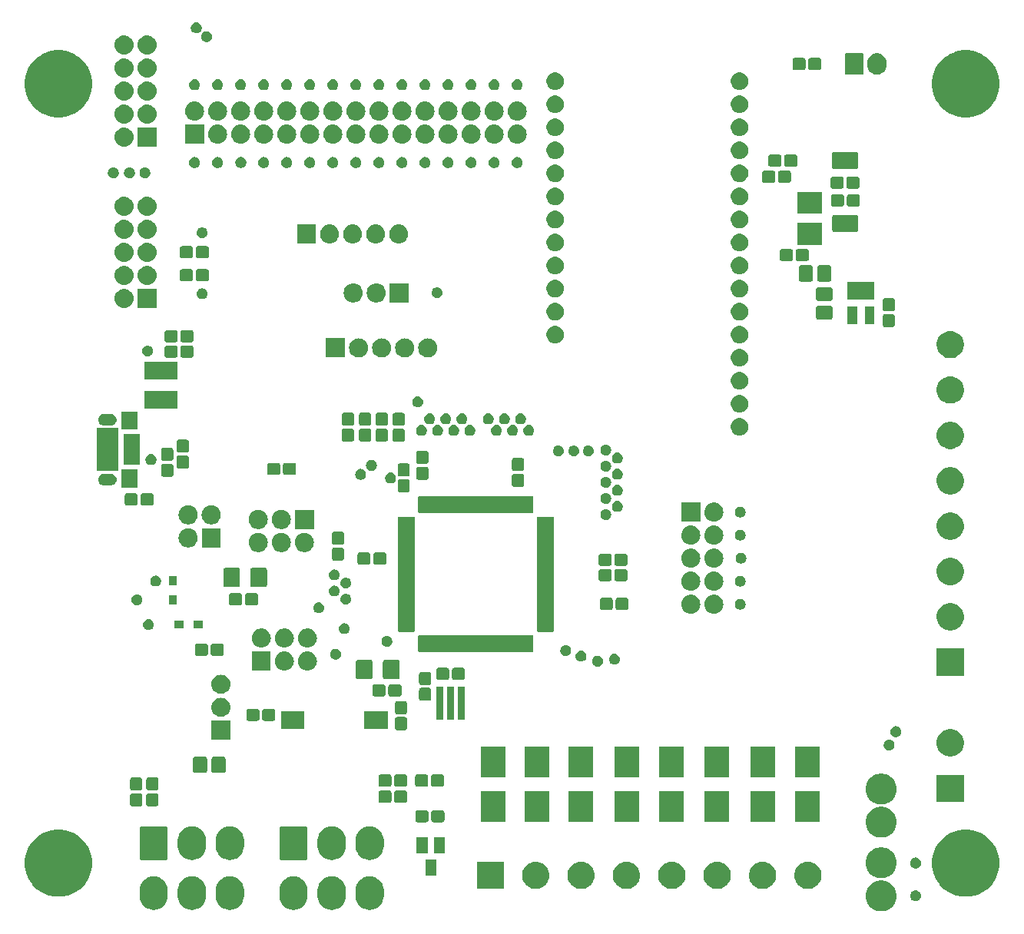
<source format=gbr>
G04 #@! TF.GenerationSoftware,KiCad,Pcbnew,(5.0.1)-3*
G04 #@! TF.CreationDate,2019-01-31T23:57:13-07:00*
G04 #@! TF.ProjectId,Snack Machine,536E61636B204D616368696E652E6B69,rev?*
G04 #@! TF.SameCoordinates,Original*
G04 #@! TF.FileFunction,Soldermask,Top*
G04 #@! TF.FilePolarity,Negative*
%FSLAX46Y46*%
G04 Gerber Fmt 4.6, Leading zero omitted, Abs format (unit mm)*
G04 Created by KiCad (PCBNEW (5.0.1)-3) date 1/31/2019 11:57:13 PM*
%MOMM*%
%LPD*%
G01*
G04 APERTURE LIST*
%ADD10C,0.100000*%
G04 APERTURE END LIST*
D10*
G36*
X187060993Y-144906753D02*
X187170472Y-144928530D01*
X187479852Y-145056679D01*
X187758287Y-145242723D01*
X187995077Y-145479513D01*
X188181121Y-145757948D01*
X188309196Y-146067150D01*
X188309270Y-146067329D01*
X188374600Y-146395763D01*
X188374600Y-146730637D01*
X188347882Y-146864955D01*
X188309270Y-147059072D01*
X188181121Y-147368452D01*
X187995077Y-147646887D01*
X187758287Y-147883677D01*
X187479852Y-148069721D01*
X187170472Y-148197870D01*
X187060993Y-148219647D01*
X186842037Y-148263200D01*
X186507163Y-148263200D01*
X186288207Y-148219647D01*
X186178728Y-148197870D01*
X185869348Y-148069721D01*
X185590913Y-147883677D01*
X185354123Y-147646887D01*
X185168079Y-147368452D01*
X185039930Y-147059072D01*
X185001318Y-146864955D01*
X184974600Y-146730637D01*
X184974600Y-146395763D01*
X185039930Y-146067329D01*
X185040004Y-146067150D01*
X185168079Y-145757948D01*
X185354123Y-145479513D01*
X185590913Y-145242723D01*
X185869348Y-145056679D01*
X186178728Y-144928530D01*
X186288207Y-144906753D01*
X186507163Y-144863200D01*
X186842037Y-144863200D01*
X187060993Y-144906753D01*
X187060993Y-144906753D01*
G37*
G36*
X106807769Y-144433528D02*
X107099942Y-144522159D01*
X107369217Y-144666089D01*
X107456273Y-144737534D01*
X107605234Y-144859783D01*
X107798929Y-145095801D01*
X107884662Y-145256197D01*
X107942858Y-145365074D01*
X108031489Y-145657247D01*
X108053916Y-145884959D01*
X108053916Y-146637242D01*
X108031489Y-146864949D01*
X108031488Y-146864952D01*
X108031488Y-146864953D01*
X107942857Y-147157130D01*
X107798929Y-147426401D01*
X107605234Y-147662419D01*
X107369216Y-147856114D01*
X107099945Y-148000042D01*
X107099943Y-148000043D01*
X106807770Y-148088674D01*
X106503916Y-148118600D01*
X106200063Y-148088674D01*
X105907890Y-148000043D01*
X105638615Y-147856113D01*
X105402598Y-147662419D01*
X105208904Y-147426402D01*
X105064974Y-147157128D01*
X104976343Y-146864955D01*
X104953916Y-146637243D01*
X104953916Y-145884960D01*
X104976343Y-145657248D01*
X105064974Y-145365075D01*
X105208904Y-145095800D01*
X105402598Y-144859783D01*
X105551560Y-144737533D01*
X105638616Y-144666088D01*
X105907887Y-144522160D01*
X105907889Y-144522159D01*
X106200062Y-144433528D01*
X106503916Y-144403602D01*
X106807769Y-144433528D01*
X106807769Y-144433528D01*
G37*
G36*
X115207769Y-144433528D02*
X115499942Y-144522159D01*
X115769217Y-144666089D01*
X115856273Y-144737534D01*
X116005234Y-144859783D01*
X116198929Y-145095801D01*
X116284662Y-145256197D01*
X116342858Y-145365074D01*
X116431489Y-145657247D01*
X116453916Y-145884959D01*
X116453916Y-146637242D01*
X116431489Y-146864949D01*
X116431488Y-146864952D01*
X116431488Y-146864953D01*
X116342857Y-147157130D01*
X116198929Y-147426401D01*
X116005234Y-147662419D01*
X115769216Y-147856114D01*
X115499945Y-148000042D01*
X115499943Y-148000043D01*
X115207770Y-148088674D01*
X114903916Y-148118600D01*
X114600063Y-148088674D01*
X114307890Y-148000043D01*
X114038615Y-147856113D01*
X113802598Y-147662419D01*
X113608904Y-147426402D01*
X113464974Y-147157128D01*
X113376343Y-146864955D01*
X113353916Y-146637243D01*
X113353916Y-145884960D01*
X113376343Y-145657248D01*
X113464974Y-145365075D01*
X113608904Y-145095800D01*
X113802598Y-144859783D01*
X113951560Y-144737533D01*
X114038616Y-144666088D01*
X114307887Y-144522160D01*
X114307889Y-144522159D01*
X114600062Y-144433528D01*
X114903916Y-144403602D01*
X115207769Y-144433528D01*
X115207769Y-144433528D01*
G37*
G36*
X111007769Y-144433528D02*
X111299942Y-144522159D01*
X111569217Y-144666089D01*
X111656273Y-144737534D01*
X111805234Y-144859783D01*
X111998929Y-145095801D01*
X112084662Y-145256197D01*
X112142858Y-145365074D01*
X112231489Y-145657247D01*
X112253916Y-145884959D01*
X112253916Y-146637242D01*
X112231489Y-146864949D01*
X112231488Y-146864952D01*
X112231488Y-146864953D01*
X112142857Y-147157130D01*
X111998929Y-147426401D01*
X111805234Y-147662419D01*
X111569216Y-147856114D01*
X111299945Y-148000042D01*
X111299943Y-148000043D01*
X111007770Y-148088674D01*
X110703916Y-148118600D01*
X110400063Y-148088674D01*
X110107890Y-148000043D01*
X109838615Y-147856113D01*
X109602598Y-147662419D01*
X109408904Y-147426402D01*
X109264974Y-147157128D01*
X109176343Y-146864955D01*
X109153916Y-146637243D01*
X109153916Y-145884960D01*
X109176343Y-145657248D01*
X109264974Y-145365075D01*
X109408904Y-145095800D01*
X109602598Y-144859783D01*
X109751560Y-144737533D01*
X109838616Y-144666088D01*
X110107887Y-144522160D01*
X110107889Y-144522159D01*
X110400062Y-144433528D01*
X110703916Y-144403602D01*
X111007769Y-144433528D01*
X111007769Y-144433528D01*
G37*
G36*
X126407769Y-144433528D02*
X126699942Y-144522159D01*
X126969217Y-144666089D01*
X127056273Y-144737534D01*
X127205234Y-144859783D01*
X127398929Y-145095801D01*
X127484662Y-145256197D01*
X127542858Y-145365074D01*
X127631489Y-145657247D01*
X127653916Y-145884959D01*
X127653916Y-146637242D01*
X127631489Y-146864949D01*
X127631488Y-146864952D01*
X127631488Y-146864953D01*
X127542857Y-147157130D01*
X127398929Y-147426401D01*
X127205234Y-147662419D01*
X126969216Y-147856114D01*
X126699945Y-148000042D01*
X126699943Y-148000043D01*
X126407770Y-148088674D01*
X126103916Y-148118600D01*
X125800063Y-148088674D01*
X125507890Y-148000043D01*
X125238615Y-147856113D01*
X125002598Y-147662419D01*
X124808904Y-147426402D01*
X124664974Y-147157128D01*
X124576343Y-146864955D01*
X124553916Y-146637243D01*
X124553916Y-145884960D01*
X124576343Y-145657248D01*
X124664974Y-145365075D01*
X124808904Y-145095800D01*
X125002598Y-144859783D01*
X125151560Y-144737533D01*
X125238616Y-144666088D01*
X125507887Y-144522160D01*
X125507889Y-144522159D01*
X125800062Y-144433528D01*
X126103916Y-144403602D01*
X126407769Y-144433528D01*
X126407769Y-144433528D01*
G37*
G36*
X122207769Y-144433528D02*
X122499942Y-144522159D01*
X122769217Y-144666089D01*
X122856273Y-144737534D01*
X123005234Y-144859783D01*
X123198929Y-145095801D01*
X123284662Y-145256197D01*
X123342858Y-145365074D01*
X123431489Y-145657247D01*
X123453916Y-145884959D01*
X123453916Y-146637242D01*
X123431489Y-146864949D01*
X123431488Y-146864952D01*
X123431488Y-146864953D01*
X123342857Y-147157130D01*
X123198929Y-147426401D01*
X123005234Y-147662419D01*
X122769216Y-147856114D01*
X122499945Y-148000042D01*
X122499943Y-148000043D01*
X122207770Y-148088674D01*
X121903916Y-148118600D01*
X121600063Y-148088674D01*
X121307890Y-148000043D01*
X121038615Y-147856113D01*
X120802598Y-147662419D01*
X120608904Y-147426402D01*
X120464974Y-147157128D01*
X120376343Y-146864955D01*
X120353916Y-146637243D01*
X120353916Y-145884960D01*
X120376343Y-145657248D01*
X120464974Y-145365075D01*
X120608904Y-145095800D01*
X120802598Y-144859783D01*
X120951560Y-144737533D01*
X121038616Y-144666088D01*
X121307887Y-144522160D01*
X121307889Y-144522159D01*
X121600062Y-144433528D01*
X121903916Y-144403602D01*
X122207769Y-144433528D01*
X122207769Y-144433528D01*
G37*
G36*
X130607769Y-144433528D02*
X130899942Y-144522159D01*
X131169217Y-144666089D01*
X131256273Y-144737534D01*
X131405234Y-144859783D01*
X131598929Y-145095801D01*
X131684662Y-145256197D01*
X131742858Y-145365074D01*
X131831489Y-145657247D01*
X131853916Y-145884959D01*
X131853916Y-146637242D01*
X131831489Y-146864949D01*
X131831488Y-146864952D01*
X131831488Y-146864953D01*
X131742857Y-147157130D01*
X131598929Y-147426401D01*
X131405234Y-147662419D01*
X131169216Y-147856114D01*
X130899945Y-148000042D01*
X130899943Y-148000043D01*
X130607770Y-148088674D01*
X130303916Y-148118600D01*
X130000063Y-148088674D01*
X129707890Y-148000043D01*
X129438615Y-147856113D01*
X129202598Y-147662419D01*
X129008904Y-147426402D01*
X128864974Y-147157128D01*
X128776343Y-146864955D01*
X128753916Y-146637243D01*
X128753916Y-145884960D01*
X128776343Y-145657248D01*
X128864974Y-145365075D01*
X129008904Y-145095800D01*
X129202598Y-144859783D01*
X129351560Y-144737533D01*
X129438616Y-144666088D01*
X129707887Y-144522160D01*
X129707889Y-144522159D01*
X130000062Y-144433528D01*
X130303916Y-144403602D01*
X130607769Y-144433528D01*
X130607769Y-144433528D01*
G37*
G36*
X190649612Y-145956257D02*
X190758807Y-146001487D01*
X190857081Y-146067152D01*
X190940648Y-146150719D01*
X191006313Y-146248993D01*
X191051543Y-146358188D01*
X191074600Y-146474104D01*
X191074600Y-146592296D01*
X191051543Y-146708212D01*
X191006313Y-146817407D01*
X190940648Y-146915681D01*
X190857081Y-146999248D01*
X190758807Y-147064913D01*
X190649612Y-147110143D01*
X190533696Y-147133200D01*
X190415504Y-147133200D01*
X190299588Y-147110143D01*
X190190393Y-147064913D01*
X190092119Y-146999248D01*
X190008552Y-146915681D01*
X189942887Y-146817407D01*
X189897657Y-146708212D01*
X189874600Y-146592296D01*
X189874600Y-146474104D01*
X189897657Y-146358188D01*
X189942887Y-146248993D01*
X190008552Y-146150719D01*
X190092119Y-146067152D01*
X190190393Y-146001487D01*
X190299588Y-145956257D01*
X190415504Y-145933200D01*
X190533696Y-145933200D01*
X190649612Y-145956257D01*
X190649612Y-145956257D01*
G37*
G36*
X197079249Y-139392188D02*
X197380303Y-139516889D01*
X197752607Y-139671102D01*
X198042908Y-139865075D01*
X198358616Y-140076024D01*
X198873976Y-140591384D01*
X198873978Y-140591387D01*
X199278898Y-141197393D01*
X199278898Y-141197394D01*
X199557812Y-141870751D01*
X199700000Y-142585580D01*
X199700000Y-143314420D01*
X199557812Y-144029249D01*
X199477278Y-144223674D01*
X199278898Y-144702607D01*
X198918004Y-145242723D01*
X198873976Y-145308616D01*
X198358616Y-145823976D01*
X198358613Y-145823978D01*
X197752607Y-146228898D01*
X197473693Y-146344428D01*
X197079249Y-146507812D01*
X196364420Y-146650000D01*
X195635580Y-146650000D01*
X194920751Y-146507812D01*
X194526307Y-146344428D01*
X194247393Y-146228898D01*
X193641387Y-145823978D01*
X193641384Y-145823976D01*
X193126024Y-145308616D01*
X193081996Y-145242723D01*
X192721102Y-144702607D01*
X192522722Y-144223674D01*
X192442188Y-144029249D01*
X192300000Y-143314420D01*
X192300000Y-142585580D01*
X192442188Y-141870751D01*
X192721102Y-141197394D01*
X192721102Y-141197393D01*
X193126022Y-140591387D01*
X193126024Y-140591384D01*
X193641384Y-140076024D01*
X193957092Y-139865075D01*
X194247393Y-139671102D01*
X194619697Y-139516889D01*
X194920751Y-139392188D01*
X195635580Y-139250000D01*
X196364420Y-139250000D01*
X197079249Y-139392188D01*
X197079249Y-139392188D01*
G37*
G36*
X97079249Y-139392188D02*
X97380303Y-139516889D01*
X97752607Y-139671102D01*
X98042908Y-139865075D01*
X98358616Y-140076024D01*
X98873976Y-140591384D01*
X98873978Y-140591387D01*
X99278898Y-141197393D01*
X99278898Y-141197394D01*
X99557812Y-141870751D01*
X99700000Y-142585580D01*
X99700000Y-143314420D01*
X99557812Y-144029249D01*
X99477278Y-144223674D01*
X99278898Y-144702607D01*
X98918004Y-145242723D01*
X98873976Y-145308616D01*
X98358616Y-145823976D01*
X98358613Y-145823978D01*
X97752607Y-146228898D01*
X97473693Y-146344428D01*
X97079249Y-146507812D01*
X96364420Y-146650000D01*
X95635580Y-146650000D01*
X94920751Y-146507812D01*
X94526307Y-146344428D01*
X94247393Y-146228898D01*
X93641387Y-145823978D01*
X93641384Y-145823976D01*
X93126024Y-145308616D01*
X93081996Y-145242723D01*
X92721102Y-144702607D01*
X92522722Y-144223674D01*
X92442188Y-144029249D01*
X92300000Y-143314420D01*
X92300000Y-142585580D01*
X92442188Y-141870751D01*
X92721102Y-141197394D01*
X92721102Y-141197393D01*
X93126022Y-140591387D01*
X93126024Y-140591384D01*
X93641384Y-140076024D01*
X93957092Y-139865075D01*
X94247393Y-139671102D01*
X94619697Y-139516889D01*
X94920751Y-139392188D01*
X95635580Y-139250000D01*
X96364420Y-139250000D01*
X97079249Y-139392188D01*
X97079249Y-139392188D01*
G37*
G36*
X158940935Y-142838429D02*
X159037534Y-142857644D01*
X159310517Y-142970717D01*
X159342812Y-142992296D01*
X159556197Y-143134876D01*
X159765124Y-143343803D01*
X159765126Y-143343806D01*
X159891676Y-143533200D01*
X159929284Y-143589485D01*
X160042356Y-143862467D01*
X160100000Y-144152261D01*
X160100000Y-144447739D01*
X160069077Y-144603200D01*
X160042356Y-144737534D01*
X159963243Y-144928530D01*
X159929284Y-145010515D01*
X159765124Y-145256197D01*
X159556197Y-145465124D01*
X159556194Y-145465126D01*
X159310517Y-145629283D01*
X159037534Y-145742356D01*
X158959147Y-145757948D01*
X158747739Y-145800000D01*
X158452261Y-145800000D01*
X158240853Y-145757948D01*
X158162466Y-145742356D01*
X157889483Y-145629283D01*
X157643806Y-145465126D01*
X157643803Y-145465124D01*
X157434876Y-145256197D01*
X157270716Y-145010515D01*
X157236757Y-144928530D01*
X157157644Y-144737534D01*
X157130923Y-144603200D01*
X157100000Y-144447739D01*
X157100000Y-144152261D01*
X157157644Y-143862467D01*
X157270716Y-143589485D01*
X157308325Y-143533200D01*
X157434874Y-143343806D01*
X157434876Y-143343803D01*
X157643803Y-143134876D01*
X157857188Y-142992296D01*
X157889483Y-142970717D01*
X158162466Y-142857644D01*
X158259065Y-142838429D01*
X158452261Y-142800000D01*
X158747739Y-142800000D01*
X158940935Y-142838429D01*
X158940935Y-142838429D01*
G37*
G36*
X148940935Y-142838429D02*
X149037534Y-142857644D01*
X149310517Y-142970717D01*
X149342812Y-142992296D01*
X149556197Y-143134876D01*
X149765124Y-143343803D01*
X149765126Y-143343806D01*
X149891676Y-143533200D01*
X149929284Y-143589485D01*
X150042356Y-143862467D01*
X150100000Y-144152261D01*
X150100000Y-144447739D01*
X150069077Y-144603200D01*
X150042356Y-144737534D01*
X149963243Y-144928530D01*
X149929284Y-145010515D01*
X149765124Y-145256197D01*
X149556197Y-145465124D01*
X149556194Y-145465126D01*
X149310517Y-145629283D01*
X149037534Y-145742356D01*
X148959147Y-145757948D01*
X148747739Y-145800000D01*
X148452261Y-145800000D01*
X148240853Y-145757948D01*
X148162466Y-145742356D01*
X147889483Y-145629283D01*
X147643806Y-145465126D01*
X147643803Y-145465124D01*
X147434876Y-145256197D01*
X147270716Y-145010515D01*
X147236757Y-144928530D01*
X147157644Y-144737534D01*
X147130923Y-144603200D01*
X147100000Y-144447739D01*
X147100000Y-144152261D01*
X147157644Y-143862467D01*
X147270716Y-143589485D01*
X147308325Y-143533200D01*
X147434874Y-143343806D01*
X147434876Y-143343803D01*
X147643803Y-143134876D01*
X147857188Y-142992296D01*
X147889483Y-142970717D01*
X148162466Y-142857644D01*
X148259065Y-142838429D01*
X148452261Y-142800000D01*
X148747739Y-142800000D01*
X148940935Y-142838429D01*
X148940935Y-142838429D01*
G37*
G36*
X145100000Y-145800000D02*
X142100000Y-145800000D01*
X142100000Y-142800000D01*
X145100000Y-142800000D01*
X145100000Y-145800000D01*
X145100000Y-145800000D01*
G37*
G36*
X153940935Y-142838429D02*
X154037534Y-142857644D01*
X154310517Y-142970717D01*
X154342812Y-142992296D01*
X154556197Y-143134876D01*
X154765124Y-143343803D01*
X154765126Y-143343806D01*
X154891676Y-143533200D01*
X154929284Y-143589485D01*
X155042356Y-143862467D01*
X155100000Y-144152261D01*
X155100000Y-144447739D01*
X155069077Y-144603200D01*
X155042356Y-144737534D01*
X154963243Y-144928530D01*
X154929284Y-145010515D01*
X154765124Y-145256197D01*
X154556197Y-145465124D01*
X154556194Y-145465126D01*
X154310517Y-145629283D01*
X154037534Y-145742356D01*
X153959147Y-145757948D01*
X153747739Y-145800000D01*
X153452261Y-145800000D01*
X153240853Y-145757948D01*
X153162466Y-145742356D01*
X152889483Y-145629283D01*
X152643806Y-145465126D01*
X152643803Y-145465124D01*
X152434876Y-145256197D01*
X152270716Y-145010515D01*
X152236757Y-144928530D01*
X152157644Y-144737534D01*
X152130923Y-144603200D01*
X152100000Y-144447739D01*
X152100000Y-144152261D01*
X152157644Y-143862467D01*
X152270716Y-143589485D01*
X152308325Y-143533200D01*
X152434874Y-143343806D01*
X152434876Y-143343803D01*
X152643803Y-143134876D01*
X152857188Y-142992296D01*
X152889483Y-142970717D01*
X153162466Y-142857644D01*
X153259065Y-142838429D01*
X153452261Y-142800000D01*
X153747739Y-142800000D01*
X153940935Y-142838429D01*
X153940935Y-142838429D01*
G37*
G36*
X163940935Y-142838429D02*
X164037534Y-142857644D01*
X164310517Y-142970717D01*
X164342812Y-142992296D01*
X164556197Y-143134876D01*
X164765124Y-143343803D01*
X164765126Y-143343806D01*
X164891676Y-143533200D01*
X164929284Y-143589485D01*
X165042356Y-143862467D01*
X165100000Y-144152261D01*
X165100000Y-144447739D01*
X165069077Y-144603200D01*
X165042356Y-144737534D01*
X164963243Y-144928530D01*
X164929284Y-145010515D01*
X164765124Y-145256197D01*
X164556197Y-145465124D01*
X164556194Y-145465126D01*
X164310517Y-145629283D01*
X164037534Y-145742356D01*
X163959147Y-145757948D01*
X163747739Y-145800000D01*
X163452261Y-145800000D01*
X163240853Y-145757948D01*
X163162466Y-145742356D01*
X162889483Y-145629283D01*
X162643806Y-145465126D01*
X162643803Y-145465124D01*
X162434876Y-145256197D01*
X162270716Y-145010515D01*
X162236757Y-144928530D01*
X162157644Y-144737534D01*
X162130923Y-144603200D01*
X162100000Y-144447739D01*
X162100000Y-144152261D01*
X162157644Y-143862467D01*
X162270716Y-143589485D01*
X162308325Y-143533200D01*
X162434874Y-143343806D01*
X162434876Y-143343803D01*
X162643803Y-143134876D01*
X162857188Y-142992296D01*
X162889483Y-142970717D01*
X163162466Y-142857644D01*
X163259065Y-142838429D01*
X163452261Y-142800000D01*
X163747739Y-142800000D01*
X163940935Y-142838429D01*
X163940935Y-142838429D01*
G37*
G36*
X168940935Y-142838429D02*
X169037534Y-142857644D01*
X169310517Y-142970717D01*
X169342812Y-142992296D01*
X169556197Y-143134876D01*
X169765124Y-143343803D01*
X169765126Y-143343806D01*
X169891676Y-143533200D01*
X169929284Y-143589485D01*
X170042356Y-143862467D01*
X170100000Y-144152261D01*
X170100000Y-144447739D01*
X170069077Y-144603200D01*
X170042356Y-144737534D01*
X169963243Y-144928530D01*
X169929284Y-145010515D01*
X169765124Y-145256197D01*
X169556197Y-145465124D01*
X169556194Y-145465126D01*
X169310517Y-145629283D01*
X169037534Y-145742356D01*
X168959147Y-145757948D01*
X168747739Y-145800000D01*
X168452261Y-145800000D01*
X168240853Y-145757948D01*
X168162466Y-145742356D01*
X167889483Y-145629283D01*
X167643806Y-145465126D01*
X167643803Y-145465124D01*
X167434876Y-145256197D01*
X167270716Y-145010515D01*
X167236757Y-144928530D01*
X167157644Y-144737534D01*
X167130923Y-144603200D01*
X167100000Y-144447739D01*
X167100000Y-144152261D01*
X167157644Y-143862467D01*
X167270716Y-143589485D01*
X167308325Y-143533200D01*
X167434874Y-143343806D01*
X167434876Y-143343803D01*
X167643803Y-143134876D01*
X167857188Y-142992296D01*
X167889483Y-142970717D01*
X168162466Y-142857644D01*
X168259065Y-142838429D01*
X168452261Y-142800000D01*
X168747739Y-142800000D01*
X168940935Y-142838429D01*
X168940935Y-142838429D01*
G37*
G36*
X173940935Y-142838429D02*
X174037534Y-142857644D01*
X174310517Y-142970717D01*
X174342812Y-142992296D01*
X174556197Y-143134876D01*
X174765124Y-143343803D01*
X174765126Y-143343806D01*
X174891676Y-143533200D01*
X174929284Y-143589485D01*
X175042356Y-143862467D01*
X175100000Y-144152261D01*
X175100000Y-144447739D01*
X175069077Y-144603200D01*
X175042356Y-144737534D01*
X174963243Y-144928530D01*
X174929284Y-145010515D01*
X174765124Y-145256197D01*
X174556197Y-145465124D01*
X174556194Y-145465126D01*
X174310517Y-145629283D01*
X174037534Y-145742356D01*
X173959147Y-145757948D01*
X173747739Y-145800000D01*
X173452261Y-145800000D01*
X173240853Y-145757948D01*
X173162466Y-145742356D01*
X172889483Y-145629283D01*
X172643806Y-145465126D01*
X172643803Y-145465124D01*
X172434876Y-145256197D01*
X172270716Y-145010515D01*
X172236757Y-144928530D01*
X172157644Y-144737534D01*
X172130923Y-144603200D01*
X172100000Y-144447739D01*
X172100000Y-144152261D01*
X172157644Y-143862467D01*
X172270716Y-143589485D01*
X172308325Y-143533200D01*
X172434874Y-143343806D01*
X172434876Y-143343803D01*
X172643803Y-143134876D01*
X172857188Y-142992296D01*
X172889483Y-142970717D01*
X173162466Y-142857644D01*
X173259065Y-142838429D01*
X173452261Y-142800000D01*
X173747739Y-142800000D01*
X173940935Y-142838429D01*
X173940935Y-142838429D01*
G37*
G36*
X178940935Y-142838429D02*
X179037534Y-142857644D01*
X179310517Y-142970717D01*
X179342812Y-142992296D01*
X179556197Y-143134876D01*
X179765124Y-143343803D01*
X179765126Y-143343806D01*
X179891676Y-143533200D01*
X179929284Y-143589485D01*
X180042356Y-143862467D01*
X180100000Y-144152261D01*
X180100000Y-144447739D01*
X180069077Y-144603200D01*
X180042356Y-144737534D01*
X179963243Y-144928530D01*
X179929284Y-145010515D01*
X179765124Y-145256197D01*
X179556197Y-145465124D01*
X179556194Y-145465126D01*
X179310517Y-145629283D01*
X179037534Y-145742356D01*
X178959147Y-145757948D01*
X178747739Y-145800000D01*
X178452261Y-145800000D01*
X178240853Y-145757948D01*
X178162466Y-145742356D01*
X177889483Y-145629283D01*
X177643806Y-145465126D01*
X177643803Y-145465124D01*
X177434876Y-145256197D01*
X177270716Y-145010515D01*
X177236757Y-144928530D01*
X177157644Y-144737534D01*
X177130923Y-144603200D01*
X177100000Y-144447739D01*
X177100000Y-144152261D01*
X177157644Y-143862467D01*
X177270716Y-143589485D01*
X177308325Y-143533200D01*
X177434874Y-143343806D01*
X177434876Y-143343803D01*
X177643803Y-143134876D01*
X177857188Y-142992296D01*
X177889483Y-142970717D01*
X178162466Y-142857644D01*
X178259065Y-142838429D01*
X178452261Y-142800000D01*
X178747739Y-142800000D01*
X178940935Y-142838429D01*
X178940935Y-142838429D01*
G37*
G36*
X187060993Y-141246753D02*
X187170472Y-141268530D01*
X187479852Y-141396679D01*
X187758287Y-141582723D01*
X187995077Y-141819513D01*
X188181121Y-142097948D01*
X188309270Y-142407328D01*
X188309270Y-142407329D01*
X188374600Y-142735763D01*
X188374600Y-143070637D01*
X188367125Y-143108214D01*
X188309270Y-143399072D01*
X188181121Y-143708452D01*
X187995077Y-143986887D01*
X187758287Y-144223677D01*
X187479852Y-144409721D01*
X187170472Y-144537870D01*
X187060993Y-144559647D01*
X186842037Y-144603200D01*
X186507163Y-144603200D01*
X186288207Y-144559647D01*
X186178728Y-144537870D01*
X185869348Y-144409721D01*
X185590913Y-144223677D01*
X185354123Y-143986887D01*
X185168079Y-143708452D01*
X185039930Y-143399072D01*
X184982075Y-143108214D01*
X184974600Y-143070637D01*
X184974600Y-142735763D01*
X185039930Y-142407329D01*
X185039930Y-142407328D01*
X185168079Y-142097948D01*
X185354123Y-141819513D01*
X185590913Y-141582723D01*
X185869348Y-141396679D01*
X186178728Y-141268530D01*
X186288207Y-141246753D01*
X186507163Y-141203200D01*
X186842037Y-141203200D01*
X187060993Y-141246753D01*
X187060993Y-141246753D01*
G37*
G36*
X137631207Y-144367185D02*
X136431207Y-144367185D01*
X136431207Y-142567185D01*
X137631207Y-142567185D01*
X137631207Y-144367185D01*
X137631207Y-144367185D01*
G37*
G36*
X190649612Y-142356257D02*
X190758807Y-142401487D01*
X190857081Y-142467152D01*
X190940648Y-142550719D01*
X191006313Y-142648993D01*
X191051543Y-142758188D01*
X191074600Y-142874104D01*
X191074600Y-142992296D01*
X191051543Y-143108212D01*
X191006313Y-143217407D01*
X190940648Y-143315681D01*
X190857081Y-143399248D01*
X190758807Y-143464913D01*
X190649612Y-143510143D01*
X190533696Y-143533200D01*
X190415504Y-143533200D01*
X190299588Y-143510143D01*
X190190393Y-143464913D01*
X190092119Y-143399248D01*
X190008552Y-143315681D01*
X189942887Y-143217407D01*
X189897657Y-143108212D01*
X189874600Y-142992296D01*
X189874600Y-142874104D01*
X189897657Y-142758188D01*
X189942887Y-142648993D01*
X190008552Y-142550719D01*
X190092119Y-142467152D01*
X190190393Y-142401487D01*
X190299588Y-142356257D01*
X190415504Y-142333200D01*
X190533696Y-142333200D01*
X190649612Y-142356257D01*
X190649612Y-142356257D01*
G37*
G36*
X111007769Y-138933528D02*
X111299942Y-139022159D01*
X111569217Y-139166089D01*
X111805234Y-139359783D01*
X111998929Y-139595801D01*
X112083315Y-139753677D01*
X112142858Y-139865074D01*
X112231489Y-140157247D01*
X112253916Y-140384959D01*
X112253916Y-141137242D01*
X112231489Y-141364949D01*
X112231488Y-141364952D01*
X112231488Y-141364953D01*
X112142857Y-141657130D01*
X111998929Y-141926401D01*
X111805234Y-142162419D01*
X111569216Y-142356114D01*
X111361478Y-142467152D01*
X111299943Y-142500043D01*
X111007770Y-142588674D01*
X110703916Y-142618600D01*
X110400063Y-142588674D01*
X110107890Y-142500043D01*
X109838615Y-142356113D01*
X109602598Y-142162419D01*
X109408904Y-141926402D01*
X109377252Y-141867185D01*
X109264975Y-141657130D01*
X109264974Y-141657128D01*
X109176343Y-141364955D01*
X109153916Y-141137243D01*
X109153916Y-140384960D01*
X109176343Y-140157248D01*
X109264974Y-139865075D01*
X109408904Y-139595800D01*
X109602598Y-139359783D01*
X109838615Y-139166089D01*
X109838614Y-139166089D01*
X109838616Y-139166088D01*
X110107887Y-139022160D01*
X110107889Y-139022159D01*
X110400062Y-138933528D01*
X110703916Y-138903602D01*
X111007769Y-138933528D01*
X111007769Y-138933528D01*
G37*
G36*
X130607769Y-138933528D02*
X130899942Y-139022159D01*
X131169217Y-139166089D01*
X131405234Y-139359783D01*
X131598929Y-139595801D01*
X131683315Y-139753677D01*
X131742858Y-139865074D01*
X131831489Y-140157247D01*
X131853916Y-140384959D01*
X131853916Y-141137242D01*
X131831489Y-141364949D01*
X131831488Y-141364952D01*
X131831488Y-141364953D01*
X131742857Y-141657130D01*
X131598929Y-141926401D01*
X131405234Y-142162419D01*
X131169216Y-142356114D01*
X130961478Y-142467152D01*
X130899943Y-142500043D01*
X130607770Y-142588674D01*
X130303916Y-142618600D01*
X130000063Y-142588674D01*
X129707890Y-142500043D01*
X129438615Y-142356113D01*
X129202598Y-142162419D01*
X129008904Y-141926402D01*
X128977252Y-141867185D01*
X128864975Y-141657130D01*
X128864974Y-141657128D01*
X128776343Y-141364955D01*
X128753916Y-141137243D01*
X128753916Y-140384960D01*
X128776343Y-140157248D01*
X128864974Y-139865075D01*
X129008904Y-139595800D01*
X129202598Y-139359783D01*
X129438615Y-139166089D01*
X129438614Y-139166089D01*
X129438616Y-139166088D01*
X129707887Y-139022160D01*
X129707889Y-139022159D01*
X130000062Y-138933528D01*
X130303916Y-138903602D01*
X130607769Y-138933528D01*
X130607769Y-138933528D01*
G37*
G36*
X126407769Y-138933528D02*
X126699942Y-139022159D01*
X126969217Y-139166089D01*
X127205234Y-139359783D01*
X127398929Y-139595801D01*
X127483315Y-139753677D01*
X127542858Y-139865074D01*
X127631489Y-140157247D01*
X127653916Y-140384959D01*
X127653916Y-141137242D01*
X127631489Y-141364949D01*
X127631488Y-141364952D01*
X127631488Y-141364953D01*
X127542857Y-141657130D01*
X127398929Y-141926401D01*
X127205234Y-142162419D01*
X126969216Y-142356114D01*
X126761478Y-142467152D01*
X126699943Y-142500043D01*
X126407770Y-142588674D01*
X126103916Y-142618600D01*
X125800063Y-142588674D01*
X125507890Y-142500043D01*
X125238615Y-142356113D01*
X125002598Y-142162419D01*
X124808904Y-141926402D01*
X124777252Y-141867185D01*
X124664975Y-141657130D01*
X124664974Y-141657128D01*
X124576343Y-141364955D01*
X124553916Y-141137243D01*
X124553916Y-140384960D01*
X124576343Y-140157248D01*
X124664974Y-139865075D01*
X124808904Y-139595800D01*
X125002598Y-139359783D01*
X125238615Y-139166089D01*
X125238614Y-139166089D01*
X125238616Y-139166088D01*
X125507887Y-139022160D01*
X125507889Y-139022159D01*
X125800062Y-138933528D01*
X126103916Y-138903602D01*
X126407769Y-138933528D01*
X126407769Y-138933528D01*
G37*
G36*
X115207769Y-138933528D02*
X115499942Y-139022159D01*
X115769217Y-139166089D01*
X116005234Y-139359783D01*
X116198929Y-139595801D01*
X116283315Y-139753677D01*
X116342858Y-139865074D01*
X116431489Y-140157247D01*
X116453916Y-140384959D01*
X116453916Y-141137242D01*
X116431489Y-141364949D01*
X116431488Y-141364952D01*
X116431488Y-141364953D01*
X116342857Y-141657130D01*
X116198929Y-141926401D01*
X116005234Y-142162419D01*
X115769216Y-142356114D01*
X115561478Y-142467152D01*
X115499943Y-142500043D01*
X115207770Y-142588674D01*
X114903916Y-142618600D01*
X114600063Y-142588674D01*
X114307890Y-142500043D01*
X114038615Y-142356113D01*
X113802598Y-142162419D01*
X113608904Y-141926402D01*
X113577252Y-141867185D01*
X113464975Y-141657130D01*
X113464974Y-141657128D01*
X113376343Y-141364955D01*
X113353916Y-141137243D01*
X113353916Y-140384960D01*
X113376343Y-140157248D01*
X113464974Y-139865075D01*
X113608904Y-139595800D01*
X113802598Y-139359783D01*
X114038615Y-139166089D01*
X114038614Y-139166089D01*
X114038616Y-139166088D01*
X114307887Y-139022160D01*
X114307889Y-139022159D01*
X114600062Y-138933528D01*
X114903916Y-138903602D01*
X115207769Y-138933528D01*
X115207769Y-138933528D01*
G37*
G36*
X123304739Y-138915252D02*
X123339367Y-138925757D01*
X123371278Y-138942813D01*
X123399249Y-138965768D01*
X123422204Y-138993739D01*
X123439260Y-139025650D01*
X123449765Y-139060278D01*
X123453916Y-139102427D01*
X123453916Y-142419775D01*
X123449765Y-142461924D01*
X123439260Y-142496552D01*
X123422204Y-142528463D01*
X123399249Y-142556434D01*
X123371278Y-142579389D01*
X123339367Y-142596445D01*
X123304739Y-142606950D01*
X123262590Y-142611101D01*
X120545242Y-142611101D01*
X120503093Y-142606950D01*
X120468465Y-142596445D01*
X120436554Y-142579389D01*
X120408583Y-142556434D01*
X120385628Y-142528463D01*
X120368572Y-142496552D01*
X120358067Y-142461924D01*
X120353916Y-142419775D01*
X120353916Y-139102427D01*
X120358067Y-139060278D01*
X120368572Y-139025650D01*
X120385628Y-138993739D01*
X120408583Y-138965768D01*
X120436554Y-138942813D01*
X120468465Y-138925757D01*
X120503093Y-138915252D01*
X120545242Y-138911101D01*
X123262590Y-138911101D01*
X123304739Y-138915252D01*
X123304739Y-138915252D01*
G37*
G36*
X107904739Y-138915252D02*
X107939367Y-138925757D01*
X107971278Y-138942813D01*
X107999249Y-138965768D01*
X108022204Y-138993739D01*
X108039260Y-139025650D01*
X108049765Y-139060278D01*
X108053916Y-139102427D01*
X108053916Y-142419775D01*
X108049765Y-142461924D01*
X108039260Y-142496552D01*
X108022204Y-142528463D01*
X107999249Y-142556434D01*
X107971278Y-142579389D01*
X107939367Y-142596445D01*
X107904739Y-142606950D01*
X107862590Y-142611101D01*
X105145242Y-142611101D01*
X105103093Y-142606950D01*
X105068465Y-142596445D01*
X105036554Y-142579389D01*
X105008583Y-142556434D01*
X104985628Y-142528463D01*
X104968572Y-142496552D01*
X104958067Y-142461924D01*
X104953916Y-142419775D01*
X104953916Y-139102427D01*
X104958067Y-139060278D01*
X104968572Y-139025650D01*
X104985628Y-138993739D01*
X105008583Y-138965768D01*
X105036554Y-138942813D01*
X105068465Y-138925757D01*
X105103093Y-138915252D01*
X105145242Y-138911101D01*
X107862590Y-138911101D01*
X107904739Y-138915252D01*
X107904739Y-138915252D01*
G37*
G36*
X138581207Y-141867185D02*
X137381207Y-141867185D01*
X137381207Y-140067185D01*
X138581207Y-140067185D01*
X138581207Y-141867185D01*
X138581207Y-141867185D01*
G37*
G36*
X136681207Y-141867185D02*
X135481207Y-141867185D01*
X135481207Y-140067185D01*
X136681207Y-140067185D01*
X136681207Y-141867185D01*
X136681207Y-141867185D01*
G37*
G36*
X187060993Y-136776753D02*
X187170472Y-136798530D01*
X187479852Y-136926679D01*
X187758287Y-137112723D01*
X187995077Y-137349513D01*
X188181121Y-137627948D01*
X188309270Y-137937328D01*
X188309270Y-137937329D01*
X188369245Y-138238841D01*
X188374600Y-138265765D01*
X188374600Y-138600635D01*
X188309270Y-138929072D01*
X188181121Y-139238452D01*
X187995077Y-139516887D01*
X187758287Y-139753677D01*
X187479852Y-139939721D01*
X187170472Y-140067870D01*
X187060993Y-140089647D01*
X186842037Y-140133200D01*
X186507163Y-140133200D01*
X186288207Y-140089647D01*
X186178728Y-140067870D01*
X185869348Y-139939721D01*
X185590913Y-139753677D01*
X185354123Y-139516887D01*
X185168079Y-139238452D01*
X185039930Y-138929072D01*
X184974600Y-138600635D01*
X184974600Y-138265765D01*
X184979956Y-138238841D01*
X185039930Y-137937329D01*
X185039930Y-137937328D01*
X185168079Y-137627948D01*
X185354123Y-137349513D01*
X185590913Y-137112723D01*
X185869348Y-136926679D01*
X186178728Y-136798530D01*
X186288207Y-136776753D01*
X186507163Y-136733200D01*
X186842037Y-136733200D01*
X187060993Y-136776753D01*
X187060993Y-136776753D01*
G37*
G36*
X138322571Y-137103062D02*
X138374051Y-137118678D01*
X138421483Y-137144031D01*
X138463068Y-137178158D01*
X138497195Y-137219743D01*
X138522548Y-137267175D01*
X138538164Y-137318655D01*
X138544041Y-137378325D01*
X138544041Y-138166045D01*
X138538164Y-138225715D01*
X138522548Y-138277195D01*
X138497195Y-138324627D01*
X138463068Y-138366212D01*
X138421483Y-138400339D01*
X138374051Y-138425692D01*
X138322571Y-138441308D01*
X138262901Y-138447185D01*
X137375181Y-138447185D01*
X137315511Y-138441308D01*
X137264031Y-138425692D01*
X137216599Y-138400339D01*
X137175014Y-138366212D01*
X137140887Y-138324627D01*
X137115534Y-138277195D01*
X137099918Y-138225715D01*
X137094041Y-138166045D01*
X137094041Y-137378325D01*
X137099918Y-137318655D01*
X137115534Y-137267175D01*
X137140887Y-137219743D01*
X137175014Y-137178158D01*
X137216599Y-137144031D01*
X137264031Y-137118678D01*
X137315511Y-137103062D01*
X137375181Y-137097185D01*
X138262901Y-137097185D01*
X138322571Y-137103062D01*
X138322571Y-137103062D01*
G37*
G36*
X136572571Y-137103062D02*
X136624051Y-137118678D01*
X136671483Y-137144031D01*
X136713068Y-137178158D01*
X136747195Y-137219743D01*
X136772548Y-137267175D01*
X136788164Y-137318655D01*
X136794041Y-137378325D01*
X136794041Y-138166045D01*
X136788164Y-138225715D01*
X136772548Y-138277195D01*
X136747195Y-138324627D01*
X136713068Y-138366212D01*
X136671483Y-138400339D01*
X136624051Y-138425692D01*
X136572571Y-138441308D01*
X136512901Y-138447185D01*
X135625181Y-138447185D01*
X135565511Y-138441308D01*
X135514031Y-138425692D01*
X135466599Y-138400339D01*
X135425014Y-138366212D01*
X135390887Y-138324627D01*
X135365534Y-138277195D01*
X135349918Y-138225715D01*
X135344041Y-138166045D01*
X135344041Y-137378325D01*
X135349918Y-137318655D01*
X135365534Y-137267175D01*
X135390887Y-137219743D01*
X135425014Y-137178158D01*
X135466599Y-137144031D01*
X135514031Y-137118678D01*
X135565511Y-137103062D01*
X135625181Y-137097185D01*
X136512901Y-137097185D01*
X136572571Y-137103062D01*
X136572571Y-137103062D01*
G37*
G36*
X174959000Y-138389000D02*
X172259000Y-138389000D01*
X172259000Y-134989000D01*
X174959000Y-134989000D01*
X174959000Y-138389000D01*
X174959000Y-138389000D01*
G37*
G36*
X169879000Y-138389000D02*
X167179000Y-138389000D01*
X167179000Y-134989000D01*
X169879000Y-134989000D01*
X169879000Y-138389000D01*
X169879000Y-138389000D01*
G37*
G36*
X164926000Y-138389000D02*
X162226000Y-138389000D01*
X162226000Y-134989000D01*
X164926000Y-134989000D01*
X164926000Y-138389000D01*
X164926000Y-138389000D01*
G37*
G36*
X159973000Y-138389000D02*
X157273000Y-138389000D01*
X157273000Y-134989000D01*
X159973000Y-134989000D01*
X159973000Y-138389000D01*
X159973000Y-138389000D01*
G37*
G36*
X150067000Y-138389000D02*
X147367000Y-138389000D01*
X147367000Y-134989000D01*
X150067000Y-134989000D01*
X150067000Y-138389000D01*
X150067000Y-138389000D01*
G37*
G36*
X145241000Y-138389000D02*
X142541000Y-138389000D01*
X142541000Y-134989000D01*
X145241000Y-134989000D01*
X145241000Y-138389000D01*
X145241000Y-138389000D01*
G37*
G36*
X179912000Y-138389000D02*
X177212000Y-138389000D01*
X177212000Y-134989000D01*
X179912000Y-134989000D01*
X179912000Y-138389000D01*
X179912000Y-138389000D01*
G37*
G36*
X154893000Y-138389000D02*
X152193000Y-138389000D01*
X152193000Y-134989000D01*
X154893000Y-134989000D01*
X154893000Y-138389000D01*
X154893000Y-138389000D01*
G37*
G36*
X105029793Y-135256023D02*
X105081273Y-135271639D01*
X105128705Y-135296992D01*
X105170290Y-135331119D01*
X105204417Y-135372704D01*
X105229770Y-135420136D01*
X105245386Y-135471616D01*
X105251263Y-135531286D01*
X105251263Y-136419006D01*
X105245386Y-136478676D01*
X105229770Y-136530156D01*
X105204417Y-136577588D01*
X105170290Y-136619173D01*
X105128705Y-136653300D01*
X105081273Y-136678653D01*
X105029793Y-136694269D01*
X104970123Y-136700146D01*
X104182403Y-136700146D01*
X104122733Y-136694269D01*
X104071253Y-136678653D01*
X104023821Y-136653300D01*
X103982236Y-136619173D01*
X103948109Y-136577588D01*
X103922756Y-136530156D01*
X103907140Y-136478676D01*
X103901263Y-136419006D01*
X103901263Y-135531286D01*
X103907140Y-135471616D01*
X103922756Y-135420136D01*
X103948109Y-135372704D01*
X103982236Y-135331119D01*
X104023821Y-135296992D01*
X104071253Y-135271639D01*
X104122733Y-135256023D01*
X104182403Y-135250146D01*
X104970123Y-135250146D01*
X105029793Y-135256023D01*
X105029793Y-135256023D01*
G37*
G36*
X106807793Y-135241795D02*
X106859273Y-135257411D01*
X106906705Y-135282764D01*
X106948290Y-135316891D01*
X106982417Y-135358476D01*
X107007770Y-135405908D01*
X107023386Y-135457388D01*
X107029263Y-135517058D01*
X107029263Y-136404778D01*
X107023386Y-136464448D01*
X107007770Y-136515928D01*
X106982417Y-136563360D01*
X106948290Y-136604945D01*
X106906705Y-136639072D01*
X106859273Y-136664425D01*
X106807793Y-136680041D01*
X106748123Y-136685918D01*
X105960403Y-136685918D01*
X105900733Y-136680041D01*
X105849253Y-136664425D01*
X105801821Y-136639072D01*
X105760236Y-136604945D01*
X105726109Y-136563360D01*
X105700756Y-136515928D01*
X105685140Y-136464448D01*
X105679263Y-136404778D01*
X105679263Y-135517058D01*
X105685140Y-135457388D01*
X105700756Y-135405908D01*
X105726109Y-135358476D01*
X105760236Y-135316891D01*
X105801821Y-135282764D01*
X105849253Y-135257411D01*
X105900733Y-135241795D01*
X105960403Y-135235918D01*
X106748123Y-135235918D01*
X106807793Y-135241795D01*
X106807793Y-135241795D01*
G37*
G36*
X187060993Y-133116753D02*
X187170472Y-133138530D01*
X187479852Y-133266679D01*
X187758287Y-133452723D01*
X187995077Y-133689513D01*
X188181121Y-133967948D01*
X188309270Y-134277328D01*
X188309270Y-134277329D01*
X188374600Y-134605763D01*
X188374600Y-134940637D01*
X188338470Y-135122272D01*
X188309270Y-135269072D01*
X188181121Y-135578452D01*
X187995077Y-135856887D01*
X187758287Y-136093677D01*
X187479852Y-136279721D01*
X187170472Y-136407870D01*
X187114487Y-136419006D01*
X186842037Y-136473200D01*
X186507163Y-136473200D01*
X186234713Y-136419006D01*
X186178728Y-136407870D01*
X185869348Y-136279721D01*
X185590913Y-136093677D01*
X185354123Y-135856887D01*
X185168079Y-135578452D01*
X185039930Y-135269072D01*
X185010730Y-135122272D01*
X184974600Y-134940637D01*
X184974600Y-134605763D01*
X185039930Y-134277329D01*
X185039930Y-134277328D01*
X185168079Y-133967948D01*
X185354123Y-133689513D01*
X185590913Y-133452723D01*
X185869348Y-133266679D01*
X186178728Y-133138530D01*
X186288207Y-133116753D01*
X186507163Y-133073200D01*
X186842037Y-133073200D01*
X187060993Y-133116753D01*
X187060993Y-133116753D01*
G37*
G36*
X134240544Y-134958159D02*
X134292024Y-134973775D01*
X134339456Y-134999128D01*
X134381041Y-135033255D01*
X134415168Y-135074840D01*
X134440521Y-135122272D01*
X134456137Y-135173752D01*
X134462014Y-135233422D01*
X134462014Y-136021142D01*
X134456137Y-136080812D01*
X134440521Y-136132292D01*
X134415168Y-136179724D01*
X134381041Y-136221309D01*
X134339456Y-136255436D01*
X134292024Y-136280789D01*
X134240544Y-136296405D01*
X134180874Y-136302282D01*
X133293154Y-136302282D01*
X133233484Y-136296405D01*
X133182004Y-136280789D01*
X133134572Y-136255436D01*
X133092987Y-136221309D01*
X133058860Y-136179724D01*
X133033507Y-136132292D01*
X133017891Y-136080812D01*
X133012014Y-136021142D01*
X133012014Y-135233422D01*
X133017891Y-135173752D01*
X133033507Y-135122272D01*
X133058860Y-135074840D01*
X133092987Y-135033255D01*
X133134572Y-134999128D01*
X133182004Y-134973775D01*
X133233484Y-134958159D01*
X133293154Y-134952282D01*
X134180874Y-134952282D01*
X134240544Y-134958159D01*
X134240544Y-134958159D01*
G37*
G36*
X132490544Y-134958159D02*
X132542024Y-134973775D01*
X132589456Y-134999128D01*
X132631041Y-135033255D01*
X132665168Y-135074840D01*
X132690521Y-135122272D01*
X132706137Y-135173752D01*
X132712014Y-135233422D01*
X132712014Y-136021142D01*
X132706137Y-136080812D01*
X132690521Y-136132292D01*
X132665168Y-136179724D01*
X132631041Y-136221309D01*
X132589456Y-136255436D01*
X132542024Y-136280789D01*
X132490544Y-136296405D01*
X132430874Y-136302282D01*
X131543154Y-136302282D01*
X131483484Y-136296405D01*
X131432004Y-136280789D01*
X131384572Y-136255436D01*
X131342987Y-136221309D01*
X131308860Y-136179724D01*
X131283507Y-136132292D01*
X131267891Y-136080812D01*
X131262014Y-136021142D01*
X131262014Y-135233422D01*
X131267891Y-135173752D01*
X131283507Y-135122272D01*
X131308860Y-135074840D01*
X131342987Y-135033255D01*
X131384572Y-134999128D01*
X131432004Y-134973775D01*
X131483484Y-134958159D01*
X131543154Y-134952282D01*
X132430874Y-134952282D01*
X132490544Y-134958159D01*
X132490544Y-134958159D01*
G37*
G36*
X195800000Y-136200000D02*
X192800000Y-136200000D01*
X192800000Y-133200000D01*
X195800000Y-133200000D01*
X195800000Y-136200000D01*
X195800000Y-136200000D01*
G37*
G36*
X105029793Y-133506023D02*
X105081273Y-133521639D01*
X105128705Y-133546992D01*
X105170290Y-133581119D01*
X105204417Y-133622704D01*
X105229770Y-133670136D01*
X105245386Y-133721616D01*
X105251263Y-133781286D01*
X105251263Y-134669006D01*
X105245386Y-134728676D01*
X105229770Y-134780156D01*
X105204417Y-134827588D01*
X105170290Y-134869173D01*
X105128705Y-134903300D01*
X105081273Y-134928653D01*
X105029793Y-134944269D01*
X104970123Y-134950146D01*
X104182403Y-134950146D01*
X104122733Y-134944269D01*
X104071253Y-134928653D01*
X104023821Y-134903300D01*
X103982236Y-134869173D01*
X103948109Y-134827588D01*
X103922756Y-134780156D01*
X103907140Y-134728676D01*
X103901263Y-134669006D01*
X103901263Y-133781286D01*
X103907140Y-133721616D01*
X103922756Y-133670136D01*
X103948109Y-133622704D01*
X103982236Y-133581119D01*
X104023821Y-133546992D01*
X104071253Y-133521639D01*
X104122733Y-133506023D01*
X104182403Y-133500146D01*
X104970123Y-133500146D01*
X105029793Y-133506023D01*
X105029793Y-133506023D01*
G37*
G36*
X106807793Y-133491795D02*
X106859273Y-133507411D01*
X106906705Y-133532764D01*
X106948290Y-133566891D01*
X106982417Y-133608476D01*
X107007770Y-133655908D01*
X107023386Y-133707388D01*
X107029263Y-133767058D01*
X107029263Y-134654778D01*
X107023386Y-134714448D01*
X107007770Y-134765928D01*
X106982417Y-134813360D01*
X106948290Y-134854945D01*
X106906705Y-134889072D01*
X106859273Y-134914425D01*
X106807793Y-134930041D01*
X106748123Y-134935918D01*
X105960403Y-134935918D01*
X105900733Y-134930041D01*
X105849253Y-134914425D01*
X105801821Y-134889072D01*
X105760236Y-134854945D01*
X105726109Y-134813360D01*
X105700756Y-134765928D01*
X105685140Y-134714448D01*
X105679263Y-134654778D01*
X105679263Y-133767058D01*
X105685140Y-133707388D01*
X105700756Y-133655908D01*
X105726109Y-133608476D01*
X105760236Y-133566891D01*
X105801821Y-133532764D01*
X105849253Y-133507411D01*
X105900733Y-133491795D01*
X105960403Y-133485918D01*
X106748123Y-133485918D01*
X106807793Y-133491795D01*
X106807793Y-133491795D01*
G37*
G36*
X134240544Y-133180159D02*
X134292024Y-133195775D01*
X134339456Y-133221128D01*
X134381041Y-133255255D01*
X134415168Y-133296840D01*
X134440521Y-133344272D01*
X134456137Y-133395752D01*
X134462014Y-133455422D01*
X134462014Y-134243142D01*
X134456137Y-134302812D01*
X134440521Y-134354292D01*
X134415168Y-134401724D01*
X134381041Y-134443309D01*
X134339456Y-134477436D01*
X134292024Y-134502789D01*
X134240544Y-134518405D01*
X134180874Y-134524282D01*
X133293154Y-134524282D01*
X133233484Y-134518405D01*
X133182004Y-134502789D01*
X133134572Y-134477436D01*
X133092987Y-134443309D01*
X133058860Y-134401724D01*
X133033507Y-134354292D01*
X133017891Y-134302812D01*
X133012014Y-134243142D01*
X133012014Y-133455422D01*
X133017891Y-133395752D01*
X133033507Y-133344272D01*
X133058860Y-133296840D01*
X133092987Y-133255255D01*
X133134572Y-133221128D01*
X133182004Y-133195775D01*
X133233484Y-133180159D01*
X133293154Y-133174282D01*
X134180874Y-133174282D01*
X134240544Y-133180159D01*
X134240544Y-133180159D01*
G37*
G36*
X132490544Y-133180159D02*
X132542024Y-133195775D01*
X132589456Y-133221128D01*
X132631041Y-133255255D01*
X132665168Y-133296840D01*
X132690521Y-133344272D01*
X132706137Y-133395752D01*
X132712014Y-133455422D01*
X132712014Y-134243142D01*
X132706137Y-134302812D01*
X132690521Y-134354292D01*
X132665168Y-134401724D01*
X132631041Y-134443309D01*
X132589456Y-134477436D01*
X132542024Y-134502789D01*
X132490544Y-134518405D01*
X132430874Y-134524282D01*
X131543154Y-134524282D01*
X131483484Y-134518405D01*
X131432004Y-134502789D01*
X131384572Y-134477436D01*
X131342987Y-134443309D01*
X131308860Y-134401724D01*
X131283507Y-134354292D01*
X131267891Y-134302812D01*
X131262014Y-134243142D01*
X131262014Y-133455422D01*
X131267891Y-133395752D01*
X131283507Y-133344272D01*
X131308860Y-133296840D01*
X131342987Y-133255255D01*
X131384572Y-133221128D01*
X131432004Y-133195775D01*
X131483484Y-133180159D01*
X131543154Y-133174282D01*
X132430874Y-133174282D01*
X132490544Y-133180159D01*
X132490544Y-133180159D01*
G37*
G36*
X136540544Y-133180159D02*
X136592024Y-133195775D01*
X136639456Y-133221128D01*
X136681041Y-133255255D01*
X136715168Y-133296840D01*
X136740521Y-133344272D01*
X136756137Y-133395752D01*
X136762014Y-133455422D01*
X136762014Y-134243142D01*
X136756137Y-134302812D01*
X136740521Y-134354292D01*
X136715168Y-134401724D01*
X136681041Y-134443309D01*
X136639456Y-134477436D01*
X136592024Y-134502789D01*
X136540544Y-134518405D01*
X136480874Y-134524282D01*
X135593154Y-134524282D01*
X135533484Y-134518405D01*
X135482004Y-134502789D01*
X135434572Y-134477436D01*
X135392987Y-134443309D01*
X135358860Y-134401724D01*
X135333507Y-134354292D01*
X135317891Y-134302812D01*
X135312014Y-134243142D01*
X135312014Y-133455422D01*
X135317891Y-133395752D01*
X135333507Y-133344272D01*
X135358860Y-133296840D01*
X135392987Y-133255255D01*
X135434572Y-133221128D01*
X135482004Y-133195775D01*
X135533484Y-133180159D01*
X135593154Y-133174282D01*
X136480874Y-133174282D01*
X136540544Y-133180159D01*
X136540544Y-133180159D01*
G37*
G36*
X138290544Y-133180159D02*
X138342024Y-133195775D01*
X138389456Y-133221128D01*
X138431041Y-133255255D01*
X138465168Y-133296840D01*
X138490521Y-133344272D01*
X138506137Y-133395752D01*
X138512014Y-133455422D01*
X138512014Y-134243142D01*
X138506137Y-134302812D01*
X138490521Y-134354292D01*
X138465168Y-134401724D01*
X138431041Y-134443309D01*
X138389456Y-134477436D01*
X138342024Y-134502789D01*
X138290544Y-134518405D01*
X138230874Y-134524282D01*
X137343154Y-134524282D01*
X137283484Y-134518405D01*
X137232004Y-134502789D01*
X137184572Y-134477436D01*
X137142987Y-134443309D01*
X137108860Y-134401724D01*
X137083507Y-134354292D01*
X137067891Y-134302812D01*
X137062014Y-134243142D01*
X137062014Y-133455422D01*
X137067891Y-133395752D01*
X137083507Y-133344272D01*
X137108860Y-133296840D01*
X137142987Y-133255255D01*
X137184572Y-133221128D01*
X137232004Y-133195775D01*
X137283484Y-133180159D01*
X137343154Y-133174282D01*
X138230874Y-133174282D01*
X138290544Y-133180159D01*
X138290544Y-133180159D01*
G37*
G36*
X145241000Y-133489000D02*
X142541000Y-133489000D01*
X142541000Y-130089000D01*
X145241000Y-130089000D01*
X145241000Y-133489000D01*
X145241000Y-133489000D01*
G37*
G36*
X179912000Y-133489000D02*
X177212000Y-133489000D01*
X177212000Y-130089000D01*
X179912000Y-130089000D01*
X179912000Y-133489000D01*
X179912000Y-133489000D01*
G37*
G36*
X150067000Y-133489000D02*
X147367000Y-133489000D01*
X147367000Y-130089000D01*
X150067000Y-130089000D01*
X150067000Y-133489000D01*
X150067000Y-133489000D01*
G37*
G36*
X154893000Y-133489000D02*
X152193000Y-133489000D01*
X152193000Y-130089000D01*
X154893000Y-130089000D01*
X154893000Y-133489000D01*
X154893000Y-133489000D01*
G37*
G36*
X159973000Y-133489000D02*
X157273000Y-133489000D01*
X157273000Y-130089000D01*
X159973000Y-130089000D01*
X159973000Y-133489000D01*
X159973000Y-133489000D01*
G37*
G36*
X169879000Y-133489000D02*
X167179000Y-133489000D01*
X167179000Y-130089000D01*
X169879000Y-130089000D01*
X169879000Y-133489000D01*
X169879000Y-133489000D01*
G37*
G36*
X174959000Y-133489000D02*
X172259000Y-133489000D01*
X172259000Y-130089000D01*
X174959000Y-130089000D01*
X174959000Y-133489000D01*
X174959000Y-133489000D01*
G37*
G36*
X164926000Y-133489000D02*
X162226000Y-133489000D01*
X162226000Y-130089000D01*
X164926000Y-130089000D01*
X164926000Y-133489000D01*
X164926000Y-133489000D01*
G37*
G36*
X114216502Y-131231756D02*
X114266351Y-131246877D01*
X114312283Y-131271428D01*
X114352546Y-131304472D01*
X114385590Y-131344735D01*
X114410141Y-131390667D01*
X114425262Y-131440516D01*
X114430972Y-131498490D01*
X114430972Y-132753602D01*
X114425262Y-132811576D01*
X114410141Y-132861425D01*
X114385590Y-132907357D01*
X114352546Y-132947620D01*
X114312283Y-132980664D01*
X114266351Y-133005215D01*
X114216502Y-133020336D01*
X114158528Y-133026046D01*
X113153416Y-133026046D01*
X113095442Y-133020336D01*
X113045593Y-133005215D01*
X112999661Y-132980664D01*
X112959398Y-132947620D01*
X112926354Y-132907357D01*
X112901803Y-132861425D01*
X112886682Y-132811576D01*
X112880972Y-132753602D01*
X112880972Y-131498490D01*
X112886682Y-131440516D01*
X112901803Y-131390667D01*
X112926354Y-131344735D01*
X112959398Y-131304472D01*
X112999661Y-131271428D01*
X113045593Y-131246877D01*
X113095442Y-131231756D01*
X113153416Y-131226046D01*
X114158528Y-131226046D01*
X114216502Y-131231756D01*
X114216502Y-131231756D01*
G37*
G36*
X112166502Y-131231756D02*
X112216351Y-131246877D01*
X112262283Y-131271428D01*
X112302546Y-131304472D01*
X112335590Y-131344735D01*
X112360141Y-131390667D01*
X112375262Y-131440516D01*
X112380972Y-131498490D01*
X112380972Y-132753602D01*
X112375262Y-132811576D01*
X112360141Y-132861425D01*
X112335590Y-132907357D01*
X112302546Y-132947620D01*
X112262283Y-132980664D01*
X112216351Y-133005215D01*
X112166502Y-133020336D01*
X112108528Y-133026046D01*
X111103416Y-133026046D01*
X111045442Y-133020336D01*
X110995593Y-133005215D01*
X110949661Y-132980664D01*
X110909398Y-132947620D01*
X110876354Y-132907357D01*
X110851803Y-132861425D01*
X110836682Y-132811576D01*
X110830972Y-132753602D01*
X110830972Y-131498490D01*
X110836682Y-131440516D01*
X110851803Y-131390667D01*
X110876354Y-131344735D01*
X110909398Y-131304472D01*
X110949661Y-131271428D01*
X110995593Y-131246877D01*
X111045442Y-131231756D01*
X111103416Y-131226046D01*
X112108528Y-131226046D01*
X112166502Y-131231756D01*
X112166502Y-131231756D01*
G37*
G36*
X194640390Y-128238321D02*
X194737534Y-128257644D01*
X195010517Y-128370717D01*
X195233327Y-128519595D01*
X195256197Y-128534876D01*
X195465124Y-128743803D01*
X195629284Y-128989485D01*
X195742356Y-129262467D01*
X195799793Y-129551219D01*
X195800000Y-129552263D01*
X195800000Y-129847737D01*
X195742356Y-130137534D01*
X195629283Y-130410517D01*
X195546974Y-130533700D01*
X195465124Y-130656197D01*
X195256197Y-130865124D01*
X195256194Y-130865126D01*
X195010517Y-131029283D01*
X194737534Y-131142356D01*
X194640935Y-131161571D01*
X194447739Y-131200000D01*
X194152261Y-131200000D01*
X193959065Y-131161571D01*
X193862466Y-131142356D01*
X193589483Y-131029283D01*
X193343806Y-130865126D01*
X193343803Y-130865124D01*
X193134876Y-130656197D01*
X193053026Y-130533700D01*
X192970717Y-130410517D01*
X192857644Y-130137534D01*
X192800000Y-129847737D01*
X192800000Y-129552263D01*
X192800208Y-129551219D01*
X192857644Y-129262467D01*
X192970716Y-128989485D01*
X193134876Y-128743803D01*
X193343803Y-128534876D01*
X193366673Y-128519595D01*
X193589483Y-128370717D01*
X193862466Y-128257644D01*
X193959610Y-128238321D01*
X194152261Y-128200000D01*
X194447739Y-128200000D01*
X194640390Y-128238321D01*
X194640390Y-128238321D01*
G37*
G36*
X187728612Y-129356757D02*
X187837807Y-129401987D01*
X187936081Y-129467652D01*
X188019648Y-129551219D01*
X188085313Y-129649493D01*
X188130543Y-129758688D01*
X188153600Y-129874604D01*
X188153600Y-129992796D01*
X188130543Y-130108712D01*
X188085313Y-130217907D01*
X188019648Y-130316181D01*
X187936081Y-130399748D01*
X187837807Y-130465413D01*
X187728612Y-130510643D01*
X187612696Y-130533700D01*
X187494504Y-130533700D01*
X187378588Y-130510643D01*
X187269393Y-130465413D01*
X187171119Y-130399748D01*
X187087552Y-130316181D01*
X187021887Y-130217907D01*
X186976657Y-130108712D01*
X186953600Y-129992796D01*
X186953600Y-129874604D01*
X186976657Y-129758688D01*
X187021887Y-129649493D01*
X187087552Y-129551219D01*
X187171119Y-129467652D01*
X187269393Y-129401987D01*
X187378588Y-129356757D01*
X187494504Y-129333700D01*
X187612696Y-129333700D01*
X187728612Y-129356757D01*
X187728612Y-129356757D01*
G37*
G36*
X114950972Y-129366046D02*
X112850972Y-129366046D01*
X112850972Y-127266046D01*
X114950972Y-127266046D01*
X114950972Y-129366046D01*
X114950972Y-129366046D01*
G37*
G36*
X188465212Y-127883557D02*
X188574407Y-127928787D01*
X188672681Y-127994452D01*
X188756248Y-128078019D01*
X188821913Y-128176293D01*
X188867143Y-128285488D01*
X188890200Y-128401404D01*
X188890200Y-128519596D01*
X188867143Y-128635512D01*
X188821913Y-128744707D01*
X188756248Y-128842981D01*
X188672681Y-128926548D01*
X188574407Y-128992213D01*
X188465212Y-129037443D01*
X188349296Y-129060500D01*
X188231104Y-129060500D01*
X188115188Y-129037443D01*
X188005993Y-128992213D01*
X187907719Y-128926548D01*
X187824152Y-128842981D01*
X187758487Y-128744707D01*
X187713257Y-128635512D01*
X187690200Y-128519596D01*
X187690200Y-128401404D01*
X187713257Y-128285488D01*
X187758487Y-128176293D01*
X187824152Y-128078019D01*
X187907719Y-127994452D01*
X188005993Y-127928787D01*
X188115188Y-127883557D01*
X188231104Y-127860500D01*
X188349296Y-127860500D01*
X188465212Y-127883557D01*
X188465212Y-127883557D01*
G37*
G36*
X134209930Y-126851077D02*
X134261410Y-126866693D01*
X134308842Y-126892046D01*
X134350427Y-126926173D01*
X134384554Y-126967758D01*
X134409907Y-127015190D01*
X134425523Y-127066670D01*
X134431400Y-127126340D01*
X134431400Y-128014060D01*
X134425523Y-128073730D01*
X134409907Y-128125210D01*
X134384554Y-128172642D01*
X134350427Y-128214227D01*
X134308842Y-128248354D01*
X134261410Y-128273707D01*
X134209930Y-128289323D01*
X134150260Y-128295200D01*
X133362540Y-128295200D01*
X133302870Y-128289323D01*
X133251390Y-128273707D01*
X133203958Y-128248354D01*
X133162373Y-128214227D01*
X133128246Y-128172642D01*
X133102893Y-128125210D01*
X133087277Y-128073730D01*
X133081400Y-128014060D01*
X133081400Y-127126340D01*
X133087277Y-127066670D01*
X133102893Y-127015190D01*
X133128246Y-126967758D01*
X133162373Y-126926173D01*
X133203958Y-126892046D01*
X133251390Y-126866693D01*
X133302870Y-126851077D01*
X133362540Y-126845200D01*
X134150260Y-126845200D01*
X134209930Y-126851077D01*
X134209930Y-126851077D01*
G37*
G36*
X132280000Y-128200000D02*
X129700000Y-128200000D01*
X129700000Y-126200000D01*
X132280000Y-126200000D01*
X132280000Y-128200000D01*
X132280000Y-128200000D01*
G37*
G36*
X123100000Y-128200000D02*
X120520000Y-128200000D01*
X120520000Y-126200000D01*
X123100000Y-126200000D01*
X123100000Y-128200000D01*
X123100000Y-128200000D01*
G37*
G36*
X117928530Y-125930877D02*
X117980010Y-125946493D01*
X118027442Y-125971846D01*
X118069027Y-126005973D01*
X118103154Y-126047558D01*
X118128507Y-126094990D01*
X118144123Y-126146470D01*
X118150000Y-126206140D01*
X118150000Y-126993860D01*
X118144123Y-127053530D01*
X118128507Y-127105010D01*
X118103154Y-127152442D01*
X118069027Y-127194027D01*
X118027442Y-127228154D01*
X117980010Y-127253507D01*
X117928530Y-127269123D01*
X117868860Y-127275000D01*
X116981140Y-127275000D01*
X116921470Y-127269123D01*
X116869990Y-127253507D01*
X116822558Y-127228154D01*
X116780973Y-127194027D01*
X116746846Y-127152442D01*
X116721493Y-127105010D01*
X116705877Y-127053530D01*
X116700000Y-126993860D01*
X116700000Y-126206140D01*
X116705877Y-126146470D01*
X116721493Y-126094990D01*
X116746846Y-126047558D01*
X116780973Y-126005973D01*
X116822558Y-125971846D01*
X116869990Y-125946493D01*
X116921470Y-125930877D01*
X116981140Y-125925000D01*
X117868860Y-125925000D01*
X117928530Y-125930877D01*
X117928530Y-125930877D01*
G37*
G36*
X119678530Y-125930877D02*
X119730010Y-125946493D01*
X119777442Y-125971846D01*
X119819027Y-126005973D01*
X119853154Y-126047558D01*
X119878507Y-126094990D01*
X119894123Y-126146470D01*
X119900000Y-126206140D01*
X119900000Y-126993860D01*
X119894123Y-127053530D01*
X119878507Y-127105010D01*
X119853154Y-127152442D01*
X119819027Y-127194027D01*
X119777442Y-127228154D01*
X119730010Y-127253507D01*
X119678530Y-127269123D01*
X119618860Y-127275000D01*
X118731140Y-127275000D01*
X118671470Y-127269123D01*
X118619990Y-127253507D01*
X118572558Y-127228154D01*
X118530973Y-127194027D01*
X118496846Y-127152442D01*
X118471493Y-127105010D01*
X118455877Y-127053530D01*
X118450000Y-126993860D01*
X118450000Y-126206140D01*
X118455877Y-126146470D01*
X118471493Y-126094990D01*
X118496846Y-126047558D01*
X118530973Y-126005973D01*
X118572558Y-125971846D01*
X118619990Y-125946493D01*
X118671470Y-125930877D01*
X118731140Y-125925000D01*
X119618860Y-125925000D01*
X119678530Y-125930877D01*
X119678530Y-125930877D01*
G37*
G36*
X139620600Y-127102400D02*
X138820600Y-127102400D01*
X138820600Y-123502400D01*
X139620600Y-123502400D01*
X139620600Y-127102400D01*
X139620600Y-127102400D01*
G37*
G36*
X140820600Y-127102400D02*
X140020600Y-127102400D01*
X140020600Y-123502400D01*
X140820600Y-123502400D01*
X140820600Y-127102400D01*
X140820600Y-127102400D01*
G37*
G36*
X138420600Y-127102400D02*
X137620600Y-127102400D01*
X137620600Y-123502400D01*
X138420600Y-123502400D01*
X138420600Y-127102400D01*
X138420600Y-127102400D01*
G37*
G36*
X114011987Y-124731900D02*
X114106808Y-124741239D01*
X114238759Y-124781266D01*
X114304735Y-124801279D01*
X114487144Y-124898779D01*
X114647026Y-125029992D01*
X114778239Y-125189874D01*
X114875739Y-125372283D01*
X114894066Y-125432700D01*
X114935779Y-125570210D01*
X114956052Y-125776046D01*
X114935779Y-125981882D01*
X114901468Y-126094990D01*
X114875739Y-126179809D01*
X114778239Y-126362218D01*
X114647026Y-126522100D01*
X114487144Y-126653313D01*
X114304735Y-126750813D01*
X114238759Y-126770826D01*
X114106808Y-126810853D01*
X114029679Y-126818450D01*
X113952552Y-126826046D01*
X113849392Y-126826046D01*
X113772265Y-126818450D01*
X113695136Y-126810853D01*
X113563185Y-126770826D01*
X113497209Y-126750813D01*
X113314800Y-126653313D01*
X113154918Y-126522100D01*
X113023705Y-126362218D01*
X112926205Y-126179809D01*
X112900476Y-126094990D01*
X112866165Y-125981882D01*
X112845892Y-125776046D01*
X112866165Y-125570210D01*
X112907878Y-125432700D01*
X112926205Y-125372283D01*
X113023705Y-125189874D01*
X113154918Y-125029992D01*
X113314800Y-124898779D01*
X113497209Y-124801279D01*
X113563185Y-124781266D01*
X113695136Y-124741239D01*
X113789957Y-124731900D01*
X113849392Y-124726046D01*
X113952552Y-124726046D01*
X114011987Y-124731900D01*
X114011987Y-124731900D01*
G37*
G36*
X134209930Y-125101077D02*
X134261410Y-125116693D01*
X134308842Y-125142046D01*
X134350427Y-125176173D01*
X134384554Y-125217758D01*
X134409907Y-125265190D01*
X134425523Y-125316670D01*
X134431400Y-125376340D01*
X134431400Y-126264060D01*
X134425523Y-126323730D01*
X134409907Y-126375210D01*
X134384554Y-126422642D01*
X134350427Y-126464227D01*
X134308842Y-126498354D01*
X134261410Y-126523707D01*
X134209930Y-126539323D01*
X134150260Y-126545200D01*
X133362540Y-126545200D01*
X133302870Y-126539323D01*
X133251390Y-126523707D01*
X133203958Y-126498354D01*
X133162373Y-126464227D01*
X133128246Y-126422642D01*
X133102893Y-126375210D01*
X133087277Y-126323730D01*
X133081400Y-126264060D01*
X133081400Y-125376340D01*
X133087277Y-125316670D01*
X133102893Y-125265190D01*
X133128246Y-125217758D01*
X133162373Y-125176173D01*
X133203958Y-125142046D01*
X133251390Y-125116693D01*
X133302870Y-125101077D01*
X133362540Y-125095200D01*
X134150260Y-125095200D01*
X134209930Y-125101077D01*
X134209930Y-125101077D01*
G37*
G36*
X136874130Y-123625277D02*
X136925610Y-123640893D01*
X136973042Y-123666246D01*
X137014627Y-123700373D01*
X137048754Y-123741958D01*
X137074107Y-123789390D01*
X137089723Y-123840870D01*
X137095600Y-123900540D01*
X137095600Y-124788260D01*
X137089723Y-124847930D01*
X137074107Y-124899410D01*
X137048754Y-124946842D01*
X137014627Y-124988427D01*
X136973042Y-125022554D01*
X136925610Y-125047907D01*
X136874130Y-125063523D01*
X136814460Y-125069400D01*
X136026740Y-125069400D01*
X135967070Y-125063523D01*
X135915590Y-125047907D01*
X135868158Y-125022554D01*
X135826573Y-124988427D01*
X135792446Y-124946842D01*
X135767093Y-124899410D01*
X135751477Y-124847930D01*
X135745600Y-124788260D01*
X135745600Y-123900540D01*
X135751477Y-123840870D01*
X135767093Y-123789390D01*
X135792446Y-123741958D01*
X135826573Y-123700373D01*
X135868158Y-123666246D01*
X135915590Y-123640893D01*
X135967070Y-123625277D01*
X136026740Y-123619400D01*
X136814460Y-123619400D01*
X136874130Y-123625277D01*
X136874130Y-123625277D01*
G37*
G36*
X133585530Y-123232077D02*
X133637010Y-123247693D01*
X133684442Y-123273046D01*
X133726027Y-123307173D01*
X133760154Y-123348758D01*
X133785507Y-123396190D01*
X133801123Y-123447670D01*
X133807000Y-123507340D01*
X133807000Y-124295060D01*
X133801123Y-124354730D01*
X133785507Y-124406210D01*
X133760154Y-124453642D01*
X133726027Y-124495227D01*
X133684442Y-124529354D01*
X133637010Y-124554707D01*
X133585530Y-124570323D01*
X133525860Y-124576200D01*
X132638140Y-124576200D01*
X132578470Y-124570323D01*
X132526990Y-124554707D01*
X132479558Y-124529354D01*
X132437973Y-124495227D01*
X132403846Y-124453642D01*
X132378493Y-124406210D01*
X132362877Y-124354730D01*
X132357000Y-124295060D01*
X132357000Y-123507340D01*
X132362877Y-123447670D01*
X132378493Y-123396190D01*
X132403846Y-123348758D01*
X132437973Y-123307173D01*
X132479558Y-123273046D01*
X132526990Y-123247693D01*
X132578470Y-123232077D01*
X132638140Y-123226200D01*
X133525860Y-123226200D01*
X133585530Y-123232077D01*
X133585530Y-123232077D01*
G37*
G36*
X131835530Y-123232077D02*
X131887010Y-123247693D01*
X131934442Y-123273046D01*
X131976027Y-123307173D01*
X132010154Y-123348758D01*
X132035507Y-123396190D01*
X132051123Y-123447670D01*
X132057000Y-123507340D01*
X132057000Y-124295060D01*
X132051123Y-124354730D01*
X132035507Y-124406210D01*
X132010154Y-124453642D01*
X131976027Y-124495227D01*
X131934442Y-124529354D01*
X131887010Y-124554707D01*
X131835530Y-124570323D01*
X131775860Y-124576200D01*
X130888140Y-124576200D01*
X130828470Y-124570323D01*
X130776990Y-124554707D01*
X130729558Y-124529354D01*
X130687973Y-124495227D01*
X130653846Y-124453642D01*
X130628493Y-124406210D01*
X130612877Y-124354730D01*
X130607000Y-124295060D01*
X130607000Y-123507340D01*
X130612877Y-123447670D01*
X130628493Y-123396190D01*
X130653846Y-123348758D01*
X130687973Y-123307173D01*
X130729558Y-123273046D01*
X130776990Y-123247693D01*
X130828470Y-123232077D01*
X130888140Y-123226200D01*
X131775860Y-123226200D01*
X131835530Y-123232077D01*
X131835530Y-123232077D01*
G37*
G36*
X114029679Y-122193642D02*
X114106808Y-122201239D01*
X114238759Y-122241266D01*
X114304735Y-122261279D01*
X114487144Y-122358779D01*
X114647026Y-122489992D01*
X114778239Y-122649874D01*
X114875739Y-122832283D01*
X114875739Y-122832284D01*
X114935779Y-123030210D01*
X114956052Y-123236046D01*
X114935779Y-123441882D01*
X114898826Y-123563700D01*
X114875739Y-123639809D01*
X114778239Y-123822218D01*
X114647026Y-123982100D01*
X114487144Y-124113313D01*
X114304735Y-124210813D01*
X114238759Y-124230826D01*
X114106808Y-124270853D01*
X114029679Y-124278449D01*
X113952552Y-124286046D01*
X113849392Y-124286046D01*
X113772265Y-124278449D01*
X113695136Y-124270853D01*
X113563185Y-124230826D01*
X113497209Y-124210813D01*
X113314800Y-124113313D01*
X113154918Y-123982100D01*
X113023705Y-123822218D01*
X112926205Y-123639809D01*
X112903118Y-123563700D01*
X112866165Y-123441882D01*
X112845892Y-123236046D01*
X112866165Y-123030210D01*
X112926205Y-122832284D01*
X112926205Y-122832283D01*
X113023705Y-122649874D01*
X113154918Y-122489992D01*
X113314800Y-122358779D01*
X113497209Y-122261279D01*
X113563185Y-122241266D01*
X113695136Y-122201239D01*
X113772265Y-122193642D01*
X113849392Y-122186046D01*
X113952552Y-122186046D01*
X114029679Y-122193642D01*
X114029679Y-122193642D01*
G37*
G36*
X136874130Y-121875277D02*
X136925610Y-121890893D01*
X136973042Y-121916246D01*
X137014627Y-121950373D01*
X137048754Y-121991958D01*
X137074107Y-122039390D01*
X137089723Y-122090870D01*
X137095600Y-122150540D01*
X137095600Y-123038260D01*
X137089723Y-123097930D01*
X137074107Y-123149410D01*
X137048754Y-123196842D01*
X137014627Y-123238427D01*
X136973042Y-123272554D01*
X136925610Y-123297907D01*
X136874130Y-123313523D01*
X136814460Y-123319400D01*
X136026740Y-123319400D01*
X135967070Y-123313523D01*
X135915590Y-123297907D01*
X135868158Y-123272554D01*
X135826573Y-123238427D01*
X135792446Y-123196842D01*
X135767093Y-123149410D01*
X135751477Y-123097930D01*
X135745600Y-123038260D01*
X135745600Y-122150540D01*
X135751477Y-122090870D01*
X135767093Y-122039390D01*
X135792446Y-121991958D01*
X135826573Y-121950373D01*
X135868158Y-121916246D01*
X135915590Y-121890893D01*
X135967070Y-121875277D01*
X136026740Y-121869400D01*
X136814460Y-121869400D01*
X136874130Y-121875277D01*
X136874130Y-121875277D01*
G37*
G36*
X138845930Y-121428677D02*
X138897410Y-121444293D01*
X138944842Y-121469646D01*
X138986427Y-121503773D01*
X139020554Y-121545358D01*
X139045907Y-121592790D01*
X139061523Y-121644270D01*
X139067400Y-121703940D01*
X139067400Y-122491660D01*
X139061523Y-122551330D01*
X139045907Y-122602810D01*
X139020554Y-122650242D01*
X138986427Y-122691827D01*
X138944842Y-122725954D01*
X138897410Y-122751307D01*
X138845930Y-122766923D01*
X138786260Y-122772800D01*
X137898540Y-122772800D01*
X137838870Y-122766923D01*
X137787390Y-122751307D01*
X137739958Y-122725954D01*
X137698373Y-122691827D01*
X137664246Y-122650242D01*
X137638893Y-122602810D01*
X137623277Y-122551330D01*
X137617400Y-122491660D01*
X137617400Y-121703940D01*
X137623277Y-121644270D01*
X137638893Y-121592790D01*
X137664246Y-121545358D01*
X137698373Y-121503773D01*
X137739958Y-121469646D01*
X137787390Y-121444293D01*
X137838870Y-121428677D01*
X137898540Y-121422800D01*
X138786260Y-121422800D01*
X138845930Y-121428677D01*
X138845930Y-121428677D01*
G37*
G36*
X140595930Y-121428677D02*
X140647410Y-121444293D01*
X140694842Y-121469646D01*
X140736427Y-121503773D01*
X140770554Y-121545358D01*
X140795907Y-121592790D01*
X140811523Y-121644270D01*
X140817400Y-121703940D01*
X140817400Y-122491660D01*
X140811523Y-122551330D01*
X140795907Y-122602810D01*
X140770554Y-122650242D01*
X140736427Y-122691827D01*
X140694842Y-122725954D01*
X140647410Y-122751307D01*
X140595930Y-122766923D01*
X140536260Y-122772800D01*
X139648540Y-122772800D01*
X139588870Y-122766923D01*
X139537390Y-122751307D01*
X139489958Y-122725954D01*
X139448373Y-122691827D01*
X139414246Y-122650242D01*
X139388893Y-122602810D01*
X139373277Y-122551330D01*
X139367400Y-122491660D01*
X139367400Y-121703940D01*
X139373277Y-121644270D01*
X139388893Y-121592790D01*
X139414246Y-121545358D01*
X139448373Y-121503773D01*
X139489958Y-121469646D01*
X139537390Y-121444293D01*
X139588870Y-121428677D01*
X139648540Y-121422800D01*
X140536260Y-121422800D01*
X140595930Y-121428677D01*
X140595930Y-121428677D01*
G37*
G36*
X133398482Y-120545386D02*
X133443204Y-120558953D01*
X133484433Y-120580990D01*
X133520561Y-120610639D01*
X133550210Y-120646767D01*
X133572247Y-120687996D01*
X133585814Y-120732718D01*
X133591000Y-120785375D01*
X133591000Y-122445025D01*
X133585814Y-122497682D01*
X133572247Y-122542404D01*
X133550210Y-122583633D01*
X133520561Y-122619761D01*
X133484433Y-122649410D01*
X133443204Y-122671447D01*
X133398482Y-122685014D01*
X133345825Y-122690200D01*
X132011175Y-122690200D01*
X131958518Y-122685014D01*
X131913796Y-122671447D01*
X131872567Y-122649410D01*
X131836439Y-122619761D01*
X131806790Y-122583633D01*
X131784753Y-122542404D01*
X131771186Y-122497682D01*
X131766000Y-122445025D01*
X131766000Y-120785375D01*
X131771186Y-120732718D01*
X131784753Y-120687996D01*
X131806790Y-120646767D01*
X131836439Y-120610639D01*
X131872567Y-120580990D01*
X131913796Y-120558953D01*
X131958518Y-120545386D01*
X132011175Y-120540200D01*
X133345825Y-120540200D01*
X133398482Y-120545386D01*
X133398482Y-120545386D01*
G37*
G36*
X130423482Y-120545386D02*
X130468204Y-120558953D01*
X130509433Y-120580990D01*
X130545561Y-120610639D01*
X130575210Y-120646767D01*
X130597247Y-120687996D01*
X130610814Y-120732718D01*
X130616000Y-120785375D01*
X130616000Y-122445025D01*
X130610814Y-122497682D01*
X130597247Y-122542404D01*
X130575210Y-122583633D01*
X130545561Y-122619761D01*
X130509433Y-122649410D01*
X130468204Y-122671447D01*
X130423482Y-122685014D01*
X130370825Y-122690200D01*
X129036175Y-122690200D01*
X128983518Y-122685014D01*
X128938796Y-122671447D01*
X128897567Y-122649410D01*
X128861439Y-122619761D01*
X128831790Y-122583633D01*
X128809753Y-122542404D01*
X128796186Y-122497682D01*
X128791000Y-122445025D01*
X128791000Y-120785375D01*
X128796186Y-120732718D01*
X128809753Y-120687996D01*
X128831790Y-120646767D01*
X128861439Y-120610639D01*
X128897567Y-120580990D01*
X128938796Y-120558953D01*
X128983518Y-120545386D01*
X129036175Y-120540200D01*
X130370825Y-120540200D01*
X130423482Y-120545386D01*
X130423482Y-120545386D01*
G37*
G36*
X195800000Y-122300000D02*
X192800000Y-122300000D01*
X192800000Y-119300000D01*
X195800000Y-119300000D01*
X195800000Y-122300000D01*
X195800000Y-122300000D01*
G37*
G36*
X123562707Y-119634597D02*
X123639836Y-119642193D01*
X123756251Y-119677507D01*
X123837763Y-119702233D01*
X124020172Y-119799733D01*
X124180054Y-119930946D01*
X124311267Y-120090828D01*
X124408767Y-120273237D01*
X124408767Y-120273238D01*
X124468807Y-120471164D01*
X124489080Y-120677000D01*
X124468807Y-120882836D01*
X124451998Y-120938248D01*
X124408767Y-121080763D01*
X124311267Y-121263172D01*
X124180054Y-121423054D01*
X124020172Y-121554267D01*
X123837763Y-121651767D01*
X123771787Y-121671780D01*
X123639836Y-121711807D01*
X123562707Y-121719404D01*
X123485580Y-121727000D01*
X123382420Y-121727000D01*
X123305293Y-121719404D01*
X123228164Y-121711807D01*
X123096213Y-121671780D01*
X123030237Y-121651767D01*
X122847828Y-121554267D01*
X122687946Y-121423054D01*
X122556733Y-121263172D01*
X122459233Y-121080763D01*
X122416002Y-120938248D01*
X122399193Y-120882836D01*
X122378920Y-120677000D01*
X122399193Y-120471164D01*
X122459233Y-120273238D01*
X122459233Y-120273237D01*
X122556733Y-120090828D01*
X122687946Y-119930946D01*
X122847828Y-119799733D01*
X123030237Y-119702233D01*
X123111749Y-119677507D01*
X123228164Y-119642193D01*
X123305293Y-119634597D01*
X123382420Y-119627000D01*
X123485580Y-119627000D01*
X123562707Y-119634597D01*
X123562707Y-119634597D01*
G37*
G36*
X121022707Y-119634597D02*
X121099836Y-119642193D01*
X121216251Y-119677507D01*
X121297763Y-119702233D01*
X121480172Y-119799733D01*
X121640054Y-119930946D01*
X121771267Y-120090828D01*
X121868767Y-120273237D01*
X121868767Y-120273238D01*
X121928807Y-120471164D01*
X121949080Y-120677000D01*
X121928807Y-120882836D01*
X121911998Y-120938248D01*
X121868767Y-121080763D01*
X121771267Y-121263172D01*
X121640054Y-121423054D01*
X121480172Y-121554267D01*
X121297763Y-121651767D01*
X121231787Y-121671780D01*
X121099836Y-121711807D01*
X121022707Y-121719404D01*
X120945580Y-121727000D01*
X120842420Y-121727000D01*
X120765293Y-121719404D01*
X120688164Y-121711807D01*
X120556213Y-121671780D01*
X120490237Y-121651767D01*
X120307828Y-121554267D01*
X120147946Y-121423054D01*
X120016733Y-121263172D01*
X119919233Y-121080763D01*
X119876002Y-120938248D01*
X119859193Y-120882836D01*
X119838920Y-120677000D01*
X119859193Y-120471164D01*
X119919233Y-120273238D01*
X119919233Y-120273237D01*
X120016733Y-120090828D01*
X120147946Y-119930946D01*
X120307828Y-119799733D01*
X120490237Y-119702233D01*
X120571749Y-119677507D01*
X120688164Y-119642193D01*
X120765293Y-119634597D01*
X120842420Y-119627000D01*
X120945580Y-119627000D01*
X121022707Y-119634597D01*
X121022707Y-119634597D01*
G37*
G36*
X119404000Y-121727000D02*
X117304000Y-121727000D01*
X117304000Y-119627000D01*
X119404000Y-119627000D01*
X119404000Y-121727000D01*
X119404000Y-121727000D01*
G37*
G36*
X155597612Y-120111157D02*
X155706807Y-120156387D01*
X155805081Y-120222052D01*
X155888648Y-120305619D01*
X155954313Y-120403893D01*
X155999543Y-120513088D01*
X156022600Y-120629004D01*
X156022600Y-120747196D01*
X155999543Y-120863112D01*
X155954313Y-120972307D01*
X155888648Y-121070581D01*
X155805081Y-121154148D01*
X155706807Y-121219813D01*
X155597612Y-121265043D01*
X155481696Y-121288100D01*
X155363504Y-121288100D01*
X155247588Y-121265043D01*
X155138393Y-121219813D01*
X155040119Y-121154148D01*
X154956552Y-121070581D01*
X154890887Y-120972307D01*
X154845657Y-120863112D01*
X154822600Y-120747196D01*
X154822600Y-120629004D01*
X154845657Y-120513088D01*
X154890887Y-120403893D01*
X154956552Y-120305619D01*
X155040119Y-120222052D01*
X155138393Y-120156387D01*
X155247588Y-120111157D01*
X155363504Y-120088100D01*
X155481696Y-120088100D01*
X155597612Y-120111157D01*
X155597612Y-120111157D01*
G37*
G36*
X157451812Y-119895257D02*
X157561007Y-119940487D01*
X157659281Y-120006152D01*
X157742848Y-120089719D01*
X157808513Y-120187993D01*
X157853743Y-120297188D01*
X157876800Y-120413104D01*
X157876800Y-120531296D01*
X157853743Y-120647212D01*
X157808513Y-120756407D01*
X157742848Y-120854681D01*
X157659281Y-120938248D01*
X157561007Y-121003913D01*
X157451812Y-121049143D01*
X157335896Y-121072200D01*
X157217704Y-121072200D01*
X157101788Y-121049143D01*
X156992593Y-121003913D01*
X156894319Y-120938248D01*
X156810752Y-120854681D01*
X156745087Y-120756407D01*
X156699857Y-120647212D01*
X156676800Y-120531296D01*
X156676800Y-120413104D01*
X156699857Y-120297188D01*
X156745087Y-120187993D01*
X156810752Y-120089719D01*
X156894319Y-120006152D01*
X156992593Y-119940487D01*
X157101788Y-119895257D01*
X157217704Y-119872200D01*
X157335896Y-119872200D01*
X157451812Y-119895257D01*
X157451812Y-119895257D01*
G37*
G36*
X153768812Y-119552357D02*
X153878007Y-119597587D01*
X153976281Y-119663252D01*
X154059848Y-119746819D01*
X154125513Y-119845093D01*
X154170743Y-119954288D01*
X154193800Y-120070204D01*
X154193800Y-120188396D01*
X154170743Y-120304312D01*
X154125513Y-120413507D01*
X154059848Y-120511781D01*
X153976281Y-120595348D01*
X153878007Y-120661013D01*
X153768812Y-120706243D01*
X153652896Y-120729300D01*
X153534704Y-120729300D01*
X153418788Y-120706243D01*
X153309593Y-120661013D01*
X153211319Y-120595348D01*
X153127752Y-120511781D01*
X153062087Y-120413507D01*
X153016857Y-120304312D01*
X152993800Y-120188396D01*
X152993800Y-120070204D01*
X153016857Y-119954288D01*
X153062087Y-119845093D01*
X153127752Y-119746819D01*
X153211319Y-119663252D01*
X153309593Y-119597587D01*
X153418788Y-119552357D01*
X153534704Y-119529300D01*
X153652896Y-119529300D01*
X153768812Y-119552357D01*
X153768812Y-119552357D01*
G37*
G36*
X126730512Y-119336457D02*
X126839707Y-119381687D01*
X126937981Y-119447352D01*
X127021548Y-119530919D01*
X127087213Y-119629193D01*
X127132443Y-119738388D01*
X127155500Y-119854304D01*
X127155500Y-119972496D01*
X127132443Y-120088412D01*
X127087213Y-120197607D01*
X127021548Y-120295881D01*
X126937981Y-120379448D01*
X126839707Y-120445113D01*
X126730512Y-120490343D01*
X126614596Y-120513400D01*
X126496404Y-120513400D01*
X126380488Y-120490343D01*
X126271293Y-120445113D01*
X126173019Y-120379448D01*
X126089452Y-120295881D01*
X126023787Y-120197607D01*
X125978557Y-120088412D01*
X125955500Y-119972496D01*
X125955500Y-119854304D01*
X125978557Y-119738388D01*
X126023787Y-119629193D01*
X126089452Y-119530919D01*
X126173019Y-119447352D01*
X126271293Y-119381687D01*
X126380488Y-119336457D01*
X126496404Y-119313400D01*
X126614596Y-119313400D01*
X126730512Y-119336457D01*
X126730512Y-119336457D01*
G37*
G36*
X152079712Y-118942757D02*
X152188907Y-118987987D01*
X152287181Y-119053652D01*
X152370748Y-119137219D01*
X152436413Y-119235493D01*
X152481643Y-119344688D01*
X152504700Y-119460604D01*
X152504700Y-119578796D01*
X152481643Y-119694712D01*
X152436413Y-119803907D01*
X152370748Y-119902181D01*
X152287181Y-119985748D01*
X152188907Y-120051413D01*
X152079712Y-120096643D01*
X151963796Y-120119700D01*
X151845604Y-120119700D01*
X151729688Y-120096643D01*
X151620493Y-120051413D01*
X151522219Y-119985748D01*
X151438652Y-119902181D01*
X151372987Y-119803907D01*
X151327757Y-119694712D01*
X151304700Y-119578796D01*
X151304700Y-119460604D01*
X151327757Y-119344688D01*
X151372987Y-119235493D01*
X151438652Y-119137219D01*
X151522219Y-119053652D01*
X151620493Y-118987987D01*
X151729688Y-118942757D01*
X151845604Y-118919700D01*
X151963796Y-118919700D01*
X152079712Y-118942757D01*
X152079712Y-118942757D01*
G37*
G36*
X112259502Y-118756923D02*
X112310982Y-118772539D01*
X112358414Y-118797892D01*
X112399999Y-118832019D01*
X112434126Y-118873604D01*
X112459479Y-118921036D01*
X112475095Y-118972516D01*
X112480972Y-119032186D01*
X112480972Y-119819906D01*
X112475095Y-119879576D01*
X112459479Y-119931056D01*
X112434126Y-119978488D01*
X112399999Y-120020073D01*
X112358414Y-120054200D01*
X112310982Y-120079553D01*
X112259502Y-120095169D01*
X112199832Y-120101046D01*
X111312112Y-120101046D01*
X111252442Y-120095169D01*
X111200962Y-120079553D01*
X111153530Y-120054200D01*
X111111945Y-120020073D01*
X111077818Y-119978488D01*
X111052465Y-119931056D01*
X111036849Y-119879576D01*
X111030972Y-119819906D01*
X111030972Y-119032186D01*
X111036849Y-118972516D01*
X111052465Y-118921036D01*
X111077818Y-118873604D01*
X111111945Y-118832019D01*
X111153530Y-118797892D01*
X111200962Y-118772539D01*
X111252442Y-118756923D01*
X111312112Y-118751046D01*
X112199832Y-118751046D01*
X112259502Y-118756923D01*
X112259502Y-118756923D01*
G37*
G36*
X114009502Y-118756923D02*
X114060982Y-118772539D01*
X114108414Y-118797892D01*
X114149999Y-118832019D01*
X114184126Y-118873604D01*
X114209479Y-118921036D01*
X114225095Y-118972516D01*
X114230972Y-119032186D01*
X114230972Y-119819906D01*
X114225095Y-119879576D01*
X114209479Y-119931056D01*
X114184126Y-119978488D01*
X114149999Y-120020073D01*
X114108414Y-120054200D01*
X114060982Y-120079553D01*
X114009502Y-120095169D01*
X113949832Y-120101046D01*
X113062112Y-120101046D01*
X113002442Y-120095169D01*
X112950962Y-120079553D01*
X112903530Y-120054200D01*
X112861945Y-120020073D01*
X112827818Y-119978488D01*
X112802465Y-119931056D01*
X112786849Y-119879576D01*
X112780972Y-119819906D01*
X112780972Y-119032186D01*
X112786849Y-118972516D01*
X112802465Y-118921036D01*
X112827818Y-118873604D01*
X112861945Y-118832019D01*
X112903530Y-118797892D01*
X112950962Y-118772539D01*
X113002442Y-118756923D01*
X113062112Y-118751046D01*
X113949832Y-118751046D01*
X114009502Y-118756923D01*
X114009502Y-118756923D01*
G37*
G36*
X136241749Y-117832629D02*
X136266251Y-117832629D01*
X136272638Y-117832000D01*
X136735362Y-117832000D01*
X136741749Y-117832629D01*
X136766251Y-117832629D01*
X136772638Y-117832000D01*
X137235362Y-117832000D01*
X137241749Y-117832629D01*
X137266251Y-117832629D01*
X137272638Y-117832000D01*
X137735362Y-117832000D01*
X137741749Y-117832629D01*
X137766251Y-117832629D01*
X137772638Y-117832000D01*
X138235362Y-117832000D01*
X138241749Y-117832629D01*
X138266251Y-117832629D01*
X138272638Y-117832000D01*
X138735362Y-117832000D01*
X138741749Y-117832629D01*
X138766251Y-117832629D01*
X138772638Y-117832000D01*
X139235362Y-117832000D01*
X139241749Y-117832629D01*
X139266251Y-117832629D01*
X139272638Y-117832000D01*
X139735362Y-117832000D01*
X139741749Y-117832629D01*
X139766251Y-117832629D01*
X139772638Y-117832000D01*
X140235362Y-117832000D01*
X140241749Y-117832629D01*
X140266251Y-117832629D01*
X140272638Y-117832000D01*
X140735362Y-117832000D01*
X140741749Y-117832629D01*
X140766251Y-117832629D01*
X140772638Y-117832000D01*
X141235362Y-117832000D01*
X141241749Y-117832629D01*
X141266251Y-117832629D01*
X141272638Y-117832000D01*
X141735362Y-117832000D01*
X141741749Y-117832629D01*
X141766251Y-117832629D01*
X141772638Y-117832000D01*
X142235362Y-117832000D01*
X142241749Y-117832629D01*
X142266251Y-117832629D01*
X142272638Y-117832000D01*
X142735362Y-117832000D01*
X142741749Y-117832629D01*
X142766251Y-117832629D01*
X142772638Y-117832000D01*
X143235362Y-117832000D01*
X143241749Y-117832629D01*
X143266251Y-117832629D01*
X143272638Y-117832000D01*
X143735362Y-117832000D01*
X143741749Y-117832629D01*
X143766251Y-117832629D01*
X143772638Y-117832000D01*
X144235362Y-117832000D01*
X144241749Y-117832629D01*
X144266251Y-117832629D01*
X144272638Y-117832000D01*
X144735362Y-117832000D01*
X144741749Y-117832629D01*
X144766251Y-117832629D01*
X144772638Y-117832000D01*
X145235362Y-117832000D01*
X145241749Y-117832629D01*
X145266251Y-117832629D01*
X145272638Y-117832000D01*
X145735362Y-117832000D01*
X145741749Y-117832629D01*
X145766251Y-117832629D01*
X145772638Y-117832000D01*
X146235362Y-117832000D01*
X146241749Y-117832629D01*
X146266251Y-117832629D01*
X146272638Y-117832000D01*
X146735362Y-117832000D01*
X146741749Y-117832629D01*
X146766251Y-117832629D01*
X146772638Y-117832000D01*
X147235362Y-117832000D01*
X147241749Y-117832629D01*
X147266251Y-117832629D01*
X147272638Y-117832000D01*
X147735362Y-117832000D01*
X147741749Y-117832629D01*
X147766251Y-117832629D01*
X147772638Y-117832000D01*
X148235362Y-117832000D01*
X148263327Y-117834754D01*
X148284320Y-117841123D01*
X148303664Y-117851462D01*
X148320622Y-117865378D01*
X148334538Y-117882336D01*
X148344877Y-117901680D01*
X148351246Y-117922673D01*
X148354000Y-117950638D01*
X148354000Y-119588362D01*
X148351246Y-119616327D01*
X148344877Y-119637320D01*
X148334538Y-119656664D01*
X148320622Y-119673622D01*
X148303664Y-119687538D01*
X148284320Y-119697877D01*
X148263327Y-119704246D01*
X148235362Y-119707000D01*
X147772638Y-119707000D01*
X147766251Y-119706371D01*
X147741749Y-119706371D01*
X147735362Y-119707000D01*
X147272638Y-119707000D01*
X147266251Y-119706371D01*
X147241749Y-119706371D01*
X147235362Y-119707000D01*
X146772638Y-119707000D01*
X146766251Y-119706371D01*
X146741749Y-119706371D01*
X146735362Y-119707000D01*
X146272638Y-119707000D01*
X146266251Y-119706371D01*
X146241749Y-119706371D01*
X146235362Y-119707000D01*
X145772638Y-119707000D01*
X145766251Y-119706371D01*
X145741749Y-119706371D01*
X145735362Y-119707000D01*
X145272638Y-119707000D01*
X145266251Y-119706371D01*
X145241749Y-119706371D01*
X145235362Y-119707000D01*
X144772638Y-119707000D01*
X144766251Y-119706371D01*
X144741749Y-119706371D01*
X144735362Y-119707000D01*
X144272638Y-119707000D01*
X144266251Y-119706371D01*
X144241749Y-119706371D01*
X144235362Y-119707000D01*
X143772638Y-119707000D01*
X143766251Y-119706371D01*
X143741749Y-119706371D01*
X143735362Y-119707000D01*
X143272638Y-119707000D01*
X143266251Y-119706371D01*
X143241749Y-119706371D01*
X143235362Y-119707000D01*
X142772638Y-119707000D01*
X142766251Y-119706371D01*
X142741749Y-119706371D01*
X142735362Y-119707000D01*
X142272638Y-119707000D01*
X142266251Y-119706371D01*
X142241749Y-119706371D01*
X142235362Y-119707000D01*
X141772638Y-119707000D01*
X141766251Y-119706371D01*
X141741749Y-119706371D01*
X141735362Y-119707000D01*
X141272638Y-119707000D01*
X141266251Y-119706371D01*
X141241749Y-119706371D01*
X141235362Y-119707000D01*
X140772638Y-119707000D01*
X140766251Y-119706371D01*
X140741749Y-119706371D01*
X140735362Y-119707000D01*
X140272638Y-119707000D01*
X140266251Y-119706371D01*
X140241749Y-119706371D01*
X140235362Y-119707000D01*
X139772638Y-119707000D01*
X139766251Y-119706371D01*
X139741749Y-119706371D01*
X139735362Y-119707000D01*
X139272638Y-119707000D01*
X139266251Y-119706371D01*
X139241749Y-119706371D01*
X139235362Y-119707000D01*
X138772638Y-119707000D01*
X138766251Y-119706371D01*
X138741749Y-119706371D01*
X138735362Y-119707000D01*
X138272638Y-119707000D01*
X138266251Y-119706371D01*
X138241749Y-119706371D01*
X138235362Y-119707000D01*
X137772638Y-119707000D01*
X137766251Y-119706371D01*
X137741749Y-119706371D01*
X137735362Y-119707000D01*
X137272638Y-119707000D01*
X137266251Y-119706371D01*
X137241749Y-119706371D01*
X137235362Y-119707000D01*
X136772638Y-119707000D01*
X136766251Y-119706371D01*
X136741749Y-119706371D01*
X136735362Y-119707000D01*
X136272638Y-119707000D01*
X136266251Y-119706371D01*
X136241749Y-119706371D01*
X136235362Y-119707000D01*
X135772638Y-119707000D01*
X135744673Y-119704246D01*
X135723680Y-119697877D01*
X135704336Y-119687538D01*
X135687378Y-119673622D01*
X135673462Y-119656664D01*
X135663123Y-119637320D01*
X135656754Y-119616327D01*
X135654000Y-119588362D01*
X135654000Y-117950638D01*
X135656754Y-117922673D01*
X135663123Y-117901680D01*
X135673462Y-117882336D01*
X135687378Y-117865378D01*
X135704336Y-117851462D01*
X135723680Y-117841123D01*
X135744673Y-117834754D01*
X135772638Y-117832000D01*
X136235362Y-117832000D01*
X136241749Y-117832629D01*
X136241749Y-117832629D01*
G37*
G36*
X121022707Y-117094597D02*
X121099836Y-117102193D01*
X121189143Y-117129284D01*
X121297763Y-117162233D01*
X121480172Y-117259733D01*
X121640054Y-117390946D01*
X121771267Y-117550828D01*
X121868767Y-117733237D01*
X121868767Y-117733238D01*
X121928807Y-117931164D01*
X121949080Y-118137000D01*
X121928807Y-118342836D01*
X121899058Y-118440904D01*
X121868767Y-118540763D01*
X121771267Y-118723172D01*
X121640054Y-118883054D01*
X121480172Y-119014267D01*
X121297763Y-119111767D01*
X121231787Y-119131780D01*
X121099836Y-119171807D01*
X121022707Y-119179404D01*
X120945580Y-119187000D01*
X120842420Y-119187000D01*
X120765293Y-119179404D01*
X120688164Y-119171807D01*
X120556213Y-119131780D01*
X120490237Y-119111767D01*
X120307828Y-119014267D01*
X120147946Y-118883054D01*
X120016733Y-118723172D01*
X119919233Y-118540763D01*
X119888942Y-118440904D01*
X119859193Y-118342836D01*
X119838920Y-118137000D01*
X119859193Y-117931164D01*
X119919233Y-117733238D01*
X119919233Y-117733237D01*
X120016733Y-117550828D01*
X120147946Y-117390946D01*
X120307828Y-117259733D01*
X120490237Y-117162233D01*
X120598857Y-117129284D01*
X120688164Y-117102193D01*
X120765293Y-117094597D01*
X120842420Y-117087000D01*
X120945580Y-117087000D01*
X121022707Y-117094597D01*
X121022707Y-117094597D01*
G37*
G36*
X123562707Y-117094597D02*
X123639836Y-117102193D01*
X123729143Y-117129284D01*
X123837763Y-117162233D01*
X124020172Y-117259733D01*
X124180054Y-117390946D01*
X124311267Y-117550828D01*
X124408767Y-117733237D01*
X124408767Y-117733238D01*
X124468807Y-117931164D01*
X124489080Y-118137000D01*
X124468807Y-118342836D01*
X124439058Y-118440904D01*
X124408767Y-118540763D01*
X124311267Y-118723172D01*
X124180054Y-118883054D01*
X124020172Y-119014267D01*
X123837763Y-119111767D01*
X123771787Y-119131780D01*
X123639836Y-119171807D01*
X123562707Y-119179404D01*
X123485580Y-119187000D01*
X123382420Y-119187000D01*
X123305293Y-119179404D01*
X123228164Y-119171807D01*
X123096213Y-119131780D01*
X123030237Y-119111767D01*
X122847828Y-119014267D01*
X122687946Y-118883054D01*
X122556733Y-118723172D01*
X122459233Y-118540763D01*
X122428942Y-118440904D01*
X122399193Y-118342836D01*
X122378920Y-118137000D01*
X122399193Y-117931164D01*
X122459233Y-117733238D01*
X122459233Y-117733237D01*
X122556733Y-117550828D01*
X122687946Y-117390946D01*
X122847828Y-117259733D01*
X123030237Y-117162233D01*
X123138857Y-117129284D01*
X123228164Y-117102193D01*
X123305293Y-117094597D01*
X123382420Y-117087000D01*
X123485580Y-117087000D01*
X123562707Y-117094597D01*
X123562707Y-117094597D01*
G37*
G36*
X118482707Y-117094597D02*
X118559836Y-117102193D01*
X118649143Y-117129284D01*
X118757763Y-117162233D01*
X118940172Y-117259733D01*
X119100054Y-117390946D01*
X119231267Y-117550828D01*
X119328767Y-117733237D01*
X119328767Y-117733238D01*
X119388807Y-117931164D01*
X119409080Y-118137000D01*
X119388807Y-118342836D01*
X119359058Y-118440904D01*
X119328767Y-118540763D01*
X119231267Y-118723172D01*
X119100054Y-118883054D01*
X118940172Y-119014267D01*
X118757763Y-119111767D01*
X118691787Y-119131780D01*
X118559836Y-119171807D01*
X118482707Y-119179404D01*
X118405580Y-119187000D01*
X118302420Y-119187000D01*
X118225293Y-119179404D01*
X118148164Y-119171807D01*
X118016213Y-119131780D01*
X117950237Y-119111767D01*
X117767828Y-119014267D01*
X117607946Y-118883054D01*
X117476733Y-118723172D01*
X117379233Y-118540763D01*
X117348942Y-118440904D01*
X117319193Y-118342836D01*
X117298920Y-118137000D01*
X117319193Y-117931164D01*
X117379233Y-117733238D01*
X117379233Y-117733237D01*
X117476733Y-117550828D01*
X117607946Y-117390946D01*
X117767828Y-117259733D01*
X117950237Y-117162233D01*
X118058857Y-117129284D01*
X118148164Y-117102193D01*
X118225293Y-117094597D01*
X118302420Y-117087000D01*
X118405580Y-117087000D01*
X118482707Y-117094597D01*
X118482707Y-117094597D01*
G37*
G36*
X132375012Y-117923057D02*
X132484207Y-117968287D01*
X132582481Y-118033952D01*
X132666048Y-118117519D01*
X132731713Y-118215793D01*
X132776943Y-118324988D01*
X132800000Y-118440904D01*
X132800000Y-118559096D01*
X132776943Y-118675012D01*
X132731713Y-118784207D01*
X132666048Y-118882481D01*
X132582481Y-118966048D01*
X132484207Y-119031713D01*
X132375012Y-119076943D01*
X132259096Y-119100000D01*
X132140904Y-119100000D01*
X132024988Y-119076943D01*
X131915793Y-119031713D01*
X131817519Y-118966048D01*
X131733952Y-118882481D01*
X131668287Y-118784207D01*
X131623057Y-118675012D01*
X131600000Y-118559096D01*
X131600000Y-118440904D01*
X131623057Y-118324988D01*
X131668287Y-118215793D01*
X131733952Y-118117519D01*
X131817519Y-118033952D01*
X131915793Y-117968287D01*
X132024988Y-117923057D01*
X132140904Y-117900000D01*
X132259096Y-117900000D01*
X132375012Y-117923057D01*
X132375012Y-117923057D01*
G37*
G36*
X127675012Y-116523057D02*
X127784207Y-116568287D01*
X127882481Y-116633952D01*
X127966048Y-116717519D01*
X128031713Y-116815793D01*
X128076943Y-116924988D01*
X128100000Y-117040904D01*
X128100000Y-117159096D01*
X128076943Y-117275012D01*
X128031713Y-117384207D01*
X127966048Y-117482481D01*
X127882481Y-117566048D01*
X127784207Y-117631713D01*
X127675012Y-117676943D01*
X127559096Y-117700000D01*
X127440904Y-117700000D01*
X127324988Y-117676943D01*
X127215793Y-117631713D01*
X127117519Y-117566048D01*
X127033952Y-117482481D01*
X126968287Y-117384207D01*
X126923057Y-117275012D01*
X126900000Y-117159096D01*
X126900000Y-117040904D01*
X126923057Y-116924988D01*
X126968287Y-116815793D01*
X127033952Y-116717519D01*
X127117519Y-116633952D01*
X127215793Y-116568287D01*
X127324988Y-116523057D01*
X127440904Y-116500000D01*
X127559096Y-116500000D01*
X127675012Y-116523057D01*
X127675012Y-116523057D01*
G37*
G36*
X135188327Y-104759754D02*
X135209320Y-104766123D01*
X135228664Y-104776462D01*
X135245622Y-104790378D01*
X135259538Y-104807336D01*
X135269877Y-104826680D01*
X135276246Y-104847673D01*
X135279000Y-104875638D01*
X135279000Y-105338362D01*
X135278371Y-105344749D01*
X135278371Y-105369251D01*
X135279000Y-105375638D01*
X135279000Y-105838362D01*
X135278371Y-105844749D01*
X135278371Y-105869251D01*
X135279000Y-105875638D01*
X135279000Y-106338362D01*
X135278371Y-106344749D01*
X135278371Y-106369251D01*
X135279000Y-106375638D01*
X135279000Y-106838362D01*
X135278371Y-106844749D01*
X135278371Y-106869251D01*
X135279000Y-106875638D01*
X135279000Y-107338362D01*
X135278371Y-107344749D01*
X135278371Y-107369251D01*
X135279000Y-107375638D01*
X135279000Y-107838362D01*
X135278371Y-107844749D01*
X135278371Y-107869251D01*
X135279000Y-107875638D01*
X135279000Y-108338362D01*
X135278371Y-108344749D01*
X135278371Y-108369251D01*
X135279000Y-108375638D01*
X135279000Y-108838362D01*
X135278371Y-108844749D01*
X135278371Y-108869251D01*
X135279000Y-108875638D01*
X135279000Y-109338362D01*
X135278371Y-109344749D01*
X135278371Y-109369251D01*
X135279000Y-109375638D01*
X135279000Y-109838362D01*
X135278371Y-109844749D01*
X135278371Y-109869251D01*
X135279000Y-109875638D01*
X135279000Y-110338362D01*
X135278371Y-110344749D01*
X135278371Y-110369251D01*
X135279000Y-110375638D01*
X135279000Y-110838362D01*
X135278371Y-110844749D01*
X135278371Y-110869251D01*
X135279000Y-110875638D01*
X135279000Y-111338362D01*
X135278371Y-111344749D01*
X135278371Y-111369251D01*
X135279000Y-111375638D01*
X135279000Y-111838362D01*
X135278371Y-111844749D01*
X135278371Y-111869251D01*
X135279000Y-111875638D01*
X135279000Y-112338362D01*
X135278371Y-112344749D01*
X135278371Y-112369251D01*
X135279000Y-112375638D01*
X135279000Y-112838362D01*
X135278371Y-112844749D01*
X135278371Y-112869251D01*
X135279000Y-112875638D01*
X135279000Y-113338362D01*
X135278371Y-113344749D01*
X135278371Y-113369251D01*
X135279000Y-113375638D01*
X135279000Y-113838362D01*
X135278371Y-113844749D01*
X135278371Y-113869251D01*
X135279000Y-113875638D01*
X135279000Y-114338362D01*
X135278371Y-114344749D01*
X135278371Y-114369251D01*
X135279000Y-114375638D01*
X135279000Y-114838362D01*
X135278371Y-114844749D01*
X135278371Y-114869251D01*
X135279000Y-114875638D01*
X135279000Y-115338362D01*
X135278371Y-115344749D01*
X135278371Y-115369251D01*
X135279000Y-115375638D01*
X135279000Y-115838362D01*
X135278371Y-115844749D01*
X135278371Y-115869251D01*
X135279000Y-115875638D01*
X135279000Y-116338362D01*
X135278371Y-116344749D01*
X135278371Y-116369251D01*
X135279000Y-116375638D01*
X135279000Y-116838362D01*
X135278371Y-116844749D01*
X135278371Y-116869251D01*
X135279000Y-116875638D01*
X135279000Y-117338362D01*
X135276246Y-117366327D01*
X135269877Y-117387320D01*
X135259538Y-117406664D01*
X135245622Y-117423622D01*
X135228664Y-117437538D01*
X135209320Y-117447877D01*
X135188327Y-117454246D01*
X135160362Y-117457000D01*
X133522638Y-117457000D01*
X133494673Y-117454246D01*
X133473680Y-117447877D01*
X133454336Y-117437538D01*
X133437378Y-117423622D01*
X133423462Y-117406664D01*
X133413123Y-117387320D01*
X133406754Y-117366327D01*
X133404000Y-117338362D01*
X133404000Y-116875638D01*
X133404629Y-116869251D01*
X133404629Y-116844749D01*
X133404000Y-116838362D01*
X133404000Y-116375638D01*
X133404629Y-116369251D01*
X133404629Y-116344749D01*
X133404000Y-116338362D01*
X133404000Y-115875638D01*
X133404629Y-115869251D01*
X133404629Y-115844749D01*
X133404000Y-115838362D01*
X133404000Y-115375638D01*
X133404629Y-115369251D01*
X133404629Y-115344749D01*
X133404000Y-115338362D01*
X133404000Y-114875638D01*
X133404629Y-114869251D01*
X133404629Y-114844749D01*
X133404000Y-114838362D01*
X133404000Y-114375638D01*
X133404629Y-114369251D01*
X133404629Y-114344749D01*
X133404000Y-114338362D01*
X133404000Y-113875638D01*
X133404629Y-113869251D01*
X133404629Y-113844749D01*
X133404000Y-113838362D01*
X133404000Y-113375638D01*
X133404629Y-113369251D01*
X133404629Y-113344749D01*
X133404000Y-113338362D01*
X133404000Y-112875638D01*
X133404629Y-112869251D01*
X133404629Y-112844749D01*
X133404000Y-112838362D01*
X133404000Y-112375638D01*
X133404629Y-112369251D01*
X133404629Y-112344749D01*
X133404000Y-112338362D01*
X133404000Y-111875638D01*
X133404629Y-111869251D01*
X133404629Y-111844749D01*
X133404000Y-111838362D01*
X133404000Y-111375638D01*
X133404629Y-111369251D01*
X133404629Y-111344749D01*
X133404000Y-111338362D01*
X133404000Y-110875638D01*
X133404629Y-110869251D01*
X133404629Y-110844749D01*
X133404000Y-110838362D01*
X133404000Y-110375638D01*
X133404629Y-110369251D01*
X133404629Y-110344749D01*
X133404000Y-110338362D01*
X133404000Y-109875638D01*
X133404629Y-109869251D01*
X133404629Y-109844749D01*
X133404000Y-109838362D01*
X133404000Y-109375638D01*
X133404629Y-109369251D01*
X133404629Y-109344749D01*
X133404000Y-109338362D01*
X133404000Y-108875638D01*
X133404629Y-108869251D01*
X133404629Y-108844749D01*
X133404000Y-108838362D01*
X133404000Y-108375638D01*
X133404629Y-108369251D01*
X133404629Y-108344749D01*
X133404000Y-108338362D01*
X133404000Y-107875638D01*
X133404629Y-107869251D01*
X133404629Y-107844749D01*
X133404000Y-107838362D01*
X133404000Y-107375638D01*
X133404629Y-107369251D01*
X133404629Y-107344749D01*
X133404000Y-107338362D01*
X133404000Y-106875638D01*
X133404629Y-106869251D01*
X133404629Y-106844749D01*
X133404000Y-106838362D01*
X133404000Y-106375638D01*
X133404629Y-106369251D01*
X133404629Y-106344749D01*
X133404000Y-106338362D01*
X133404000Y-105875638D01*
X133404629Y-105869251D01*
X133404629Y-105844749D01*
X133404000Y-105838362D01*
X133404000Y-105375638D01*
X133404629Y-105369251D01*
X133404629Y-105344749D01*
X133404000Y-105338362D01*
X133404000Y-104875638D01*
X133406754Y-104847673D01*
X133413123Y-104826680D01*
X133423462Y-104807336D01*
X133437378Y-104790378D01*
X133454336Y-104776462D01*
X133473680Y-104766123D01*
X133494673Y-104759754D01*
X133522638Y-104757000D01*
X135160362Y-104757000D01*
X135188327Y-104759754D01*
X135188327Y-104759754D01*
G37*
G36*
X150513327Y-104759754D02*
X150534320Y-104766123D01*
X150553664Y-104776462D01*
X150570622Y-104790378D01*
X150584538Y-104807336D01*
X150594877Y-104826680D01*
X150601246Y-104847673D01*
X150604000Y-104875638D01*
X150604000Y-105338362D01*
X150603371Y-105344749D01*
X150603371Y-105369251D01*
X150604000Y-105375638D01*
X150604000Y-105838362D01*
X150603371Y-105844749D01*
X150603371Y-105869251D01*
X150604000Y-105875638D01*
X150604000Y-106338362D01*
X150603371Y-106344749D01*
X150603371Y-106369251D01*
X150604000Y-106375638D01*
X150604000Y-106838362D01*
X150603371Y-106844749D01*
X150603371Y-106869251D01*
X150604000Y-106875638D01*
X150604000Y-107338362D01*
X150603371Y-107344749D01*
X150603371Y-107369251D01*
X150604000Y-107375638D01*
X150604000Y-107838362D01*
X150603371Y-107844749D01*
X150603371Y-107869251D01*
X150604000Y-107875638D01*
X150604000Y-108338362D01*
X150603371Y-108344749D01*
X150603371Y-108369251D01*
X150604000Y-108375638D01*
X150604000Y-108838362D01*
X150603371Y-108844749D01*
X150603371Y-108869251D01*
X150604000Y-108875638D01*
X150604000Y-109338362D01*
X150603371Y-109344749D01*
X150603371Y-109369251D01*
X150604000Y-109375638D01*
X150604000Y-109838362D01*
X150603371Y-109844749D01*
X150603371Y-109869251D01*
X150604000Y-109875638D01*
X150604000Y-110338362D01*
X150603371Y-110344749D01*
X150603371Y-110369251D01*
X150604000Y-110375638D01*
X150604000Y-110838362D01*
X150603371Y-110844749D01*
X150603371Y-110869251D01*
X150604000Y-110875638D01*
X150604000Y-111338362D01*
X150603371Y-111344749D01*
X150603371Y-111369251D01*
X150604000Y-111375638D01*
X150604000Y-111838362D01*
X150603371Y-111844749D01*
X150603371Y-111869251D01*
X150604000Y-111875638D01*
X150604000Y-112338362D01*
X150603371Y-112344749D01*
X150603371Y-112369251D01*
X150604000Y-112375638D01*
X150604000Y-112838362D01*
X150603371Y-112844749D01*
X150603371Y-112869251D01*
X150604000Y-112875638D01*
X150604000Y-113338362D01*
X150603371Y-113344749D01*
X150603371Y-113369251D01*
X150604000Y-113375638D01*
X150604000Y-113838362D01*
X150603371Y-113844749D01*
X150603371Y-113869251D01*
X150604000Y-113875638D01*
X150604000Y-114338362D01*
X150603371Y-114344749D01*
X150603371Y-114369251D01*
X150604000Y-114375638D01*
X150604000Y-114838362D01*
X150603371Y-114844749D01*
X150603371Y-114869251D01*
X150604000Y-114875638D01*
X150604000Y-115338362D01*
X150603371Y-115344749D01*
X150603371Y-115369251D01*
X150604000Y-115375638D01*
X150604000Y-115838362D01*
X150603371Y-115844749D01*
X150603371Y-115869251D01*
X150604000Y-115875638D01*
X150604000Y-116338362D01*
X150603371Y-116344749D01*
X150603371Y-116369251D01*
X150604000Y-116375638D01*
X150604000Y-116838362D01*
X150603371Y-116844749D01*
X150603371Y-116869251D01*
X150604000Y-116875638D01*
X150604000Y-117338362D01*
X150601246Y-117366327D01*
X150594877Y-117387320D01*
X150584538Y-117406664D01*
X150570622Y-117423622D01*
X150553664Y-117437538D01*
X150534320Y-117447877D01*
X150513327Y-117454246D01*
X150485362Y-117457000D01*
X148847638Y-117457000D01*
X148819673Y-117454246D01*
X148798680Y-117447877D01*
X148779336Y-117437538D01*
X148762378Y-117423622D01*
X148748462Y-117406664D01*
X148738123Y-117387320D01*
X148731754Y-117366327D01*
X148729000Y-117338362D01*
X148729000Y-116875638D01*
X148729629Y-116869251D01*
X148729629Y-116844749D01*
X148729000Y-116838362D01*
X148729000Y-116375638D01*
X148729629Y-116369251D01*
X148729629Y-116344749D01*
X148729000Y-116338362D01*
X148729000Y-115875638D01*
X148729629Y-115869251D01*
X148729629Y-115844749D01*
X148729000Y-115838362D01*
X148729000Y-115375638D01*
X148729629Y-115369251D01*
X148729629Y-115344749D01*
X148729000Y-115338362D01*
X148729000Y-114875638D01*
X148729629Y-114869251D01*
X148729629Y-114844749D01*
X148729000Y-114838362D01*
X148729000Y-114375638D01*
X148729629Y-114369251D01*
X148729629Y-114344749D01*
X148729000Y-114338362D01*
X148729000Y-113875638D01*
X148729629Y-113869251D01*
X148729629Y-113844749D01*
X148729000Y-113838362D01*
X148729000Y-113375638D01*
X148729629Y-113369251D01*
X148729629Y-113344749D01*
X148729000Y-113338362D01*
X148729000Y-112875638D01*
X148729629Y-112869251D01*
X148729629Y-112844749D01*
X148729000Y-112838362D01*
X148729000Y-112375638D01*
X148729629Y-112369251D01*
X148729629Y-112344749D01*
X148729000Y-112338362D01*
X148729000Y-111875638D01*
X148729629Y-111869251D01*
X148729629Y-111844749D01*
X148729000Y-111838362D01*
X148729000Y-111375638D01*
X148729629Y-111369251D01*
X148729629Y-111344749D01*
X148729000Y-111338362D01*
X148729000Y-110875638D01*
X148729629Y-110869251D01*
X148729629Y-110844749D01*
X148729000Y-110838362D01*
X148729000Y-110375638D01*
X148729629Y-110369251D01*
X148729629Y-110344749D01*
X148729000Y-110338362D01*
X148729000Y-109875638D01*
X148729629Y-109869251D01*
X148729629Y-109844749D01*
X148729000Y-109838362D01*
X148729000Y-109375638D01*
X148729629Y-109369251D01*
X148729629Y-109344749D01*
X148729000Y-109338362D01*
X148729000Y-108875638D01*
X148729629Y-108869251D01*
X148729629Y-108844749D01*
X148729000Y-108838362D01*
X148729000Y-108375638D01*
X148729629Y-108369251D01*
X148729629Y-108344749D01*
X148729000Y-108338362D01*
X148729000Y-107875638D01*
X148729629Y-107869251D01*
X148729629Y-107844749D01*
X148729000Y-107838362D01*
X148729000Y-107375638D01*
X148729629Y-107369251D01*
X148729629Y-107344749D01*
X148729000Y-107338362D01*
X148729000Y-106875638D01*
X148729629Y-106869251D01*
X148729629Y-106844749D01*
X148729000Y-106838362D01*
X148729000Y-106375638D01*
X148729629Y-106369251D01*
X148729629Y-106344749D01*
X148729000Y-106338362D01*
X148729000Y-105875638D01*
X148729629Y-105869251D01*
X148729629Y-105844749D01*
X148729000Y-105838362D01*
X148729000Y-105375638D01*
X148729629Y-105369251D01*
X148729629Y-105344749D01*
X148729000Y-105338362D01*
X148729000Y-104875638D01*
X148731754Y-104847673D01*
X148738123Y-104826680D01*
X148748462Y-104807336D01*
X148762378Y-104790378D01*
X148779336Y-104776462D01*
X148798680Y-104766123D01*
X148819673Y-104759754D01*
X148847638Y-104757000D01*
X150485362Y-104757000D01*
X150513327Y-104759754D01*
X150513327Y-104759754D01*
G37*
G36*
X194640596Y-114338362D02*
X194737534Y-114357644D01*
X194917046Y-114432000D01*
X195006602Y-114469095D01*
X195010517Y-114470717D01*
X195227699Y-114615834D01*
X195256197Y-114634876D01*
X195465124Y-114843803D01*
X195465126Y-114843806D01*
X195629283Y-115089483D01*
X195742356Y-115362466D01*
X195746792Y-115384767D01*
X195800000Y-115652261D01*
X195800000Y-115947739D01*
X195779758Y-116049500D01*
X195742356Y-116237534D01*
X195683666Y-116379225D01*
X195629284Y-116510515D01*
X195465124Y-116756197D01*
X195256197Y-116965124D01*
X195256194Y-116965126D01*
X195010517Y-117129283D01*
X194737534Y-117242356D01*
X194650174Y-117259733D01*
X194447739Y-117300000D01*
X194152261Y-117300000D01*
X193949826Y-117259733D01*
X193862466Y-117242356D01*
X193589483Y-117129283D01*
X193343806Y-116965126D01*
X193343803Y-116965124D01*
X193134876Y-116756197D01*
X192970716Y-116510515D01*
X192916334Y-116379225D01*
X192857644Y-116237534D01*
X192820242Y-116049500D01*
X192800000Y-115947739D01*
X192800000Y-115652261D01*
X192853208Y-115384767D01*
X192857644Y-115362466D01*
X192970717Y-115089483D01*
X193134874Y-114843806D01*
X193134876Y-114843803D01*
X193343803Y-114634876D01*
X193372301Y-114615834D01*
X193589483Y-114470717D01*
X193593399Y-114469095D01*
X193682954Y-114432000D01*
X193862466Y-114357644D01*
X193959404Y-114338362D01*
X194152261Y-114300000D01*
X194447739Y-114300000D01*
X194640596Y-114338362D01*
X194640596Y-114338362D01*
G37*
G36*
X106093012Y-116072557D02*
X106202207Y-116117787D01*
X106300481Y-116183452D01*
X106384048Y-116267019D01*
X106449713Y-116365293D01*
X106494943Y-116474488D01*
X106518000Y-116590404D01*
X106518000Y-116708596D01*
X106494943Y-116824512D01*
X106449713Y-116933707D01*
X106384048Y-117031981D01*
X106300481Y-117115548D01*
X106202207Y-117181213D01*
X106093012Y-117226443D01*
X105977096Y-117249500D01*
X105858904Y-117249500D01*
X105742988Y-117226443D01*
X105633793Y-117181213D01*
X105535519Y-117115548D01*
X105451952Y-117031981D01*
X105386287Y-116933707D01*
X105341057Y-116824512D01*
X105318000Y-116708596D01*
X105318000Y-116590404D01*
X105341057Y-116474488D01*
X105386287Y-116365293D01*
X105451952Y-116267019D01*
X105535519Y-116183452D01*
X105633793Y-116117787D01*
X105742988Y-116072557D01*
X105858904Y-116049500D01*
X105977096Y-116049500D01*
X106093012Y-116072557D01*
X106093012Y-116072557D01*
G37*
G36*
X111913000Y-117074500D02*
X110913000Y-117074500D01*
X110913000Y-116224500D01*
X111913000Y-116224500D01*
X111913000Y-117074500D01*
X111913000Y-117074500D01*
G37*
G36*
X109813000Y-117074500D02*
X108813000Y-117074500D01*
X108813000Y-116224500D01*
X109813000Y-116224500D01*
X109813000Y-117074500D01*
X109813000Y-117074500D01*
G37*
G36*
X168342649Y-113365030D02*
X168445836Y-113375193D01*
X168546549Y-113405744D01*
X168643763Y-113435233D01*
X168826172Y-113532733D01*
X168986054Y-113663946D01*
X169117267Y-113823828D01*
X169214767Y-114006237D01*
X169224857Y-114039500D01*
X169274807Y-114204164D01*
X169295080Y-114410000D01*
X169274807Y-114615836D01*
X169269031Y-114634876D01*
X169214767Y-114813763D01*
X169117267Y-114996172D01*
X168986054Y-115156054D01*
X168826172Y-115287267D01*
X168643763Y-115384767D01*
X168577787Y-115404780D01*
X168445836Y-115444807D01*
X168368707Y-115452403D01*
X168291580Y-115460000D01*
X168188420Y-115460000D01*
X168111293Y-115452403D01*
X168034164Y-115444807D01*
X167902213Y-115404780D01*
X167836237Y-115384767D01*
X167653828Y-115287267D01*
X167493946Y-115156054D01*
X167362733Y-114996172D01*
X167265233Y-114813763D01*
X167210969Y-114634876D01*
X167205193Y-114615836D01*
X167184920Y-114410000D01*
X167205193Y-114204164D01*
X167255143Y-114039500D01*
X167265233Y-114006237D01*
X167362733Y-113823828D01*
X167493946Y-113663946D01*
X167653828Y-113532733D01*
X167836237Y-113435233D01*
X167933451Y-113405744D01*
X168034164Y-113375193D01*
X168137351Y-113365030D01*
X168188420Y-113360000D01*
X168291580Y-113360000D01*
X168342649Y-113365030D01*
X168342649Y-113365030D01*
G37*
G36*
X165802649Y-113365030D02*
X165905836Y-113375193D01*
X166006549Y-113405744D01*
X166103763Y-113435233D01*
X166286172Y-113532733D01*
X166446054Y-113663946D01*
X166577267Y-113823828D01*
X166674767Y-114006237D01*
X166684857Y-114039500D01*
X166734807Y-114204164D01*
X166755080Y-114410000D01*
X166734807Y-114615836D01*
X166729031Y-114634876D01*
X166674767Y-114813763D01*
X166577267Y-114996172D01*
X166446054Y-115156054D01*
X166286172Y-115287267D01*
X166103763Y-115384767D01*
X166037787Y-115404780D01*
X165905836Y-115444807D01*
X165828707Y-115452403D01*
X165751580Y-115460000D01*
X165648420Y-115460000D01*
X165571293Y-115452403D01*
X165494164Y-115444807D01*
X165362213Y-115404780D01*
X165296237Y-115384767D01*
X165113828Y-115287267D01*
X164953946Y-115156054D01*
X164822733Y-114996172D01*
X164725233Y-114813763D01*
X164670969Y-114634876D01*
X164665193Y-114615836D01*
X164644920Y-114410000D01*
X164665193Y-114204164D01*
X164715143Y-114039500D01*
X164725233Y-114006237D01*
X164822733Y-113823828D01*
X164953946Y-113663946D01*
X165113828Y-113532733D01*
X165296237Y-113435233D01*
X165393451Y-113405744D01*
X165494164Y-113375193D01*
X165597351Y-113365030D01*
X165648420Y-113360000D01*
X165751580Y-113360000D01*
X165802649Y-113365030D01*
X165802649Y-113365030D01*
G37*
G36*
X124863612Y-114218357D02*
X124972807Y-114263587D01*
X125071081Y-114329252D01*
X125154648Y-114412819D01*
X125220313Y-114511093D01*
X125265543Y-114620288D01*
X125288600Y-114736204D01*
X125288600Y-114854396D01*
X125265543Y-114970312D01*
X125220313Y-115079507D01*
X125154648Y-115177781D01*
X125071081Y-115261348D01*
X124972807Y-115327013D01*
X124863612Y-115372243D01*
X124747696Y-115395300D01*
X124629504Y-115395300D01*
X124513588Y-115372243D01*
X124404393Y-115327013D01*
X124306119Y-115261348D01*
X124222552Y-115177781D01*
X124156887Y-115079507D01*
X124111657Y-114970312D01*
X124088600Y-114854396D01*
X124088600Y-114736204D01*
X124111657Y-114620288D01*
X124156887Y-114511093D01*
X124222552Y-114412819D01*
X124306119Y-114329252D01*
X124404393Y-114263587D01*
X124513588Y-114218357D01*
X124629504Y-114195300D01*
X124747696Y-114195300D01*
X124863612Y-114218357D01*
X124863612Y-114218357D01*
G37*
G36*
X156882530Y-113707877D02*
X156934010Y-113723493D01*
X156981442Y-113748846D01*
X157023027Y-113782973D01*
X157057154Y-113824558D01*
X157082507Y-113871990D01*
X157098123Y-113923470D01*
X157104000Y-113983140D01*
X157104000Y-114770860D01*
X157098123Y-114830530D01*
X157082507Y-114882010D01*
X157057154Y-114929442D01*
X157023027Y-114971027D01*
X156981442Y-115005154D01*
X156934010Y-115030507D01*
X156882530Y-115046123D01*
X156822860Y-115052000D01*
X155935140Y-115052000D01*
X155875470Y-115046123D01*
X155823990Y-115030507D01*
X155776558Y-115005154D01*
X155734973Y-114971027D01*
X155700846Y-114929442D01*
X155675493Y-114882010D01*
X155659877Y-114830530D01*
X155654000Y-114770860D01*
X155654000Y-113983140D01*
X155659877Y-113923470D01*
X155675493Y-113871990D01*
X155700846Y-113824558D01*
X155734973Y-113782973D01*
X155776558Y-113748846D01*
X155823990Y-113723493D01*
X155875470Y-113707877D01*
X155935140Y-113702000D01*
X156822860Y-113702000D01*
X156882530Y-113707877D01*
X156882530Y-113707877D01*
G37*
G36*
X158632530Y-113707877D02*
X158684010Y-113723493D01*
X158731442Y-113748846D01*
X158773027Y-113782973D01*
X158807154Y-113824558D01*
X158832507Y-113871990D01*
X158848123Y-113923470D01*
X158854000Y-113983140D01*
X158854000Y-114770860D01*
X158848123Y-114830530D01*
X158832507Y-114882010D01*
X158807154Y-114929442D01*
X158773027Y-114971027D01*
X158731442Y-115005154D01*
X158684010Y-115030507D01*
X158632530Y-115046123D01*
X158572860Y-115052000D01*
X157685140Y-115052000D01*
X157625470Y-115046123D01*
X157573990Y-115030507D01*
X157526558Y-115005154D01*
X157484973Y-114971027D01*
X157450846Y-114929442D01*
X157425493Y-114882010D01*
X157409877Y-114830530D01*
X157404000Y-114770860D01*
X157404000Y-113983140D01*
X157409877Y-113923470D01*
X157425493Y-113871990D01*
X157450846Y-113824558D01*
X157484973Y-113782973D01*
X157526558Y-113748846D01*
X157573990Y-113723493D01*
X157625470Y-113707877D01*
X157685140Y-113702000D01*
X158572860Y-113702000D01*
X158632530Y-113707877D01*
X158632530Y-113707877D01*
G37*
G36*
X171321012Y-113833057D02*
X171430207Y-113878287D01*
X171528481Y-113943952D01*
X171612048Y-114027519D01*
X171677713Y-114125793D01*
X171722943Y-114234988D01*
X171746000Y-114350904D01*
X171746000Y-114469096D01*
X171722943Y-114585012D01*
X171677713Y-114694207D01*
X171612048Y-114792481D01*
X171528481Y-114876048D01*
X171430207Y-114941713D01*
X171321012Y-114986943D01*
X171205096Y-115010000D01*
X171086904Y-115010000D01*
X170970988Y-114986943D01*
X170861793Y-114941713D01*
X170763519Y-114876048D01*
X170679952Y-114792481D01*
X170614287Y-114694207D01*
X170569057Y-114585012D01*
X170546000Y-114469096D01*
X170546000Y-114350904D01*
X170569057Y-114234988D01*
X170614287Y-114125793D01*
X170679952Y-114027519D01*
X170763519Y-113943952D01*
X170861793Y-113878287D01*
X170970988Y-113833057D01*
X171086904Y-113810000D01*
X171205096Y-113810000D01*
X171321012Y-113833057D01*
X171321012Y-113833057D01*
G37*
G36*
X116028530Y-113193877D02*
X116080010Y-113209493D01*
X116127442Y-113234846D01*
X116169027Y-113268973D01*
X116203154Y-113310558D01*
X116228507Y-113357990D01*
X116244123Y-113409470D01*
X116250000Y-113469140D01*
X116250000Y-114256860D01*
X116244123Y-114316530D01*
X116228507Y-114368010D01*
X116203154Y-114415442D01*
X116169027Y-114457027D01*
X116127442Y-114491154D01*
X116080010Y-114516507D01*
X116028530Y-114532123D01*
X115968860Y-114538000D01*
X115081140Y-114538000D01*
X115021470Y-114532123D01*
X114969990Y-114516507D01*
X114922558Y-114491154D01*
X114880973Y-114457027D01*
X114846846Y-114415442D01*
X114821493Y-114368010D01*
X114805877Y-114316530D01*
X114800000Y-114256860D01*
X114800000Y-113469140D01*
X114805877Y-113409470D01*
X114821493Y-113357990D01*
X114846846Y-113310558D01*
X114880973Y-113268973D01*
X114922558Y-113234846D01*
X114969990Y-113209493D01*
X115021470Y-113193877D01*
X115081140Y-113188000D01*
X115968860Y-113188000D01*
X116028530Y-113193877D01*
X116028530Y-113193877D01*
G37*
G36*
X117778530Y-113193877D02*
X117830010Y-113209493D01*
X117877442Y-113234846D01*
X117919027Y-113268973D01*
X117953154Y-113310558D01*
X117978507Y-113357990D01*
X117994123Y-113409470D01*
X118000000Y-113469140D01*
X118000000Y-114256860D01*
X117994123Y-114316530D01*
X117978507Y-114368010D01*
X117953154Y-114415442D01*
X117919027Y-114457027D01*
X117877442Y-114491154D01*
X117830010Y-114516507D01*
X117778530Y-114532123D01*
X117718860Y-114538000D01*
X116831140Y-114538000D01*
X116771470Y-114532123D01*
X116719990Y-114516507D01*
X116672558Y-114491154D01*
X116630973Y-114457027D01*
X116596846Y-114415442D01*
X116571493Y-114368010D01*
X116555877Y-114316530D01*
X116550000Y-114256860D01*
X116550000Y-113469140D01*
X116555877Y-113409470D01*
X116571493Y-113357990D01*
X116596846Y-113310558D01*
X116630973Y-113268973D01*
X116672558Y-113234846D01*
X116719990Y-113209493D01*
X116771470Y-113193877D01*
X116831140Y-113188000D01*
X117718860Y-113188000D01*
X117778530Y-113193877D01*
X117778530Y-113193877D01*
G37*
G36*
X104823012Y-113342057D02*
X104932207Y-113387287D01*
X105030481Y-113452952D01*
X105114048Y-113536519D01*
X105179713Y-113634793D01*
X105224943Y-113743988D01*
X105248000Y-113859904D01*
X105248000Y-113978096D01*
X105224943Y-114094012D01*
X105179713Y-114203207D01*
X105114048Y-114301481D01*
X105030481Y-114385048D01*
X104932207Y-114450713D01*
X104823012Y-114495943D01*
X104707096Y-114519000D01*
X104588904Y-114519000D01*
X104472988Y-114495943D01*
X104363793Y-114450713D01*
X104265519Y-114385048D01*
X104181952Y-114301481D01*
X104116287Y-114203207D01*
X104071057Y-114094012D01*
X104048000Y-113978096D01*
X104048000Y-113859904D01*
X104071057Y-113743988D01*
X104116287Y-113634793D01*
X104181952Y-113536519D01*
X104265519Y-113452952D01*
X104363793Y-113387287D01*
X104472988Y-113342057D01*
X104588904Y-113319000D01*
X104707096Y-113319000D01*
X104823012Y-113342057D01*
X104823012Y-113342057D01*
G37*
G36*
X109010000Y-114453000D02*
X108160000Y-114453000D01*
X108160000Y-113453000D01*
X109010000Y-113453000D01*
X109010000Y-114453000D01*
X109010000Y-114453000D01*
G37*
G36*
X127848112Y-113265857D02*
X127957307Y-113311087D01*
X128055581Y-113376752D01*
X128139148Y-113460319D01*
X128204813Y-113558593D01*
X128250043Y-113667788D01*
X128273100Y-113783704D01*
X128273100Y-113901896D01*
X128250043Y-114017812D01*
X128204813Y-114127007D01*
X128139148Y-114225281D01*
X128055581Y-114308848D01*
X127957307Y-114374513D01*
X127848112Y-114419743D01*
X127732196Y-114442800D01*
X127614004Y-114442800D01*
X127498088Y-114419743D01*
X127388893Y-114374513D01*
X127290619Y-114308848D01*
X127207052Y-114225281D01*
X127141387Y-114127007D01*
X127096157Y-114017812D01*
X127073100Y-113901896D01*
X127073100Y-113783704D01*
X127096157Y-113667788D01*
X127141387Y-113558593D01*
X127207052Y-113460319D01*
X127290619Y-113376752D01*
X127388893Y-113311087D01*
X127498088Y-113265857D01*
X127614004Y-113242800D01*
X127732196Y-113242800D01*
X127848112Y-113265857D01*
X127848112Y-113265857D01*
G37*
G36*
X126578112Y-112376857D02*
X126687307Y-112422087D01*
X126785581Y-112487752D01*
X126869148Y-112571319D01*
X126934813Y-112669593D01*
X126980043Y-112778788D01*
X127003100Y-112894704D01*
X127003100Y-113012896D01*
X126980043Y-113128812D01*
X126934813Y-113238007D01*
X126869148Y-113336281D01*
X126785581Y-113419848D01*
X126687307Y-113485513D01*
X126578112Y-113530743D01*
X126462196Y-113553800D01*
X126344004Y-113553800D01*
X126228088Y-113530743D01*
X126118893Y-113485513D01*
X126020619Y-113419848D01*
X125937052Y-113336281D01*
X125871387Y-113238007D01*
X125826157Y-113128812D01*
X125803100Y-113012896D01*
X125803100Y-112894704D01*
X125826157Y-112778788D01*
X125871387Y-112669593D01*
X125937052Y-112571319D01*
X126020619Y-112487752D01*
X126118893Y-112422087D01*
X126228088Y-112376857D01*
X126344004Y-112353800D01*
X126462196Y-112353800D01*
X126578112Y-112376857D01*
X126578112Y-112376857D01*
G37*
G36*
X168368707Y-110827597D02*
X168445836Y-110835193D01*
X168577787Y-110875220D01*
X168643763Y-110895233D01*
X168826172Y-110992733D01*
X168986054Y-111123946D01*
X169117267Y-111283828D01*
X169214767Y-111466237D01*
X169228198Y-111510515D01*
X169274807Y-111664164D01*
X169295080Y-111870000D01*
X169274807Y-112075836D01*
X169257434Y-112133107D01*
X169214767Y-112273763D01*
X169117267Y-112456172D01*
X168986054Y-112616054D01*
X168826172Y-112747267D01*
X168643763Y-112844767D01*
X168629907Y-112848970D01*
X168445836Y-112904807D01*
X168368707Y-112912403D01*
X168291580Y-112920000D01*
X168188420Y-112920000D01*
X168111293Y-112912403D01*
X168034164Y-112904807D01*
X167850093Y-112848970D01*
X167836237Y-112844767D01*
X167653828Y-112747267D01*
X167493946Y-112616054D01*
X167362733Y-112456172D01*
X167265233Y-112273763D01*
X167222566Y-112133107D01*
X167205193Y-112075836D01*
X167184920Y-111870000D01*
X167205193Y-111664164D01*
X167251802Y-111510515D01*
X167265233Y-111466237D01*
X167362733Y-111283828D01*
X167493946Y-111123946D01*
X167653828Y-110992733D01*
X167836237Y-110895233D01*
X167902213Y-110875220D01*
X168034164Y-110835193D01*
X168111293Y-110827597D01*
X168188420Y-110820000D01*
X168291580Y-110820000D01*
X168368707Y-110827597D01*
X168368707Y-110827597D01*
G37*
G36*
X165828707Y-110827597D02*
X165905836Y-110835193D01*
X166037787Y-110875220D01*
X166103763Y-110895233D01*
X166286172Y-110992733D01*
X166446054Y-111123946D01*
X166577267Y-111283828D01*
X166674767Y-111466237D01*
X166688198Y-111510515D01*
X166734807Y-111664164D01*
X166755080Y-111870000D01*
X166734807Y-112075836D01*
X166717434Y-112133107D01*
X166674767Y-112273763D01*
X166577267Y-112456172D01*
X166446054Y-112616054D01*
X166286172Y-112747267D01*
X166103763Y-112844767D01*
X166089907Y-112848970D01*
X165905836Y-112904807D01*
X165828707Y-112912403D01*
X165751580Y-112920000D01*
X165648420Y-112920000D01*
X165571293Y-112912403D01*
X165494164Y-112904807D01*
X165310093Y-112848970D01*
X165296237Y-112844767D01*
X165113828Y-112747267D01*
X164953946Y-112616054D01*
X164822733Y-112456172D01*
X164725233Y-112273763D01*
X164682566Y-112133107D01*
X164665193Y-112075836D01*
X164644920Y-111870000D01*
X164665193Y-111664164D01*
X164711802Y-111510515D01*
X164725233Y-111466237D01*
X164822733Y-111283828D01*
X164953946Y-111123946D01*
X165113828Y-110992733D01*
X165296237Y-110895233D01*
X165362213Y-110875220D01*
X165494164Y-110835193D01*
X165571293Y-110827597D01*
X165648420Y-110820000D01*
X165751580Y-110820000D01*
X165828707Y-110827597D01*
X165828707Y-110827597D01*
G37*
G36*
X127848112Y-111487857D02*
X127957307Y-111533087D01*
X128055581Y-111598752D01*
X128139148Y-111682319D01*
X128204813Y-111780593D01*
X128250043Y-111889788D01*
X128273100Y-112005704D01*
X128273100Y-112123896D01*
X128250043Y-112239812D01*
X128204813Y-112349007D01*
X128139148Y-112447281D01*
X128055581Y-112530848D01*
X127957307Y-112596513D01*
X127848112Y-112641743D01*
X127732196Y-112664800D01*
X127614004Y-112664800D01*
X127498088Y-112641743D01*
X127388893Y-112596513D01*
X127290619Y-112530848D01*
X127207052Y-112447281D01*
X127141387Y-112349007D01*
X127096157Y-112239812D01*
X127073100Y-112123896D01*
X127073100Y-112005704D01*
X127096157Y-111889788D01*
X127141387Y-111780593D01*
X127207052Y-111682319D01*
X127290619Y-111598752D01*
X127388893Y-111533087D01*
X127498088Y-111487857D01*
X127614004Y-111464800D01*
X127732196Y-111464800D01*
X127848112Y-111487857D01*
X127848112Y-111487857D01*
G37*
G36*
X118794982Y-110393186D02*
X118839704Y-110406753D01*
X118880933Y-110428790D01*
X118917061Y-110458439D01*
X118946710Y-110494567D01*
X118968747Y-110535796D01*
X118982314Y-110580518D01*
X118987500Y-110633175D01*
X118987500Y-112292825D01*
X118982314Y-112345482D01*
X118968747Y-112390204D01*
X118946710Y-112431433D01*
X118917061Y-112467561D01*
X118880933Y-112497210D01*
X118839704Y-112519247D01*
X118794982Y-112532814D01*
X118742325Y-112538000D01*
X117407675Y-112538000D01*
X117355018Y-112532814D01*
X117310296Y-112519247D01*
X117269067Y-112497210D01*
X117232939Y-112467561D01*
X117203290Y-112431433D01*
X117181253Y-112390204D01*
X117167686Y-112345482D01*
X117162500Y-112292825D01*
X117162500Y-110633175D01*
X117167686Y-110580518D01*
X117181253Y-110535796D01*
X117203290Y-110494567D01*
X117232939Y-110458439D01*
X117269067Y-110428790D01*
X117310296Y-110406753D01*
X117355018Y-110393186D01*
X117407675Y-110388000D01*
X118742325Y-110388000D01*
X118794982Y-110393186D01*
X118794982Y-110393186D01*
G37*
G36*
X115819982Y-110393186D02*
X115864704Y-110406753D01*
X115905933Y-110428790D01*
X115942061Y-110458439D01*
X115971710Y-110494567D01*
X115993747Y-110535796D01*
X116007314Y-110580518D01*
X116012500Y-110633175D01*
X116012500Y-112292825D01*
X116007314Y-112345482D01*
X115993747Y-112390204D01*
X115971710Y-112431433D01*
X115942061Y-112467561D01*
X115905933Y-112497210D01*
X115864704Y-112519247D01*
X115819982Y-112532814D01*
X115767325Y-112538000D01*
X114432675Y-112538000D01*
X114380018Y-112532814D01*
X114335296Y-112519247D01*
X114294067Y-112497210D01*
X114257939Y-112467561D01*
X114228290Y-112431433D01*
X114206253Y-112390204D01*
X114192686Y-112345482D01*
X114187500Y-112292825D01*
X114187500Y-110633175D01*
X114192686Y-110580518D01*
X114206253Y-110535796D01*
X114228290Y-110494567D01*
X114257939Y-110458439D01*
X114294067Y-110428790D01*
X114335296Y-110406753D01*
X114380018Y-110393186D01*
X114432675Y-110388000D01*
X115767325Y-110388000D01*
X115819982Y-110393186D01*
X115819982Y-110393186D01*
G37*
G36*
X171321012Y-111293057D02*
X171430207Y-111338287D01*
X171528481Y-111403952D01*
X171612048Y-111487519D01*
X171677713Y-111585793D01*
X171722943Y-111694988D01*
X171746000Y-111810904D01*
X171746000Y-111929096D01*
X171722943Y-112045012D01*
X171677713Y-112154207D01*
X171612048Y-112252481D01*
X171528481Y-112336048D01*
X171430207Y-112401713D01*
X171321012Y-112446943D01*
X171205096Y-112470000D01*
X171086904Y-112470000D01*
X170970988Y-112446943D01*
X170861793Y-112401713D01*
X170763519Y-112336048D01*
X170679952Y-112252481D01*
X170614287Y-112154207D01*
X170569057Y-112045012D01*
X170546000Y-111929096D01*
X170546000Y-111810904D01*
X170569057Y-111694988D01*
X170614287Y-111585793D01*
X170679952Y-111487519D01*
X170763519Y-111403952D01*
X170861793Y-111338287D01*
X170970988Y-111293057D01*
X171086904Y-111270000D01*
X171205096Y-111270000D01*
X171321012Y-111293057D01*
X171321012Y-111293057D01*
G37*
G36*
X106893112Y-111271957D02*
X107002307Y-111317187D01*
X107100581Y-111382852D01*
X107184148Y-111466419D01*
X107249813Y-111564693D01*
X107295043Y-111673888D01*
X107318100Y-111789804D01*
X107318100Y-111907996D01*
X107295043Y-112023912D01*
X107249813Y-112133107D01*
X107184148Y-112231381D01*
X107100581Y-112314948D01*
X107002307Y-112380613D01*
X106893112Y-112425843D01*
X106777196Y-112448900D01*
X106659004Y-112448900D01*
X106543088Y-112425843D01*
X106433893Y-112380613D01*
X106335619Y-112314948D01*
X106252052Y-112231381D01*
X106186387Y-112133107D01*
X106141157Y-112023912D01*
X106118100Y-111907996D01*
X106118100Y-111789804D01*
X106141157Y-111673888D01*
X106186387Y-111564693D01*
X106252052Y-111466419D01*
X106335619Y-111382852D01*
X106433893Y-111317187D01*
X106543088Y-111271957D01*
X106659004Y-111248900D01*
X106777196Y-111248900D01*
X106893112Y-111271957D01*
X106893112Y-111271957D01*
G37*
G36*
X109010000Y-112353000D02*
X108160000Y-112353000D01*
X108160000Y-111353000D01*
X109010000Y-111353000D01*
X109010000Y-112353000D01*
X109010000Y-112353000D01*
G37*
G36*
X194640596Y-109338362D02*
X194737534Y-109357644D01*
X195010517Y-109470717D01*
X195195493Y-109594315D01*
X195256197Y-109634876D01*
X195465124Y-109843803D01*
X195465126Y-109843806D01*
X195629283Y-110089483D01*
X195742356Y-110362466D01*
X195748659Y-110394152D01*
X195800000Y-110652261D01*
X195800000Y-110947739D01*
X195766390Y-111116705D01*
X195742356Y-111237534D01*
X195629283Y-111510517D01*
X195533724Y-111653530D01*
X195465124Y-111756197D01*
X195256197Y-111965124D01*
X195256194Y-111965126D01*
X195010517Y-112129283D01*
X194737534Y-112242356D01*
X194686647Y-112252478D01*
X194447739Y-112300000D01*
X194152261Y-112300000D01*
X193913353Y-112252478D01*
X193862466Y-112242356D01*
X193589483Y-112129283D01*
X193343806Y-111965126D01*
X193343803Y-111965124D01*
X193134876Y-111756197D01*
X193066276Y-111653530D01*
X192970717Y-111510517D01*
X192857644Y-111237534D01*
X192833610Y-111116705D01*
X192800000Y-110947739D01*
X192800000Y-110652261D01*
X192851341Y-110394152D01*
X192857644Y-110362466D01*
X192970717Y-110089483D01*
X193134874Y-109843806D01*
X193134876Y-109843803D01*
X193343803Y-109634876D01*
X193404507Y-109594315D01*
X193589483Y-109470717D01*
X193862466Y-109357644D01*
X193959404Y-109338362D01*
X194152261Y-109300000D01*
X194447739Y-109300000D01*
X194640596Y-109338362D01*
X194640596Y-109338362D01*
G37*
G36*
X156753530Y-110530877D02*
X156805010Y-110546493D01*
X156852442Y-110571846D01*
X156894027Y-110605973D01*
X156928154Y-110647558D01*
X156953507Y-110694990D01*
X156969123Y-110746470D01*
X156975000Y-110806140D01*
X156975000Y-111593860D01*
X156969123Y-111653530D01*
X156953507Y-111705010D01*
X156928154Y-111752442D01*
X156894027Y-111794027D01*
X156852442Y-111828154D01*
X156805010Y-111853507D01*
X156753530Y-111869123D01*
X156693860Y-111875000D01*
X155806140Y-111875000D01*
X155746470Y-111869123D01*
X155694990Y-111853507D01*
X155647558Y-111828154D01*
X155605973Y-111794027D01*
X155571846Y-111752442D01*
X155546493Y-111705010D01*
X155530877Y-111653530D01*
X155525000Y-111593860D01*
X155525000Y-110806140D01*
X155530877Y-110746470D01*
X155546493Y-110694990D01*
X155571846Y-110647558D01*
X155605973Y-110605973D01*
X155647558Y-110571846D01*
X155694990Y-110546493D01*
X155746470Y-110530877D01*
X155806140Y-110525000D01*
X156693860Y-110525000D01*
X156753530Y-110530877D01*
X156753530Y-110530877D01*
G37*
G36*
X158503530Y-110530877D02*
X158555010Y-110546493D01*
X158602442Y-110571846D01*
X158644027Y-110605973D01*
X158678154Y-110647558D01*
X158703507Y-110694990D01*
X158719123Y-110746470D01*
X158725000Y-110806140D01*
X158725000Y-111593860D01*
X158719123Y-111653530D01*
X158703507Y-111705010D01*
X158678154Y-111752442D01*
X158644027Y-111794027D01*
X158602442Y-111828154D01*
X158555010Y-111853507D01*
X158503530Y-111869123D01*
X158443860Y-111875000D01*
X157556140Y-111875000D01*
X157496470Y-111869123D01*
X157444990Y-111853507D01*
X157397558Y-111828154D01*
X157355973Y-111794027D01*
X157321846Y-111752442D01*
X157296493Y-111705010D01*
X157280877Y-111653530D01*
X157275000Y-111593860D01*
X157275000Y-110806140D01*
X157280877Y-110746470D01*
X157296493Y-110694990D01*
X157321846Y-110647558D01*
X157355973Y-110605973D01*
X157397558Y-110571846D01*
X157444990Y-110546493D01*
X157496470Y-110530877D01*
X157556140Y-110525000D01*
X158443860Y-110525000D01*
X158503530Y-110530877D01*
X158503530Y-110530877D01*
G37*
G36*
X126578112Y-110598857D02*
X126687307Y-110644087D01*
X126785581Y-110709752D01*
X126869148Y-110793319D01*
X126934813Y-110891593D01*
X126980043Y-111000788D01*
X127003100Y-111116704D01*
X127003100Y-111234896D01*
X126980043Y-111350812D01*
X126934813Y-111460007D01*
X126869148Y-111558281D01*
X126785581Y-111641848D01*
X126687307Y-111707513D01*
X126578112Y-111752743D01*
X126462196Y-111775800D01*
X126344004Y-111775800D01*
X126228088Y-111752743D01*
X126118893Y-111707513D01*
X126020619Y-111641848D01*
X125937052Y-111558281D01*
X125871387Y-111460007D01*
X125826157Y-111350812D01*
X125803100Y-111234896D01*
X125803100Y-111116704D01*
X125826157Y-111000788D01*
X125871387Y-110891593D01*
X125937052Y-110793319D01*
X126020619Y-110709752D01*
X126118893Y-110644087D01*
X126228088Y-110598857D01*
X126344004Y-110575800D01*
X126462196Y-110575800D01*
X126578112Y-110598857D01*
X126578112Y-110598857D01*
G37*
G36*
X168357503Y-108286493D02*
X168445836Y-108295193D01*
X168530218Y-108320790D01*
X168643763Y-108355233D01*
X168826172Y-108452733D01*
X168986054Y-108583946D01*
X169117267Y-108743828D01*
X169214767Y-108926237D01*
X169224099Y-108957000D01*
X169274807Y-109124164D01*
X169295080Y-109330000D01*
X169274807Y-109535836D01*
X169234780Y-109667787D01*
X169214767Y-109733763D01*
X169117267Y-109916172D01*
X168986054Y-110076054D01*
X168826172Y-110207267D01*
X168643763Y-110304767D01*
X168606267Y-110316141D01*
X168445836Y-110364807D01*
X168368707Y-110372403D01*
X168291580Y-110380000D01*
X168188420Y-110380000D01*
X168111293Y-110372403D01*
X168034164Y-110364807D01*
X167873733Y-110316141D01*
X167836237Y-110304767D01*
X167653828Y-110207267D01*
X167493946Y-110076054D01*
X167362733Y-109916172D01*
X167265233Y-109733763D01*
X167245220Y-109667787D01*
X167205193Y-109535836D01*
X167184920Y-109330000D01*
X167205193Y-109124164D01*
X167255901Y-108957000D01*
X167265233Y-108926237D01*
X167362733Y-108743828D01*
X167493946Y-108583946D01*
X167653828Y-108452733D01*
X167836237Y-108355233D01*
X167949782Y-108320790D01*
X168034164Y-108295193D01*
X168122497Y-108286493D01*
X168188420Y-108280000D01*
X168291580Y-108280000D01*
X168357503Y-108286493D01*
X168357503Y-108286493D01*
G37*
G36*
X165817503Y-108286493D02*
X165905836Y-108295193D01*
X165990218Y-108320790D01*
X166103763Y-108355233D01*
X166286172Y-108452733D01*
X166446054Y-108583946D01*
X166577267Y-108743828D01*
X166674767Y-108926237D01*
X166684099Y-108957000D01*
X166734807Y-109124164D01*
X166755080Y-109330000D01*
X166734807Y-109535836D01*
X166694780Y-109667787D01*
X166674767Y-109733763D01*
X166577267Y-109916172D01*
X166446054Y-110076054D01*
X166286172Y-110207267D01*
X166103763Y-110304767D01*
X166066267Y-110316141D01*
X165905836Y-110364807D01*
X165828707Y-110372403D01*
X165751580Y-110380000D01*
X165648420Y-110380000D01*
X165571293Y-110372403D01*
X165494164Y-110364807D01*
X165333733Y-110316141D01*
X165296237Y-110304767D01*
X165113828Y-110207267D01*
X164953946Y-110076054D01*
X164822733Y-109916172D01*
X164725233Y-109733763D01*
X164705220Y-109667787D01*
X164665193Y-109535836D01*
X164644920Y-109330000D01*
X164665193Y-109124164D01*
X164715901Y-108957000D01*
X164725233Y-108926237D01*
X164822733Y-108743828D01*
X164953946Y-108583946D01*
X165113828Y-108452733D01*
X165296237Y-108355233D01*
X165409782Y-108320790D01*
X165494164Y-108295193D01*
X165582497Y-108286493D01*
X165648420Y-108280000D01*
X165751580Y-108280000D01*
X165817503Y-108286493D01*
X165817503Y-108286493D01*
G37*
G36*
X156753530Y-108830877D02*
X156805010Y-108846493D01*
X156852442Y-108871846D01*
X156894027Y-108905973D01*
X156928154Y-108947558D01*
X156953507Y-108994990D01*
X156969123Y-109046470D01*
X156975000Y-109106140D01*
X156975000Y-109893860D01*
X156969123Y-109953530D01*
X156953507Y-110005010D01*
X156928154Y-110052442D01*
X156894027Y-110094027D01*
X156852442Y-110128154D01*
X156805010Y-110153507D01*
X156753530Y-110169123D01*
X156693860Y-110175000D01*
X155806140Y-110175000D01*
X155746470Y-110169123D01*
X155694990Y-110153507D01*
X155647558Y-110128154D01*
X155605973Y-110094027D01*
X155571846Y-110052442D01*
X155546493Y-110005010D01*
X155530877Y-109953530D01*
X155525000Y-109893860D01*
X155525000Y-109106140D01*
X155530877Y-109046470D01*
X155546493Y-108994990D01*
X155571846Y-108947558D01*
X155605973Y-108905973D01*
X155647558Y-108871846D01*
X155694990Y-108846493D01*
X155746470Y-108830877D01*
X155806140Y-108825000D01*
X156693860Y-108825000D01*
X156753530Y-108830877D01*
X156753530Y-108830877D01*
G37*
G36*
X158503530Y-108830877D02*
X158555010Y-108846493D01*
X158602442Y-108871846D01*
X158644027Y-108905973D01*
X158678154Y-108947558D01*
X158703507Y-108994990D01*
X158719123Y-109046470D01*
X158725000Y-109106140D01*
X158725000Y-109893860D01*
X158719123Y-109953530D01*
X158703507Y-110005010D01*
X158678154Y-110052442D01*
X158644027Y-110094027D01*
X158602442Y-110128154D01*
X158555010Y-110153507D01*
X158503530Y-110169123D01*
X158443860Y-110175000D01*
X157556140Y-110175000D01*
X157496470Y-110169123D01*
X157444990Y-110153507D01*
X157397558Y-110128154D01*
X157355973Y-110094027D01*
X157321846Y-110052442D01*
X157296493Y-110005010D01*
X157280877Y-109953530D01*
X157275000Y-109893860D01*
X157275000Y-109106140D01*
X157280877Y-109046470D01*
X157296493Y-108994990D01*
X157321846Y-108947558D01*
X157355973Y-108905973D01*
X157397558Y-108871846D01*
X157444990Y-108846493D01*
X157496470Y-108830877D01*
X157556140Y-108825000D01*
X158443860Y-108825000D01*
X158503530Y-108830877D01*
X158503530Y-108830877D01*
G37*
G36*
X130182530Y-108707877D02*
X130234010Y-108723493D01*
X130281442Y-108748846D01*
X130323027Y-108782973D01*
X130357154Y-108824558D01*
X130382507Y-108871990D01*
X130398123Y-108923470D01*
X130404000Y-108983140D01*
X130404000Y-109770860D01*
X130398123Y-109830530D01*
X130382507Y-109882010D01*
X130357154Y-109929442D01*
X130323027Y-109971027D01*
X130281442Y-110005154D01*
X130234010Y-110030507D01*
X130182530Y-110046123D01*
X130122860Y-110052000D01*
X129235140Y-110052000D01*
X129175470Y-110046123D01*
X129123990Y-110030507D01*
X129076558Y-110005154D01*
X129034973Y-109971027D01*
X129000846Y-109929442D01*
X128975493Y-109882010D01*
X128959877Y-109830530D01*
X128954000Y-109770860D01*
X128954000Y-108983140D01*
X128959877Y-108923470D01*
X128975493Y-108871990D01*
X129000846Y-108824558D01*
X129034973Y-108782973D01*
X129076558Y-108748846D01*
X129123990Y-108723493D01*
X129175470Y-108707877D01*
X129235140Y-108702000D01*
X130122860Y-108702000D01*
X130182530Y-108707877D01*
X130182530Y-108707877D01*
G37*
G36*
X131932530Y-108707877D02*
X131984010Y-108723493D01*
X132031442Y-108748846D01*
X132073027Y-108782973D01*
X132107154Y-108824558D01*
X132132507Y-108871990D01*
X132148123Y-108923470D01*
X132154000Y-108983140D01*
X132154000Y-109770860D01*
X132148123Y-109830530D01*
X132132507Y-109882010D01*
X132107154Y-109929442D01*
X132073027Y-109971027D01*
X132031442Y-110005154D01*
X131984010Y-110030507D01*
X131932530Y-110046123D01*
X131872860Y-110052000D01*
X130985140Y-110052000D01*
X130925470Y-110046123D01*
X130873990Y-110030507D01*
X130826558Y-110005154D01*
X130784973Y-109971027D01*
X130750846Y-109929442D01*
X130725493Y-109882010D01*
X130709877Y-109830530D01*
X130704000Y-109770860D01*
X130704000Y-108983140D01*
X130709877Y-108923470D01*
X130725493Y-108871990D01*
X130750846Y-108824558D01*
X130784973Y-108782973D01*
X130826558Y-108748846D01*
X130873990Y-108723493D01*
X130925470Y-108707877D01*
X130985140Y-108702000D01*
X131872860Y-108702000D01*
X131932530Y-108707877D01*
X131932530Y-108707877D01*
G37*
G36*
X171406012Y-108753057D02*
X171515207Y-108798287D01*
X171613481Y-108863952D01*
X171697048Y-108947519D01*
X171762713Y-109045793D01*
X171807943Y-109154988D01*
X171831000Y-109270904D01*
X171831000Y-109389096D01*
X171807943Y-109505012D01*
X171762713Y-109614207D01*
X171697048Y-109712481D01*
X171613481Y-109796048D01*
X171515207Y-109861713D01*
X171406012Y-109906943D01*
X171290096Y-109930000D01*
X171171904Y-109930000D01*
X171055988Y-109906943D01*
X170946793Y-109861713D01*
X170848519Y-109796048D01*
X170764952Y-109712481D01*
X170699287Y-109614207D01*
X170654057Y-109505012D01*
X170631000Y-109389096D01*
X170631000Y-109270904D01*
X170654057Y-109154988D01*
X170699287Y-109045793D01*
X170764952Y-108947519D01*
X170848519Y-108863952D01*
X170946793Y-108798287D01*
X171055988Y-108753057D01*
X171171904Y-108730000D01*
X171290096Y-108730000D01*
X171406012Y-108753057D01*
X171406012Y-108753057D01*
G37*
G36*
X127263030Y-108156677D02*
X127314510Y-108172293D01*
X127361942Y-108197646D01*
X127403527Y-108231773D01*
X127437654Y-108273358D01*
X127463007Y-108320790D01*
X127478623Y-108372270D01*
X127484500Y-108431940D01*
X127484500Y-109319660D01*
X127478623Y-109379330D01*
X127463007Y-109430810D01*
X127437654Y-109478242D01*
X127403527Y-109519827D01*
X127361942Y-109553954D01*
X127314510Y-109579307D01*
X127263030Y-109594923D01*
X127203360Y-109600800D01*
X126415640Y-109600800D01*
X126355970Y-109594923D01*
X126304490Y-109579307D01*
X126257058Y-109553954D01*
X126215473Y-109519827D01*
X126181346Y-109478242D01*
X126155993Y-109430810D01*
X126140377Y-109379330D01*
X126134500Y-109319660D01*
X126134500Y-108431940D01*
X126140377Y-108372270D01*
X126155993Y-108320790D01*
X126181346Y-108273358D01*
X126215473Y-108231773D01*
X126257058Y-108197646D01*
X126304490Y-108172293D01*
X126355970Y-108156677D01*
X126415640Y-108150800D01*
X127203360Y-108150800D01*
X127263030Y-108156677D01*
X127263030Y-108156677D01*
G37*
G36*
X120688707Y-106560597D02*
X120765836Y-106568193D01*
X120897787Y-106608220D01*
X120963763Y-106628233D01*
X121146172Y-106725733D01*
X121306054Y-106856946D01*
X121437267Y-107016828D01*
X121534767Y-107199237D01*
X121534767Y-107199238D01*
X121594807Y-107397164D01*
X121615080Y-107603000D01*
X121594807Y-107808836D01*
X121576480Y-107869251D01*
X121534767Y-108006763D01*
X121437267Y-108189172D01*
X121306054Y-108349054D01*
X121146172Y-108480267D01*
X120963763Y-108577767D01*
X120943393Y-108583946D01*
X120765836Y-108637807D01*
X120688707Y-108645403D01*
X120611580Y-108653000D01*
X120508420Y-108653000D01*
X120431293Y-108645403D01*
X120354164Y-108637807D01*
X120176607Y-108583946D01*
X120156237Y-108577767D01*
X119973828Y-108480267D01*
X119813946Y-108349054D01*
X119682733Y-108189172D01*
X119585233Y-108006763D01*
X119543520Y-107869251D01*
X119525193Y-107808836D01*
X119504920Y-107603000D01*
X119525193Y-107397164D01*
X119585233Y-107199238D01*
X119585233Y-107199237D01*
X119682733Y-107016828D01*
X119813946Y-106856946D01*
X119973828Y-106725733D01*
X120156237Y-106628233D01*
X120222213Y-106608220D01*
X120354164Y-106568193D01*
X120431293Y-106560597D01*
X120508420Y-106553000D01*
X120611580Y-106553000D01*
X120688707Y-106560597D01*
X120688707Y-106560597D01*
G37*
G36*
X118148707Y-106560597D02*
X118225836Y-106568193D01*
X118357787Y-106608220D01*
X118423763Y-106628233D01*
X118606172Y-106725733D01*
X118766054Y-106856946D01*
X118897267Y-107016828D01*
X118994767Y-107199237D01*
X118994767Y-107199238D01*
X119054807Y-107397164D01*
X119075080Y-107603000D01*
X119054807Y-107808836D01*
X119036480Y-107869251D01*
X118994767Y-108006763D01*
X118897267Y-108189172D01*
X118766054Y-108349054D01*
X118606172Y-108480267D01*
X118423763Y-108577767D01*
X118403393Y-108583946D01*
X118225836Y-108637807D01*
X118148707Y-108645403D01*
X118071580Y-108653000D01*
X117968420Y-108653000D01*
X117891293Y-108645403D01*
X117814164Y-108637807D01*
X117636607Y-108583946D01*
X117616237Y-108577767D01*
X117433828Y-108480267D01*
X117273946Y-108349054D01*
X117142733Y-108189172D01*
X117045233Y-108006763D01*
X117003520Y-107869251D01*
X116985193Y-107808836D01*
X116964920Y-107603000D01*
X116985193Y-107397164D01*
X117045233Y-107199238D01*
X117045233Y-107199237D01*
X117142733Y-107016828D01*
X117273946Y-106856946D01*
X117433828Y-106725733D01*
X117616237Y-106628233D01*
X117682213Y-106608220D01*
X117814164Y-106568193D01*
X117891293Y-106560597D01*
X117968420Y-106553000D01*
X118071580Y-106553000D01*
X118148707Y-106560597D01*
X118148707Y-106560597D01*
G37*
G36*
X123228707Y-106560597D02*
X123305836Y-106568193D01*
X123437787Y-106608220D01*
X123503763Y-106628233D01*
X123686172Y-106725733D01*
X123846054Y-106856946D01*
X123977267Y-107016828D01*
X124074767Y-107199237D01*
X124074767Y-107199238D01*
X124134807Y-107397164D01*
X124155080Y-107603000D01*
X124134807Y-107808836D01*
X124116480Y-107869251D01*
X124074767Y-108006763D01*
X123977267Y-108189172D01*
X123846054Y-108349054D01*
X123686172Y-108480267D01*
X123503763Y-108577767D01*
X123483393Y-108583946D01*
X123305836Y-108637807D01*
X123228707Y-108645403D01*
X123151580Y-108653000D01*
X123048420Y-108653000D01*
X122971293Y-108645403D01*
X122894164Y-108637807D01*
X122716607Y-108583946D01*
X122696237Y-108577767D01*
X122513828Y-108480267D01*
X122353946Y-108349054D01*
X122222733Y-108189172D01*
X122125233Y-108006763D01*
X122083520Y-107869251D01*
X122065193Y-107808836D01*
X122044920Y-107603000D01*
X122065193Y-107397164D01*
X122125233Y-107199238D01*
X122125233Y-107199237D01*
X122222733Y-107016828D01*
X122353946Y-106856946D01*
X122513828Y-106725733D01*
X122696237Y-106628233D01*
X122762213Y-106608220D01*
X122894164Y-106568193D01*
X122971293Y-106560597D01*
X123048420Y-106553000D01*
X123151580Y-106553000D01*
X123228707Y-106560597D01*
X123228707Y-106560597D01*
G37*
G36*
X110428207Y-106056696D02*
X110505336Y-106064293D01*
X110615817Y-106097807D01*
X110703263Y-106124333D01*
X110885672Y-106221833D01*
X111045554Y-106353046D01*
X111176767Y-106512928D01*
X111274267Y-106695337D01*
X111274267Y-106695338D01*
X111334307Y-106893264D01*
X111354580Y-107099100D01*
X111334307Y-107304936D01*
X111308503Y-107390000D01*
X111274267Y-107502863D01*
X111176767Y-107685272D01*
X111045554Y-107845154D01*
X110885672Y-107976367D01*
X110703263Y-108073867D01*
X110637287Y-108093880D01*
X110505336Y-108133907D01*
X110428207Y-108141503D01*
X110351080Y-108149100D01*
X110247920Y-108149100D01*
X110170793Y-108141503D01*
X110093664Y-108133907D01*
X109961713Y-108093880D01*
X109895737Y-108073867D01*
X109713328Y-107976367D01*
X109553446Y-107845154D01*
X109422233Y-107685272D01*
X109324733Y-107502863D01*
X109290497Y-107390000D01*
X109264693Y-107304936D01*
X109244420Y-107099100D01*
X109264693Y-106893264D01*
X109324733Y-106695338D01*
X109324733Y-106695337D01*
X109422233Y-106512928D01*
X109553446Y-106353046D01*
X109713328Y-106221833D01*
X109895737Y-106124333D01*
X109983183Y-106097807D01*
X110093664Y-106064293D01*
X110170793Y-106056696D01*
X110247920Y-106049100D01*
X110351080Y-106049100D01*
X110428207Y-106056696D01*
X110428207Y-106056696D01*
G37*
G36*
X113889500Y-108149100D02*
X111789500Y-108149100D01*
X111789500Y-106049100D01*
X113889500Y-106049100D01*
X113889500Y-108149100D01*
X113889500Y-108149100D01*
G37*
G36*
X127263030Y-106406677D02*
X127314510Y-106422293D01*
X127361942Y-106447646D01*
X127403527Y-106481773D01*
X127437654Y-106523358D01*
X127463007Y-106570790D01*
X127478623Y-106622270D01*
X127484500Y-106681940D01*
X127484500Y-107569660D01*
X127478623Y-107629330D01*
X127463007Y-107680810D01*
X127437654Y-107728242D01*
X127403527Y-107769827D01*
X127361942Y-107803954D01*
X127314510Y-107829307D01*
X127263030Y-107844923D01*
X127203360Y-107850800D01*
X126415640Y-107850800D01*
X126355970Y-107844923D01*
X126304490Y-107829307D01*
X126257058Y-107803954D01*
X126215473Y-107769827D01*
X126181346Y-107728242D01*
X126155993Y-107680810D01*
X126140377Y-107629330D01*
X126134500Y-107569660D01*
X126134500Y-106681940D01*
X126140377Y-106622270D01*
X126155993Y-106570790D01*
X126181346Y-106523358D01*
X126215473Y-106481773D01*
X126257058Y-106447646D01*
X126304490Y-106422293D01*
X126355970Y-106406677D01*
X126415640Y-106400800D01*
X127203360Y-106400800D01*
X127263030Y-106406677D01*
X127263030Y-106406677D01*
G37*
G36*
X168368707Y-105747597D02*
X168445836Y-105755193D01*
X168577787Y-105795220D01*
X168643763Y-105815233D01*
X168826172Y-105912733D01*
X168986054Y-106043946D01*
X169117267Y-106203828D01*
X169214767Y-106386237D01*
X169233395Y-106447646D01*
X169274807Y-106584164D01*
X169295080Y-106790000D01*
X169274807Y-106995836D01*
X169251033Y-107074207D01*
X169214767Y-107193763D01*
X169117267Y-107376172D01*
X168986054Y-107536054D01*
X168826172Y-107667267D01*
X168643763Y-107764767D01*
X168586952Y-107782000D01*
X168445836Y-107824807D01*
X168400146Y-107829307D01*
X168291580Y-107840000D01*
X168188420Y-107840000D01*
X168079854Y-107829307D01*
X168034164Y-107824807D01*
X167893048Y-107782000D01*
X167836237Y-107764767D01*
X167653828Y-107667267D01*
X167493946Y-107536054D01*
X167362733Y-107376172D01*
X167265233Y-107193763D01*
X167228967Y-107074207D01*
X167205193Y-106995836D01*
X167184920Y-106790000D01*
X167205193Y-106584164D01*
X167246605Y-106447646D01*
X167265233Y-106386237D01*
X167362733Y-106203828D01*
X167493946Y-106043946D01*
X167653828Y-105912733D01*
X167836237Y-105815233D01*
X167902213Y-105795220D01*
X168034164Y-105755193D01*
X168111293Y-105747597D01*
X168188420Y-105740000D01*
X168291580Y-105740000D01*
X168368707Y-105747597D01*
X168368707Y-105747597D01*
G37*
G36*
X165828707Y-105747597D02*
X165905836Y-105755193D01*
X166037787Y-105795220D01*
X166103763Y-105815233D01*
X166286172Y-105912733D01*
X166446054Y-106043946D01*
X166577267Y-106203828D01*
X166674767Y-106386237D01*
X166693395Y-106447646D01*
X166734807Y-106584164D01*
X166755080Y-106790000D01*
X166734807Y-106995836D01*
X166711033Y-107074207D01*
X166674767Y-107193763D01*
X166577267Y-107376172D01*
X166446054Y-107536054D01*
X166286172Y-107667267D01*
X166103763Y-107764767D01*
X166046952Y-107782000D01*
X165905836Y-107824807D01*
X165860146Y-107829307D01*
X165751580Y-107840000D01*
X165648420Y-107840000D01*
X165539854Y-107829307D01*
X165494164Y-107824807D01*
X165353048Y-107782000D01*
X165296237Y-107764767D01*
X165113828Y-107667267D01*
X164953946Y-107536054D01*
X164822733Y-107376172D01*
X164725233Y-107193763D01*
X164688967Y-107074207D01*
X164665193Y-106995836D01*
X164644920Y-106790000D01*
X164665193Y-106584164D01*
X164706605Y-106447646D01*
X164725233Y-106386237D01*
X164822733Y-106203828D01*
X164953946Y-106043946D01*
X165113828Y-105912733D01*
X165296237Y-105815233D01*
X165362213Y-105795220D01*
X165494164Y-105755193D01*
X165571293Y-105747597D01*
X165648420Y-105740000D01*
X165751580Y-105740000D01*
X165828707Y-105747597D01*
X165828707Y-105747597D01*
G37*
G36*
X171321012Y-106213057D02*
X171430207Y-106258287D01*
X171528481Y-106323952D01*
X171612048Y-106407519D01*
X171677713Y-106505793D01*
X171722943Y-106614988D01*
X171746000Y-106730904D01*
X171746000Y-106849096D01*
X171722943Y-106965012D01*
X171677713Y-107074207D01*
X171612048Y-107172481D01*
X171528481Y-107256048D01*
X171430207Y-107321713D01*
X171321012Y-107366943D01*
X171205096Y-107390000D01*
X171086904Y-107390000D01*
X170970988Y-107366943D01*
X170861793Y-107321713D01*
X170763519Y-107256048D01*
X170679952Y-107172481D01*
X170614287Y-107074207D01*
X170569057Y-106965012D01*
X170546000Y-106849096D01*
X170546000Y-106730904D01*
X170569057Y-106614988D01*
X170614287Y-106505793D01*
X170679952Y-106407519D01*
X170763519Y-106323952D01*
X170861793Y-106258287D01*
X170970988Y-106213057D01*
X171086904Y-106190000D01*
X171205096Y-106190000D01*
X171321012Y-106213057D01*
X171321012Y-106213057D01*
G37*
G36*
X194640935Y-104338429D02*
X194737534Y-104357644D01*
X194900175Y-104425012D01*
X194989241Y-104461904D01*
X195010517Y-104470717D01*
X195019664Y-104476829D01*
X195256197Y-104634876D01*
X195465124Y-104843803D01*
X195465126Y-104843806D01*
X195629283Y-105089483D01*
X195742356Y-105362466D01*
X195749396Y-105397859D01*
X195800000Y-105652261D01*
X195800000Y-105947739D01*
X195782092Y-106037767D01*
X195742356Y-106237534D01*
X195629283Y-106510517D01*
X195505789Y-106695338D01*
X195465124Y-106756197D01*
X195256197Y-106965124D01*
X195256194Y-106965126D01*
X195010517Y-107129283D01*
X194737534Y-107242356D01*
X194668699Y-107256048D01*
X194447739Y-107300000D01*
X194152261Y-107300000D01*
X193931301Y-107256048D01*
X193862466Y-107242356D01*
X193589483Y-107129283D01*
X193343806Y-106965126D01*
X193343803Y-106965124D01*
X193134876Y-106756197D01*
X193094211Y-106695338D01*
X192970717Y-106510517D01*
X192857644Y-106237534D01*
X192817908Y-106037767D01*
X192800000Y-105947739D01*
X192800000Y-105652261D01*
X192850604Y-105397859D01*
X192857644Y-105362466D01*
X192970717Y-105089483D01*
X193134874Y-104843806D01*
X193134876Y-104843803D01*
X193343803Y-104634876D01*
X193580336Y-104476829D01*
X193589483Y-104470717D01*
X193610760Y-104461904D01*
X193699825Y-104425012D01*
X193862466Y-104357644D01*
X193959065Y-104338429D01*
X194152261Y-104300000D01*
X194447739Y-104300000D01*
X194640935Y-104338429D01*
X194640935Y-104338429D01*
G37*
G36*
X124150000Y-106113000D02*
X122050000Y-106113000D01*
X122050000Y-104013000D01*
X124150000Y-104013000D01*
X124150000Y-106113000D01*
X124150000Y-106113000D01*
G37*
G36*
X120688707Y-104020596D02*
X120765836Y-104028193D01*
X120897787Y-104068220D01*
X120963763Y-104088233D01*
X121146172Y-104185733D01*
X121306054Y-104316946D01*
X121437267Y-104476828D01*
X121534767Y-104659237D01*
X121534767Y-104659238D01*
X121594807Y-104857164D01*
X121615080Y-105063000D01*
X121594807Y-105268836D01*
X121562409Y-105375638D01*
X121534767Y-105466763D01*
X121437267Y-105649172D01*
X121306054Y-105809054D01*
X121146172Y-105940267D01*
X120963763Y-106037767D01*
X120943393Y-106043946D01*
X120765836Y-106097807D01*
X120688707Y-106105403D01*
X120611580Y-106113000D01*
X120508420Y-106113000D01*
X120431293Y-106105403D01*
X120354164Y-106097807D01*
X120176607Y-106043946D01*
X120156237Y-106037767D01*
X119973828Y-105940267D01*
X119813946Y-105809054D01*
X119682733Y-105649172D01*
X119585233Y-105466763D01*
X119557591Y-105375638D01*
X119525193Y-105268836D01*
X119504920Y-105063000D01*
X119525193Y-104857164D01*
X119585233Y-104659238D01*
X119585233Y-104659237D01*
X119682733Y-104476828D01*
X119813946Y-104316946D01*
X119973828Y-104185733D01*
X120156237Y-104088233D01*
X120222213Y-104068220D01*
X120354164Y-104028193D01*
X120431293Y-104020596D01*
X120508420Y-104013000D01*
X120611580Y-104013000D01*
X120688707Y-104020596D01*
X120688707Y-104020596D01*
G37*
G36*
X118148707Y-104020596D02*
X118225836Y-104028193D01*
X118357787Y-104068220D01*
X118423763Y-104088233D01*
X118606172Y-104185733D01*
X118766054Y-104316946D01*
X118897267Y-104476828D01*
X118994767Y-104659237D01*
X118994767Y-104659238D01*
X119054807Y-104857164D01*
X119075080Y-105063000D01*
X119054807Y-105268836D01*
X119022409Y-105375638D01*
X118994767Y-105466763D01*
X118897267Y-105649172D01*
X118766054Y-105809054D01*
X118606172Y-105940267D01*
X118423763Y-106037767D01*
X118403393Y-106043946D01*
X118225836Y-106097807D01*
X118148707Y-106105403D01*
X118071580Y-106113000D01*
X117968420Y-106113000D01*
X117891293Y-106105403D01*
X117814164Y-106097807D01*
X117636607Y-106043946D01*
X117616237Y-106037767D01*
X117433828Y-105940267D01*
X117273946Y-105809054D01*
X117142733Y-105649172D01*
X117045233Y-105466763D01*
X117017591Y-105375638D01*
X116985193Y-105268836D01*
X116964920Y-105063000D01*
X116985193Y-104857164D01*
X117045233Y-104659238D01*
X117045233Y-104659237D01*
X117142733Y-104476828D01*
X117273946Y-104316946D01*
X117433828Y-104185733D01*
X117616237Y-104088233D01*
X117682213Y-104068220D01*
X117814164Y-104028193D01*
X117891293Y-104020596D01*
X117968420Y-104013000D01*
X118071580Y-104013000D01*
X118148707Y-104020596D01*
X118148707Y-104020596D01*
G37*
G36*
X110426283Y-103516507D02*
X110505336Y-103524293D01*
X110637287Y-103564320D01*
X110703263Y-103584333D01*
X110885672Y-103681833D01*
X111045554Y-103813046D01*
X111176767Y-103972928D01*
X111274267Y-104155337D01*
X111290528Y-104208942D01*
X111334307Y-104353264D01*
X111354580Y-104559100D01*
X111334307Y-104764936D01*
X111312698Y-104836171D01*
X111274267Y-104962863D01*
X111176767Y-105145272D01*
X111045554Y-105305154D01*
X110885672Y-105436367D01*
X110703263Y-105533867D01*
X110637287Y-105553880D01*
X110505336Y-105593907D01*
X110428207Y-105601504D01*
X110351080Y-105609100D01*
X110247920Y-105609100D01*
X110170793Y-105601504D01*
X110093664Y-105593907D01*
X109961713Y-105553880D01*
X109895737Y-105533867D01*
X109713328Y-105436367D01*
X109553446Y-105305154D01*
X109422233Y-105145272D01*
X109324733Y-104962863D01*
X109286302Y-104836171D01*
X109264693Y-104764936D01*
X109244420Y-104559100D01*
X109264693Y-104353264D01*
X109308472Y-104208942D01*
X109324733Y-104155337D01*
X109422233Y-103972928D01*
X109553446Y-103813046D01*
X109713328Y-103681833D01*
X109895737Y-103584333D01*
X109961713Y-103564320D01*
X110093664Y-103524293D01*
X110172717Y-103516507D01*
X110247920Y-103509100D01*
X110351080Y-103509100D01*
X110426283Y-103516507D01*
X110426283Y-103516507D01*
G37*
G36*
X112966283Y-103516507D02*
X113045336Y-103524293D01*
X113177287Y-103564320D01*
X113243263Y-103584333D01*
X113425672Y-103681833D01*
X113585554Y-103813046D01*
X113716767Y-103972928D01*
X113814267Y-104155337D01*
X113830528Y-104208942D01*
X113874307Y-104353264D01*
X113894580Y-104559100D01*
X113874307Y-104764936D01*
X113852698Y-104836171D01*
X113814267Y-104962863D01*
X113716767Y-105145272D01*
X113585554Y-105305154D01*
X113425672Y-105436367D01*
X113243263Y-105533867D01*
X113177287Y-105553880D01*
X113045336Y-105593907D01*
X112968207Y-105601504D01*
X112891080Y-105609100D01*
X112787920Y-105609100D01*
X112710793Y-105601504D01*
X112633664Y-105593907D01*
X112501713Y-105553880D01*
X112435737Y-105533867D01*
X112253328Y-105436367D01*
X112093446Y-105305154D01*
X111962233Y-105145272D01*
X111864733Y-104962863D01*
X111826302Y-104836171D01*
X111804693Y-104764936D01*
X111784420Y-104559100D01*
X111804693Y-104353264D01*
X111848472Y-104208942D01*
X111864733Y-104155337D01*
X111962233Y-103972928D01*
X112093446Y-103813046D01*
X112253328Y-103681833D01*
X112435737Y-103584333D01*
X112501713Y-103564320D01*
X112633664Y-103524293D01*
X112712717Y-103516507D01*
X112787920Y-103509100D01*
X112891080Y-103509100D01*
X112966283Y-103516507D01*
X112966283Y-103516507D01*
G37*
G36*
X166750000Y-105300000D02*
X164650000Y-105300000D01*
X164650000Y-103200000D01*
X166750000Y-103200000D01*
X166750000Y-105300000D01*
X166750000Y-105300000D01*
G37*
G36*
X168368707Y-103207596D02*
X168445836Y-103215193D01*
X168558994Y-103249519D01*
X168643763Y-103275233D01*
X168826172Y-103372733D01*
X168986054Y-103503946D01*
X169117267Y-103663828D01*
X169214767Y-103846237D01*
X169234780Y-103912213D01*
X169274807Y-104044164D01*
X169295080Y-104250000D01*
X169274807Y-104455836D01*
X169251033Y-104534207D01*
X169214767Y-104653763D01*
X169117267Y-104836172D01*
X168986054Y-104996054D01*
X168826172Y-105127267D01*
X168643763Y-105224767D01*
X168577787Y-105244780D01*
X168445836Y-105284807D01*
X168368707Y-105292403D01*
X168291580Y-105300000D01*
X168188420Y-105300000D01*
X168111293Y-105292403D01*
X168034164Y-105284807D01*
X167902213Y-105244780D01*
X167836237Y-105224767D01*
X167653828Y-105127267D01*
X167493946Y-104996054D01*
X167362733Y-104836172D01*
X167265233Y-104653763D01*
X167228967Y-104534207D01*
X167205193Y-104455836D01*
X167184920Y-104250000D01*
X167205193Y-104044164D01*
X167245220Y-103912213D01*
X167265233Y-103846237D01*
X167362733Y-103663828D01*
X167493946Y-103503946D01*
X167653828Y-103372733D01*
X167836237Y-103275233D01*
X167921006Y-103249519D01*
X168034164Y-103215193D01*
X168111293Y-103207597D01*
X168188420Y-103200000D01*
X168291580Y-103200000D01*
X168368707Y-103207596D01*
X168368707Y-103207596D01*
G37*
G36*
X156512012Y-103944057D02*
X156621207Y-103989287D01*
X156719481Y-104054952D01*
X156803048Y-104138519D01*
X156868713Y-104236793D01*
X156913943Y-104345988D01*
X156937000Y-104461904D01*
X156937000Y-104580096D01*
X156913943Y-104696012D01*
X156868713Y-104805207D01*
X156803048Y-104903481D01*
X156719481Y-104987048D01*
X156621207Y-105052713D01*
X156512012Y-105097943D01*
X156396096Y-105121000D01*
X156277904Y-105121000D01*
X156161988Y-105097943D01*
X156052793Y-105052713D01*
X155954519Y-104987048D01*
X155870952Y-104903481D01*
X155805287Y-104805207D01*
X155760057Y-104696012D01*
X155737000Y-104580096D01*
X155737000Y-104461904D01*
X155760057Y-104345988D01*
X155805287Y-104236793D01*
X155870952Y-104138519D01*
X155954519Y-104054952D01*
X156052793Y-103989287D01*
X156161988Y-103944057D01*
X156277904Y-103921000D01*
X156396096Y-103921000D01*
X156512012Y-103944057D01*
X156512012Y-103944057D01*
G37*
G36*
X171321012Y-103673057D02*
X171430207Y-103718287D01*
X171528481Y-103783952D01*
X171612048Y-103867519D01*
X171677713Y-103965793D01*
X171722943Y-104074988D01*
X171746000Y-104190904D01*
X171746000Y-104309096D01*
X171722943Y-104425012D01*
X171677713Y-104534207D01*
X171612048Y-104632481D01*
X171528481Y-104716048D01*
X171430207Y-104781713D01*
X171321012Y-104826943D01*
X171205096Y-104850000D01*
X171086904Y-104850000D01*
X170970988Y-104826943D01*
X170861793Y-104781713D01*
X170763519Y-104716048D01*
X170679952Y-104632481D01*
X170614287Y-104534207D01*
X170569057Y-104425012D01*
X170546000Y-104309096D01*
X170546000Y-104190904D01*
X170569057Y-104074988D01*
X170614287Y-103965793D01*
X170679952Y-103867519D01*
X170763519Y-103783952D01*
X170861793Y-103718287D01*
X170970988Y-103673057D01*
X171086904Y-103650000D01*
X171205096Y-103650000D01*
X171321012Y-103673057D01*
X171321012Y-103673057D01*
G37*
G36*
X136241749Y-102507629D02*
X136266251Y-102507629D01*
X136272638Y-102507000D01*
X136735362Y-102507000D01*
X136741749Y-102507629D01*
X136766251Y-102507629D01*
X136772638Y-102507000D01*
X137235362Y-102507000D01*
X137241749Y-102507629D01*
X137266251Y-102507629D01*
X137272638Y-102507000D01*
X137735362Y-102507000D01*
X137741749Y-102507629D01*
X137766251Y-102507629D01*
X137772638Y-102507000D01*
X138235362Y-102507000D01*
X138241749Y-102507629D01*
X138266251Y-102507629D01*
X138272638Y-102507000D01*
X138735362Y-102507000D01*
X138741749Y-102507629D01*
X138766251Y-102507629D01*
X138772638Y-102507000D01*
X139235362Y-102507000D01*
X139241749Y-102507629D01*
X139266251Y-102507629D01*
X139272638Y-102507000D01*
X139735362Y-102507000D01*
X139741749Y-102507629D01*
X139766251Y-102507629D01*
X139772638Y-102507000D01*
X140235362Y-102507000D01*
X140241749Y-102507629D01*
X140266251Y-102507629D01*
X140272638Y-102507000D01*
X140735362Y-102507000D01*
X140741749Y-102507629D01*
X140766251Y-102507629D01*
X140772638Y-102507000D01*
X141235362Y-102507000D01*
X141241749Y-102507629D01*
X141266251Y-102507629D01*
X141272638Y-102507000D01*
X141735362Y-102507000D01*
X141741749Y-102507629D01*
X141766251Y-102507629D01*
X141772638Y-102507000D01*
X142235362Y-102507000D01*
X142241749Y-102507629D01*
X142266251Y-102507629D01*
X142272638Y-102507000D01*
X142735362Y-102507000D01*
X142741749Y-102507629D01*
X142766251Y-102507629D01*
X142772638Y-102507000D01*
X143235362Y-102507000D01*
X143241749Y-102507629D01*
X143266251Y-102507629D01*
X143272638Y-102507000D01*
X143735362Y-102507000D01*
X143741749Y-102507629D01*
X143766251Y-102507629D01*
X143772638Y-102507000D01*
X144235362Y-102507000D01*
X144241749Y-102507629D01*
X144266251Y-102507629D01*
X144272638Y-102507000D01*
X144735362Y-102507000D01*
X144741749Y-102507629D01*
X144766251Y-102507629D01*
X144772638Y-102507000D01*
X145235362Y-102507000D01*
X145241749Y-102507629D01*
X145266251Y-102507629D01*
X145272638Y-102507000D01*
X145735362Y-102507000D01*
X145741749Y-102507629D01*
X145766251Y-102507629D01*
X145772638Y-102507000D01*
X146235362Y-102507000D01*
X146241749Y-102507629D01*
X146266251Y-102507629D01*
X146272638Y-102507000D01*
X146735362Y-102507000D01*
X146741749Y-102507629D01*
X146766251Y-102507629D01*
X146772638Y-102507000D01*
X147235362Y-102507000D01*
X147241749Y-102507629D01*
X147266251Y-102507629D01*
X147272638Y-102507000D01*
X147735362Y-102507000D01*
X147741749Y-102507629D01*
X147766251Y-102507629D01*
X147772638Y-102507000D01*
X148235362Y-102507000D01*
X148263327Y-102509754D01*
X148284320Y-102516123D01*
X148303664Y-102526462D01*
X148320622Y-102540378D01*
X148334538Y-102557336D01*
X148344877Y-102576680D01*
X148351246Y-102597673D01*
X148354000Y-102625638D01*
X148354000Y-104263362D01*
X148351246Y-104291327D01*
X148344877Y-104312320D01*
X148334538Y-104331664D01*
X148320622Y-104348622D01*
X148303664Y-104362538D01*
X148284320Y-104372877D01*
X148263327Y-104379246D01*
X148235362Y-104382000D01*
X147772638Y-104382000D01*
X147766251Y-104381371D01*
X147741749Y-104381371D01*
X147735362Y-104382000D01*
X147272638Y-104382000D01*
X147266251Y-104381371D01*
X147241749Y-104381371D01*
X147235362Y-104382000D01*
X146772638Y-104382000D01*
X146766251Y-104381371D01*
X146741749Y-104381371D01*
X146735362Y-104382000D01*
X146272638Y-104382000D01*
X146266251Y-104381371D01*
X146241749Y-104381371D01*
X146235362Y-104382000D01*
X145772638Y-104382000D01*
X145766251Y-104381371D01*
X145741749Y-104381371D01*
X145735362Y-104382000D01*
X145272638Y-104382000D01*
X145266251Y-104381371D01*
X145241749Y-104381371D01*
X145235362Y-104382000D01*
X144772638Y-104382000D01*
X144766251Y-104381371D01*
X144741749Y-104381371D01*
X144735362Y-104382000D01*
X144272638Y-104382000D01*
X144266251Y-104381371D01*
X144241749Y-104381371D01*
X144235362Y-104382000D01*
X143772638Y-104382000D01*
X143766251Y-104381371D01*
X143741749Y-104381371D01*
X143735362Y-104382000D01*
X143272638Y-104382000D01*
X143266251Y-104381371D01*
X143241749Y-104381371D01*
X143235362Y-104382000D01*
X142772638Y-104382000D01*
X142766251Y-104381371D01*
X142741749Y-104381371D01*
X142735362Y-104382000D01*
X142272638Y-104382000D01*
X142266251Y-104381371D01*
X142241749Y-104381371D01*
X142235362Y-104382000D01*
X141772638Y-104382000D01*
X141766251Y-104381371D01*
X141741749Y-104381371D01*
X141735362Y-104382000D01*
X141272638Y-104382000D01*
X141266251Y-104381371D01*
X141241749Y-104381371D01*
X141235362Y-104382000D01*
X140772638Y-104382000D01*
X140766251Y-104381371D01*
X140741749Y-104381371D01*
X140735362Y-104382000D01*
X140272638Y-104382000D01*
X140266251Y-104381371D01*
X140241749Y-104381371D01*
X140235362Y-104382000D01*
X139772638Y-104382000D01*
X139766251Y-104381371D01*
X139741749Y-104381371D01*
X139735362Y-104382000D01*
X139272638Y-104382000D01*
X139266251Y-104381371D01*
X139241749Y-104381371D01*
X139235362Y-104382000D01*
X138772638Y-104382000D01*
X138766251Y-104381371D01*
X138741749Y-104381371D01*
X138735362Y-104382000D01*
X138272638Y-104382000D01*
X138266251Y-104381371D01*
X138241749Y-104381371D01*
X138235362Y-104382000D01*
X137772638Y-104382000D01*
X137766251Y-104381371D01*
X137741749Y-104381371D01*
X137735362Y-104382000D01*
X137272638Y-104382000D01*
X137266251Y-104381371D01*
X137241749Y-104381371D01*
X137235362Y-104382000D01*
X136772638Y-104382000D01*
X136766251Y-104381371D01*
X136741749Y-104381371D01*
X136735362Y-104382000D01*
X136272638Y-104382000D01*
X136266251Y-104381371D01*
X136241749Y-104381371D01*
X136235362Y-104382000D01*
X135772638Y-104382000D01*
X135744673Y-104379246D01*
X135723680Y-104372877D01*
X135704336Y-104362538D01*
X135687378Y-104348622D01*
X135673462Y-104331664D01*
X135663123Y-104312320D01*
X135656754Y-104291327D01*
X135654000Y-104263362D01*
X135654000Y-102625638D01*
X135656754Y-102597673D01*
X135663123Y-102576680D01*
X135673462Y-102557336D01*
X135687378Y-102540378D01*
X135704336Y-102526462D01*
X135723680Y-102516123D01*
X135744673Y-102509754D01*
X135772638Y-102507000D01*
X136235362Y-102507000D01*
X136241749Y-102507629D01*
X136241749Y-102507629D01*
G37*
G36*
X157782012Y-103055057D02*
X157891207Y-103100287D01*
X157989481Y-103165952D01*
X158073048Y-103249519D01*
X158138713Y-103347793D01*
X158183943Y-103456988D01*
X158207000Y-103572904D01*
X158207000Y-103691096D01*
X158183943Y-103807012D01*
X158138713Y-103916207D01*
X158073048Y-104014481D01*
X157989481Y-104098048D01*
X157891207Y-104163713D01*
X157782012Y-104208943D01*
X157666096Y-104232000D01*
X157547904Y-104232000D01*
X157431988Y-104208943D01*
X157322793Y-104163713D01*
X157224519Y-104098048D01*
X157140952Y-104014481D01*
X157075287Y-103916207D01*
X157030057Y-103807012D01*
X157007000Y-103691096D01*
X157007000Y-103572904D01*
X157030057Y-103456988D01*
X157075287Y-103347793D01*
X157140952Y-103249519D01*
X157224519Y-103165952D01*
X157322793Y-103100287D01*
X157431988Y-103055057D01*
X157547904Y-103032000D01*
X157666096Y-103032000D01*
X157782012Y-103055057D01*
X157782012Y-103055057D01*
G37*
G36*
X106278530Y-102193877D02*
X106330010Y-102209493D01*
X106377442Y-102234846D01*
X106419027Y-102268973D01*
X106453154Y-102310558D01*
X106478507Y-102357990D01*
X106494123Y-102409470D01*
X106500000Y-102469140D01*
X106500000Y-103256860D01*
X106494123Y-103316530D01*
X106478507Y-103368010D01*
X106453154Y-103415442D01*
X106419027Y-103457027D01*
X106377442Y-103491154D01*
X106330010Y-103516507D01*
X106278530Y-103532123D01*
X106218860Y-103538000D01*
X105331140Y-103538000D01*
X105271470Y-103532123D01*
X105219990Y-103516507D01*
X105172558Y-103491154D01*
X105130973Y-103457027D01*
X105096846Y-103415442D01*
X105071493Y-103368010D01*
X105055877Y-103316530D01*
X105050000Y-103256860D01*
X105050000Y-102469140D01*
X105055877Y-102409470D01*
X105071493Y-102357990D01*
X105096846Y-102310558D01*
X105130973Y-102268973D01*
X105172558Y-102234846D01*
X105219990Y-102209493D01*
X105271470Y-102193877D01*
X105331140Y-102188000D01*
X106218860Y-102188000D01*
X106278530Y-102193877D01*
X106278530Y-102193877D01*
G37*
G36*
X104528530Y-102193877D02*
X104580010Y-102209493D01*
X104627442Y-102234846D01*
X104669027Y-102268973D01*
X104703154Y-102310558D01*
X104728507Y-102357990D01*
X104744123Y-102409470D01*
X104750000Y-102469140D01*
X104750000Y-103256860D01*
X104744123Y-103316530D01*
X104728507Y-103368010D01*
X104703154Y-103415442D01*
X104669027Y-103457027D01*
X104627442Y-103491154D01*
X104580010Y-103516507D01*
X104528530Y-103532123D01*
X104468860Y-103538000D01*
X103581140Y-103538000D01*
X103521470Y-103532123D01*
X103469990Y-103516507D01*
X103422558Y-103491154D01*
X103380973Y-103457027D01*
X103346846Y-103415442D01*
X103321493Y-103368010D01*
X103305877Y-103316530D01*
X103300000Y-103256860D01*
X103300000Y-102469140D01*
X103305877Y-102409470D01*
X103321493Y-102357990D01*
X103346846Y-102310558D01*
X103380973Y-102268973D01*
X103422558Y-102234846D01*
X103469990Y-102209493D01*
X103521470Y-102193877D01*
X103581140Y-102188000D01*
X104468860Y-102188000D01*
X104528530Y-102193877D01*
X104528530Y-102193877D01*
G37*
G36*
X156512012Y-102166057D02*
X156621207Y-102211287D01*
X156719481Y-102276952D01*
X156803048Y-102360519D01*
X156868713Y-102458793D01*
X156913943Y-102567988D01*
X156937000Y-102683904D01*
X156937000Y-102802096D01*
X156913943Y-102918012D01*
X156868713Y-103027207D01*
X156803048Y-103125481D01*
X156719481Y-103209048D01*
X156621207Y-103274713D01*
X156512012Y-103319943D01*
X156396096Y-103343000D01*
X156277904Y-103343000D01*
X156161988Y-103319943D01*
X156052793Y-103274713D01*
X155954519Y-103209048D01*
X155870952Y-103125481D01*
X155805287Y-103027207D01*
X155760057Y-102918012D01*
X155737000Y-102802096D01*
X155737000Y-102683904D01*
X155760057Y-102567988D01*
X155805287Y-102458793D01*
X155870952Y-102360519D01*
X155954519Y-102276952D01*
X156052793Y-102211287D01*
X156161988Y-102166057D01*
X156277904Y-102143000D01*
X156396096Y-102143000D01*
X156512012Y-102166057D01*
X156512012Y-102166057D01*
G37*
G36*
X157782012Y-101277057D02*
X157891207Y-101322287D01*
X157989481Y-101387952D01*
X158073048Y-101471519D01*
X158138713Y-101569793D01*
X158183943Y-101678988D01*
X158207000Y-101794904D01*
X158207000Y-101913096D01*
X158183943Y-102029012D01*
X158138713Y-102138207D01*
X158073048Y-102236481D01*
X157989481Y-102320048D01*
X157891207Y-102385713D01*
X157782012Y-102430943D01*
X157666096Y-102454000D01*
X157547904Y-102454000D01*
X157431988Y-102430943D01*
X157322793Y-102385713D01*
X157224519Y-102320048D01*
X157140952Y-102236481D01*
X157075287Y-102138207D01*
X157030057Y-102029012D01*
X157007000Y-101913096D01*
X157007000Y-101794904D01*
X157030057Y-101678988D01*
X157075287Y-101569793D01*
X157140952Y-101471519D01*
X157224519Y-101387952D01*
X157322793Y-101322287D01*
X157431988Y-101277057D01*
X157547904Y-101254000D01*
X157666096Y-101254000D01*
X157782012Y-101277057D01*
X157782012Y-101277057D01*
G37*
G36*
X194640935Y-99338429D02*
X194737534Y-99357644D01*
X194854568Y-99406121D01*
X194991887Y-99463000D01*
X195010517Y-99470717D01*
X195218893Y-99609950D01*
X195256197Y-99634876D01*
X195465124Y-99843803D01*
X195465126Y-99843806D01*
X195625539Y-100083879D01*
X195629284Y-100089485D01*
X195657254Y-100157010D01*
X195742356Y-100362466D01*
X195752418Y-100413052D01*
X195800000Y-100652261D01*
X195800000Y-100947739D01*
X195769713Y-101100000D01*
X195742356Y-101237534D01*
X195693931Y-101354442D01*
X195645437Y-101471519D01*
X195629283Y-101510517D01*
X195594215Y-101563000D01*
X195465124Y-101756197D01*
X195256197Y-101965124D01*
X195256194Y-101965126D01*
X195010517Y-102129283D01*
X194737534Y-102242356D01*
X194640935Y-102261571D01*
X194447739Y-102300000D01*
X194152261Y-102300000D01*
X193959065Y-102261571D01*
X193862466Y-102242356D01*
X193589483Y-102129283D01*
X193343806Y-101965126D01*
X193343803Y-101965124D01*
X193134876Y-101756197D01*
X193005785Y-101563000D01*
X192970717Y-101510517D01*
X192954564Y-101471519D01*
X192906069Y-101354442D01*
X192857644Y-101237534D01*
X192830287Y-101100000D01*
X192800000Y-100947739D01*
X192800000Y-100652261D01*
X192847582Y-100413052D01*
X192857644Y-100362466D01*
X192942746Y-100157010D01*
X192970716Y-100089485D01*
X192974462Y-100083879D01*
X193134874Y-99843806D01*
X193134876Y-99843803D01*
X193343803Y-99634876D01*
X193381107Y-99609950D01*
X193589483Y-99470717D01*
X193608114Y-99463000D01*
X193745432Y-99406121D01*
X193862466Y-99357644D01*
X193959065Y-99338429D01*
X194152261Y-99300000D01*
X194447739Y-99300000D01*
X194640935Y-99338429D01*
X194640935Y-99338429D01*
G37*
G36*
X134507530Y-100632877D02*
X134559010Y-100648493D01*
X134606442Y-100673846D01*
X134648027Y-100707973D01*
X134682154Y-100749558D01*
X134707507Y-100796990D01*
X134723123Y-100848470D01*
X134729000Y-100908140D01*
X134729000Y-101795860D01*
X134723123Y-101855530D01*
X134707507Y-101907010D01*
X134682154Y-101954442D01*
X134648027Y-101996027D01*
X134606442Y-102030154D01*
X134559010Y-102055507D01*
X134507530Y-102071123D01*
X134447860Y-102077000D01*
X133660140Y-102077000D01*
X133600470Y-102071123D01*
X133548990Y-102055507D01*
X133501558Y-102030154D01*
X133459973Y-101996027D01*
X133425846Y-101954442D01*
X133400493Y-101907010D01*
X133384877Y-101855530D01*
X133379000Y-101795860D01*
X133379000Y-100908140D01*
X133384877Y-100848470D01*
X133400493Y-100796990D01*
X133425846Y-100749558D01*
X133459973Y-100707973D01*
X133501558Y-100673846D01*
X133548990Y-100648493D01*
X133600470Y-100632877D01*
X133660140Y-100627000D01*
X134447860Y-100627000D01*
X134507530Y-100632877D01*
X134507530Y-100632877D01*
G37*
G36*
X156512012Y-100388057D02*
X156621207Y-100433287D01*
X156719481Y-100498952D01*
X156803048Y-100582519D01*
X156868713Y-100680793D01*
X156913943Y-100789988D01*
X156937000Y-100905904D01*
X156937000Y-101024096D01*
X156913943Y-101140012D01*
X156868713Y-101249207D01*
X156803048Y-101347481D01*
X156719481Y-101431048D01*
X156621207Y-101496713D01*
X156512012Y-101541943D01*
X156396096Y-101565000D01*
X156277904Y-101565000D01*
X156161988Y-101541943D01*
X156052793Y-101496713D01*
X155954519Y-101431048D01*
X155870952Y-101347481D01*
X155805287Y-101249207D01*
X155760057Y-101140012D01*
X155737000Y-101024096D01*
X155737000Y-100905904D01*
X155760057Y-100789988D01*
X155805287Y-100680793D01*
X155870952Y-100582519D01*
X155954519Y-100498952D01*
X156052793Y-100433287D01*
X156161988Y-100388057D01*
X156277904Y-100365000D01*
X156396096Y-100365000D01*
X156512012Y-100388057D01*
X156512012Y-100388057D01*
G37*
G36*
X104750000Y-101563000D02*
X102950000Y-101563000D01*
X102950000Y-99563000D01*
X104750000Y-99563000D01*
X104750000Y-101563000D01*
X104750000Y-101563000D01*
G37*
G36*
X147107530Y-100032877D02*
X147159010Y-100048493D01*
X147206442Y-100073846D01*
X147248027Y-100107973D01*
X147282154Y-100149558D01*
X147307507Y-100196990D01*
X147323123Y-100248470D01*
X147329000Y-100308140D01*
X147329000Y-101195860D01*
X147323123Y-101255530D01*
X147307507Y-101307010D01*
X147282154Y-101354442D01*
X147248027Y-101396027D01*
X147206442Y-101430154D01*
X147159010Y-101455507D01*
X147107530Y-101471123D01*
X147047860Y-101477000D01*
X146260140Y-101477000D01*
X146200470Y-101471123D01*
X146148990Y-101455507D01*
X146101558Y-101430154D01*
X146059973Y-101396027D01*
X146025846Y-101354442D01*
X146000493Y-101307010D01*
X145984877Y-101255530D01*
X145979000Y-101195860D01*
X145979000Y-100308140D01*
X145984877Y-100248470D01*
X146000493Y-100196990D01*
X146025846Y-100149558D01*
X146059973Y-100107973D01*
X146101558Y-100073846D01*
X146148990Y-100048493D01*
X146200470Y-100032877D01*
X146260140Y-100027000D01*
X147047860Y-100027000D01*
X147107530Y-100032877D01*
X147107530Y-100032877D01*
G37*
G36*
X101865486Y-100021229D02*
X101877423Y-100022405D01*
X101938405Y-100040904D01*
X101999948Y-100059573D01*
X102112868Y-100119930D01*
X102211843Y-100201157D01*
X102293070Y-100300132D01*
X102353427Y-100413052D01*
X102390595Y-100535578D01*
X102403145Y-100663000D01*
X102390595Y-100790422D01*
X102353427Y-100912948D01*
X102293070Y-101025868D01*
X102211843Y-101124843D01*
X102112868Y-101206070D01*
X101999948Y-101266427D01*
X101964902Y-101277058D01*
X101877423Y-101303595D01*
X101865486Y-101304771D01*
X101781932Y-101313000D01*
X101018068Y-101313000D01*
X100934514Y-101304771D01*
X100922577Y-101303595D01*
X100835098Y-101277058D01*
X100800052Y-101266427D01*
X100687132Y-101206070D01*
X100588157Y-101124843D01*
X100506930Y-101025868D01*
X100446573Y-100912948D01*
X100409405Y-100790422D01*
X100396855Y-100663000D01*
X100409405Y-100535578D01*
X100446573Y-100413052D01*
X100506930Y-100300132D01*
X100588157Y-100201157D01*
X100687132Y-100119930D01*
X100800052Y-100059573D01*
X100861595Y-100040904D01*
X100922577Y-100022405D01*
X100934514Y-100021229D01*
X101018068Y-100013000D01*
X101781932Y-100013000D01*
X101865486Y-100021229D01*
X101865486Y-100021229D01*
G37*
G36*
X132775012Y-99923057D02*
X132884207Y-99968287D01*
X132982481Y-100033952D01*
X133066048Y-100117519D01*
X133131713Y-100215793D01*
X133176943Y-100324988D01*
X133200000Y-100440904D01*
X133200000Y-100559096D01*
X133176943Y-100675012D01*
X133131713Y-100784207D01*
X133066048Y-100882481D01*
X132982481Y-100966048D01*
X132884207Y-101031713D01*
X132775012Y-101076943D01*
X132659096Y-101100000D01*
X132540904Y-101100000D01*
X132424988Y-101076943D01*
X132315793Y-101031713D01*
X132217519Y-100966048D01*
X132133952Y-100882481D01*
X132068287Y-100784207D01*
X132023057Y-100675012D01*
X132000000Y-100559096D01*
X132000000Y-100440904D01*
X132023057Y-100324988D01*
X132068287Y-100215793D01*
X132133952Y-100117519D01*
X132217519Y-100033952D01*
X132315793Y-99968287D01*
X132424988Y-99923057D01*
X132540904Y-99900000D01*
X132659096Y-99900000D01*
X132775012Y-99923057D01*
X132775012Y-99923057D01*
G37*
G36*
X129475012Y-99523057D02*
X129584207Y-99568287D01*
X129682481Y-99633952D01*
X129766048Y-99717519D01*
X129831713Y-99815793D01*
X129876943Y-99924988D01*
X129900000Y-100040904D01*
X129900000Y-100159096D01*
X129876943Y-100275012D01*
X129831713Y-100384207D01*
X129766048Y-100482481D01*
X129682481Y-100566048D01*
X129584207Y-100631713D01*
X129475012Y-100676943D01*
X129359096Y-100700000D01*
X129240904Y-100700000D01*
X129124988Y-100676943D01*
X129015793Y-100631713D01*
X128917519Y-100566048D01*
X128833952Y-100482481D01*
X128768287Y-100384207D01*
X128723057Y-100275012D01*
X128700000Y-100159096D01*
X128700000Y-100040904D01*
X128723057Y-99924988D01*
X128768287Y-99815793D01*
X128833952Y-99717519D01*
X128917519Y-99633952D01*
X129015793Y-99568287D01*
X129124988Y-99523057D01*
X129240904Y-99500000D01*
X129359096Y-99500000D01*
X129475012Y-99523057D01*
X129475012Y-99523057D01*
G37*
G36*
X136553530Y-99255877D02*
X136605010Y-99271493D01*
X136652442Y-99296846D01*
X136694027Y-99330973D01*
X136728154Y-99372558D01*
X136753507Y-99419990D01*
X136769123Y-99471470D01*
X136775000Y-99531140D01*
X136775000Y-100418860D01*
X136769123Y-100478530D01*
X136753507Y-100530010D01*
X136728154Y-100577442D01*
X136694027Y-100619027D01*
X136652442Y-100653154D01*
X136605010Y-100678507D01*
X136553530Y-100694123D01*
X136493860Y-100700000D01*
X135706140Y-100700000D01*
X135646470Y-100694123D01*
X135594990Y-100678507D01*
X135547558Y-100653154D01*
X135505973Y-100619027D01*
X135471846Y-100577442D01*
X135446493Y-100530010D01*
X135430877Y-100478530D01*
X135425000Y-100418860D01*
X135425000Y-99531140D01*
X135430877Y-99471470D01*
X135446493Y-99419990D01*
X135471846Y-99372558D01*
X135505973Y-99330973D01*
X135547558Y-99296846D01*
X135594990Y-99271493D01*
X135646470Y-99255877D01*
X135706140Y-99250000D01*
X136493860Y-99250000D01*
X136553530Y-99255877D01*
X136553530Y-99255877D01*
G37*
G36*
X157782012Y-99499057D02*
X157891207Y-99544287D01*
X157989481Y-99609952D01*
X158073048Y-99693519D01*
X158138713Y-99791793D01*
X158183943Y-99900988D01*
X158207000Y-100016904D01*
X158207000Y-100135096D01*
X158183943Y-100251012D01*
X158138713Y-100360207D01*
X158073048Y-100458481D01*
X157989481Y-100542048D01*
X157891207Y-100607713D01*
X157782012Y-100652943D01*
X157666096Y-100676000D01*
X157547904Y-100676000D01*
X157431988Y-100652943D01*
X157322793Y-100607713D01*
X157224519Y-100542048D01*
X157140952Y-100458481D01*
X157075287Y-100360207D01*
X157030057Y-100251012D01*
X157007000Y-100135096D01*
X157007000Y-100016904D01*
X157030057Y-99900988D01*
X157075287Y-99791793D01*
X157140952Y-99693519D01*
X157224519Y-99609952D01*
X157322793Y-99544287D01*
X157431988Y-99499057D01*
X157547904Y-99476000D01*
X157666096Y-99476000D01*
X157782012Y-99499057D01*
X157782012Y-99499057D01*
G37*
G36*
X108453530Y-98918877D02*
X108505010Y-98934493D01*
X108552442Y-98959846D01*
X108594027Y-98993973D01*
X108628154Y-99035558D01*
X108653507Y-99082990D01*
X108669123Y-99134470D01*
X108675000Y-99194140D01*
X108675000Y-100081860D01*
X108669123Y-100141530D01*
X108653507Y-100193010D01*
X108628154Y-100240442D01*
X108594027Y-100282027D01*
X108552442Y-100316154D01*
X108505010Y-100341507D01*
X108453530Y-100357123D01*
X108393860Y-100363000D01*
X107606140Y-100363000D01*
X107546470Y-100357123D01*
X107494990Y-100341507D01*
X107447558Y-100316154D01*
X107405973Y-100282027D01*
X107371846Y-100240442D01*
X107346493Y-100193010D01*
X107330877Y-100141530D01*
X107325000Y-100081860D01*
X107325000Y-99194140D01*
X107330877Y-99134470D01*
X107346493Y-99082990D01*
X107371846Y-99035558D01*
X107405973Y-98993973D01*
X107447558Y-98959846D01*
X107494990Y-98934493D01*
X107546470Y-98918877D01*
X107606140Y-98913000D01*
X108393860Y-98913000D01*
X108453530Y-98918877D01*
X108453530Y-98918877D01*
G37*
G36*
X134507530Y-98882877D02*
X134559010Y-98898493D01*
X134606442Y-98923846D01*
X134648027Y-98957973D01*
X134682154Y-98999558D01*
X134707507Y-99046990D01*
X134723123Y-99098470D01*
X134729000Y-99158140D01*
X134729000Y-100045860D01*
X134723123Y-100105530D01*
X134707507Y-100157010D01*
X134682154Y-100204442D01*
X134648027Y-100246027D01*
X134606442Y-100280154D01*
X134559010Y-100305507D01*
X134507530Y-100321123D01*
X134447860Y-100327000D01*
X133660140Y-100327000D01*
X133600470Y-100321123D01*
X133548990Y-100305507D01*
X133501558Y-100280154D01*
X133459973Y-100246027D01*
X133425846Y-100204442D01*
X133400493Y-100157010D01*
X133384877Y-100105530D01*
X133379000Y-100045860D01*
X133379000Y-99158140D01*
X133384877Y-99098470D01*
X133400493Y-99046990D01*
X133425846Y-98999558D01*
X133459973Y-98957973D01*
X133501558Y-98923846D01*
X133548990Y-98898493D01*
X133600470Y-98882877D01*
X133660140Y-98877000D01*
X134447860Y-98877000D01*
X134507530Y-98882877D01*
X134507530Y-98882877D01*
G37*
G36*
X120228530Y-98830877D02*
X120280010Y-98846493D01*
X120327442Y-98871846D01*
X120369027Y-98905973D01*
X120403154Y-98947558D01*
X120428507Y-98994990D01*
X120444123Y-99046470D01*
X120450000Y-99106140D01*
X120450000Y-99893860D01*
X120444123Y-99953530D01*
X120428507Y-100005010D01*
X120403154Y-100052442D01*
X120369027Y-100094027D01*
X120327442Y-100128154D01*
X120280010Y-100153507D01*
X120228530Y-100169123D01*
X120168860Y-100175000D01*
X119281140Y-100175000D01*
X119221470Y-100169123D01*
X119169990Y-100153507D01*
X119122558Y-100128154D01*
X119080973Y-100094027D01*
X119046846Y-100052442D01*
X119021493Y-100005010D01*
X119005877Y-99953530D01*
X119000000Y-99893860D01*
X119000000Y-99106140D01*
X119005877Y-99046470D01*
X119021493Y-98994990D01*
X119046846Y-98947558D01*
X119080973Y-98905973D01*
X119122558Y-98871846D01*
X119169990Y-98846493D01*
X119221470Y-98830877D01*
X119281140Y-98825000D01*
X120168860Y-98825000D01*
X120228530Y-98830877D01*
X120228530Y-98830877D01*
G37*
G36*
X121978530Y-98830877D02*
X122030010Y-98846493D01*
X122077442Y-98871846D01*
X122119027Y-98905973D01*
X122153154Y-98947558D01*
X122178507Y-98994990D01*
X122194123Y-99046470D01*
X122200000Y-99106140D01*
X122200000Y-99893860D01*
X122194123Y-99953530D01*
X122178507Y-100005010D01*
X122153154Y-100052442D01*
X122119027Y-100094027D01*
X122077442Y-100128154D01*
X122030010Y-100153507D01*
X121978530Y-100169123D01*
X121918860Y-100175000D01*
X121031140Y-100175000D01*
X120971470Y-100169123D01*
X120919990Y-100153507D01*
X120872558Y-100128154D01*
X120830973Y-100094027D01*
X120796846Y-100052442D01*
X120771493Y-100005010D01*
X120755877Y-99953530D01*
X120750000Y-99893860D01*
X120750000Y-99106140D01*
X120755877Y-99046470D01*
X120771493Y-98994990D01*
X120796846Y-98947558D01*
X120830973Y-98905973D01*
X120872558Y-98871846D01*
X120919990Y-98846493D01*
X120971470Y-98830877D01*
X121031140Y-98825000D01*
X121918860Y-98825000D01*
X121978530Y-98830877D01*
X121978530Y-98830877D01*
G37*
G36*
X156512012Y-98610057D02*
X156621207Y-98655287D01*
X156719481Y-98720952D01*
X156803048Y-98804519D01*
X156868713Y-98902793D01*
X156913943Y-99011988D01*
X156937000Y-99127904D01*
X156937000Y-99246096D01*
X156913943Y-99362012D01*
X156868713Y-99471207D01*
X156803048Y-99569481D01*
X156719481Y-99653048D01*
X156621207Y-99718713D01*
X156512012Y-99763943D01*
X156396096Y-99787000D01*
X156277904Y-99787000D01*
X156161988Y-99763943D01*
X156052793Y-99718713D01*
X155954519Y-99653048D01*
X155870952Y-99569481D01*
X155805287Y-99471207D01*
X155760057Y-99362012D01*
X155737000Y-99246096D01*
X155737000Y-99127904D01*
X155760057Y-99011988D01*
X155805287Y-98902793D01*
X155870952Y-98804519D01*
X155954519Y-98720952D01*
X156052793Y-98655287D01*
X156161988Y-98610057D01*
X156277904Y-98587000D01*
X156396096Y-98587000D01*
X156512012Y-98610057D01*
X156512012Y-98610057D01*
G37*
G36*
X147107530Y-98282877D02*
X147159010Y-98298493D01*
X147206442Y-98323846D01*
X147248027Y-98357973D01*
X147282154Y-98399558D01*
X147307507Y-98446990D01*
X147323123Y-98498470D01*
X147329000Y-98558140D01*
X147329000Y-99445860D01*
X147323123Y-99505530D01*
X147307507Y-99557010D01*
X147282154Y-99604442D01*
X147248027Y-99646027D01*
X147206442Y-99680154D01*
X147159010Y-99705507D01*
X147107530Y-99721123D01*
X147047860Y-99727000D01*
X146260140Y-99727000D01*
X146200470Y-99721123D01*
X146148990Y-99705507D01*
X146101558Y-99680154D01*
X146059973Y-99646027D01*
X146025846Y-99604442D01*
X146000493Y-99557010D01*
X145984877Y-99505530D01*
X145979000Y-99445860D01*
X145979000Y-98558140D01*
X145984877Y-98498470D01*
X146000493Y-98446990D01*
X146025846Y-98399558D01*
X146059973Y-98357973D01*
X146101558Y-98323846D01*
X146148990Y-98298493D01*
X146200470Y-98282877D01*
X146260140Y-98277000D01*
X147047860Y-98277000D01*
X147107530Y-98282877D01*
X147107530Y-98282877D01*
G37*
G36*
X102600000Y-99713000D02*
X100200000Y-99713000D01*
X100200000Y-95013000D01*
X102600000Y-95013000D01*
X102600000Y-99713000D01*
X102600000Y-99713000D01*
G37*
G36*
X130675012Y-98523057D02*
X130784207Y-98568287D01*
X130882481Y-98633952D01*
X130966048Y-98717519D01*
X131031713Y-98815793D01*
X131076943Y-98924988D01*
X131100000Y-99040904D01*
X131100000Y-99159096D01*
X131076943Y-99275012D01*
X131031713Y-99384207D01*
X130966048Y-99482481D01*
X130882481Y-99566048D01*
X130784207Y-99631713D01*
X130675012Y-99676943D01*
X130559096Y-99700000D01*
X130440904Y-99700000D01*
X130324988Y-99676943D01*
X130215793Y-99631713D01*
X130117519Y-99566048D01*
X130033952Y-99482481D01*
X129968287Y-99384207D01*
X129923057Y-99275012D01*
X129900000Y-99159096D01*
X129900000Y-99040904D01*
X129923057Y-98924988D01*
X129968287Y-98815793D01*
X130033952Y-98717519D01*
X130117519Y-98633952D01*
X130215793Y-98568287D01*
X130324988Y-98523057D01*
X130440904Y-98500000D01*
X130559096Y-98500000D01*
X130675012Y-98523057D01*
X130675012Y-98523057D01*
G37*
G36*
X110153530Y-98018877D02*
X110205010Y-98034493D01*
X110252442Y-98059846D01*
X110294027Y-98093973D01*
X110328154Y-98135558D01*
X110353507Y-98182990D01*
X110369123Y-98234470D01*
X110375000Y-98294140D01*
X110375000Y-99181860D01*
X110369123Y-99241530D01*
X110353507Y-99293010D01*
X110328154Y-99340442D01*
X110294027Y-99382027D01*
X110252442Y-99416154D01*
X110205010Y-99441507D01*
X110153530Y-99457123D01*
X110093860Y-99463000D01*
X109306140Y-99463000D01*
X109246470Y-99457123D01*
X109194990Y-99441507D01*
X109147558Y-99416154D01*
X109105973Y-99382027D01*
X109071846Y-99340442D01*
X109046493Y-99293010D01*
X109030877Y-99241530D01*
X109025000Y-99181860D01*
X109025000Y-98294140D01*
X109030877Y-98234470D01*
X109046493Y-98182990D01*
X109071846Y-98135558D01*
X109105973Y-98093973D01*
X109147558Y-98059846D01*
X109194990Y-98034493D01*
X109246470Y-98018877D01*
X109306140Y-98013000D01*
X110093860Y-98013000D01*
X110153530Y-98018877D01*
X110153530Y-98018877D01*
G37*
G36*
X106375012Y-97886057D02*
X106484207Y-97931287D01*
X106582481Y-97996952D01*
X106666048Y-98080519D01*
X106731713Y-98178793D01*
X106776943Y-98287988D01*
X106800000Y-98403904D01*
X106800000Y-98522096D01*
X106776943Y-98638012D01*
X106731713Y-98747207D01*
X106666048Y-98845481D01*
X106582481Y-98929048D01*
X106484207Y-98994713D01*
X106375012Y-99039943D01*
X106259096Y-99063000D01*
X106140904Y-99063000D01*
X106024988Y-99039943D01*
X105915793Y-98994713D01*
X105817519Y-98929048D01*
X105733952Y-98845481D01*
X105668287Y-98747207D01*
X105623057Y-98638012D01*
X105600000Y-98522096D01*
X105600000Y-98403904D01*
X105623057Y-98287988D01*
X105668287Y-98178793D01*
X105733952Y-98080519D01*
X105817519Y-97996952D01*
X105915793Y-97931287D01*
X106024988Y-97886057D01*
X106140904Y-97863000D01*
X106259096Y-97863000D01*
X106375012Y-97886057D01*
X106375012Y-97886057D01*
G37*
G36*
X104950000Y-99063000D02*
X103200000Y-99063000D01*
X103200000Y-95663000D01*
X104950000Y-95663000D01*
X104950000Y-99063000D01*
X104950000Y-99063000D01*
G37*
G36*
X136553530Y-97505877D02*
X136605010Y-97521493D01*
X136652442Y-97546846D01*
X136694027Y-97580973D01*
X136728154Y-97622558D01*
X136753507Y-97669990D01*
X136769123Y-97721470D01*
X136775000Y-97781140D01*
X136775000Y-98668860D01*
X136769123Y-98728530D01*
X136753507Y-98780010D01*
X136728154Y-98827442D01*
X136694027Y-98869027D01*
X136652442Y-98903154D01*
X136605010Y-98928507D01*
X136553530Y-98944123D01*
X136493860Y-98950000D01*
X135706140Y-98950000D01*
X135646470Y-98944123D01*
X135594990Y-98928507D01*
X135547558Y-98903154D01*
X135505973Y-98869027D01*
X135471846Y-98827442D01*
X135446493Y-98780010D01*
X135430877Y-98728530D01*
X135425000Y-98668860D01*
X135425000Y-97781140D01*
X135430877Y-97721470D01*
X135446493Y-97669990D01*
X135471846Y-97622558D01*
X135505973Y-97580973D01*
X135547558Y-97546846D01*
X135594990Y-97521493D01*
X135646470Y-97505877D01*
X135706140Y-97500000D01*
X136493860Y-97500000D01*
X136553530Y-97505877D01*
X136553530Y-97505877D01*
G37*
G36*
X157782012Y-97721057D02*
X157891207Y-97766287D01*
X157989481Y-97831952D01*
X158073048Y-97915519D01*
X158138713Y-98013793D01*
X158183943Y-98122988D01*
X158207000Y-98238904D01*
X158207000Y-98357096D01*
X158183943Y-98473012D01*
X158138713Y-98582207D01*
X158073048Y-98680481D01*
X157989481Y-98764048D01*
X157891207Y-98829713D01*
X157782012Y-98874943D01*
X157666096Y-98898000D01*
X157547904Y-98898000D01*
X157431988Y-98874943D01*
X157322793Y-98829713D01*
X157224519Y-98764048D01*
X157140952Y-98680481D01*
X157075287Y-98582207D01*
X157030057Y-98473012D01*
X157007000Y-98357096D01*
X157007000Y-98238904D01*
X157030057Y-98122988D01*
X157075287Y-98013793D01*
X157140952Y-97915519D01*
X157224519Y-97831952D01*
X157322793Y-97766287D01*
X157431988Y-97721057D01*
X157547904Y-97698000D01*
X157666096Y-97698000D01*
X157782012Y-97721057D01*
X157782012Y-97721057D01*
G37*
G36*
X108453530Y-97168877D02*
X108505010Y-97184493D01*
X108552442Y-97209846D01*
X108594027Y-97243973D01*
X108628154Y-97285558D01*
X108653507Y-97332990D01*
X108669123Y-97384470D01*
X108675000Y-97444140D01*
X108675000Y-98331860D01*
X108669123Y-98391530D01*
X108653507Y-98443010D01*
X108628154Y-98490442D01*
X108594027Y-98532027D01*
X108552442Y-98566154D01*
X108505010Y-98591507D01*
X108453530Y-98607123D01*
X108393860Y-98613000D01*
X107606140Y-98613000D01*
X107546470Y-98607123D01*
X107494990Y-98591507D01*
X107447558Y-98566154D01*
X107405973Y-98532027D01*
X107371846Y-98490442D01*
X107346493Y-98443010D01*
X107330877Y-98391530D01*
X107325000Y-98331860D01*
X107325000Y-97444140D01*
X107330877Y-97384470D01*
X107346493Y-97332990D01*
X107371846Y-97285558D01*
X107405973Y-97243973D01*
X107447558Y-97209846D01*
X107494990Y-97184493D01*
X107546470Y-97168877D01*
X107606140Y-97163000D01*
X108393860Y-97163000D01*
X108453530Y-97168877D01*
X108453530Y-97168877D01*
G37*
G36*
X151275012Y-96923057D02*
X151384207Y-96968287D01*
X151482481Y-97033952D01*
X151566048Y-97117519D01*
X151631713Y-97215793D01*
X151676943Y-97324988D01*
X151700000Y-97440904D01*
X151700000Y-97559096D01*
X151676943Y-97675012D01*
X151631713Y-97784207D01*
X151566048Y-97882481D01*
X151482481Y-97966048D01*
X151384207Y-98031713D01*
X151275012Y-98076943D01*
X151159096Y-98100000D01*
X151040904Y-98100000D01*
X150924988Y-98076943D01*
X150815793Y-98031713D01*
X150717519Y-97966048D01*
X150633952Y-97882481D01*
X150568287Y-97784207D01*
X150523057Y-97675012D01*
X150500000Y-97559096D01*
X150500000Y-97440904D01*
X150523057Y-97324988D01*
X150568287Y-97215793D01*
X150633952Y-97117519D01*
X150717519Y-97033952D01*
X150815793Y-96968287D01*
X150924988Y-96923057D01*
X151040904Y-96900000D01*
X151159096Y-96900000D01*
X151275012Y-96923057D01*
X151275012Y-96923057D01*
G37*
G36*
X154575012Y-96923057D02*
X154684207Y-96968287D01*
X154782481Y-97033952D01*
X154866048Y-97117519D01*
X154931713Y-97215793D01*
X154976943Y-97324988D01*
X155000000Y-97440904D01*
X155000000Y-97559096D01*
X154976943Y-97675012D01*
X154931713Y-97784207D01*
X154866048Y-97882481D01*
X154782481Y-97966048D01*
X154684207Y-98031713D01*
X154575012Y-98076943D01*
X154459096Y-98100000D01*
X154340904Y-98100000D01*
X154224988Y-98076943D01*
X154115793Y-98031713D01*
X154017519Y-97966048D01*
X153933952Y-97882481D01*
X153868287Y-97784207D01*
X153823057Y-97675012D01*
X153800000Y-97559096D01*
X153800000Y-97440904D01*
X153823057Y-97324988D01*
X153868287Y-97215793D01*
X153933952Y-97117519D01*
X154017519Y-97033952D01*
X154115793Y-96968287D01*
X154224988Y-96923057D01*
X154340904Y-96900000D01*
X154459096Y-96900000D01*
X154575012Y-96923057D01*
X154575012Y-96923057D01*
G37*
G36*
X152975012Y-96923057D02*
X153084207Y-96968287D01*
X153182481Y-97033952D01*
X153266048Y-97117519D01*
X153331713Y-97215793D01*
X153376943Y-97324988D01*
X153400000Y-97440904D01*
X153400000Y-97559096D01*
X153376943Y-97675012D01*
X153331713Y-97784207D01*
X153266048Y-97882481D01*
X153182481Y-97966048D01*
X153084207Y-98031713D01*
X152975012Y-98076943D01*
X152859096Y-98100000D01*
X152740904Y-98100000D01*
X152624988Y-98076943D01*
X152515793Y-98031713D01*
X152417519Y-97966048D01*
X152333952Y-97882481D01*
X152268287Y-97784207D01*
X152223057Y-97675012D01*
X152200000Y-97559096D01*
X152200000Y-97440904D01*
X152223057Y-97324988D01*
X152268287Y-97215793D01*
X152333952Y-97117519D01*
X152417519Y-97033952D01*
X152515793Y-96968287D01*
X152624988Y-96923057D01*
X152740904Y-96900000D01*
X152859096Y-96900000D01*
X152975012Y-96923057D01*
X152975012Y-96923057D01*
G37*
G36*
X156512012Y-96832057D02*
X156621207Y-96877287D01*
X156719481Y-96942952D01*
X156803048Y-97026519D01*
X156868713Y-97124793D01*
X156913943Y-97233988D01*
X156937000Y-97349904D01*
X156937000Y-97468096D01*
X156913943Y-97584012D01*
X156868713Y-97693207D01*
X156803048Y-97791481D01*
X156719481Y-97875048D01*
X156621207Y-97940713D01*
X156512012Y-97985943D01*
X156396096Y-98009000D01*
X156277904Y-98009000D01*
X156161988Y-97985943D01*
X156052793Y-97940713D01*
X155954519Y-97875048D01*
X155870952Y-97791481D01*
X155805287Y-97693207D01*
X155760057Y-97584012D01*
X155737000Y-97468096D01*
X155737000Y-97349904D01*
X155760057Y-97233988D01*
X155805287Y-97124793D01*
X155870952Y-97026519D01*
X155954519Y-96942952D01*
X156052793Y-96877287D01*
X156161988Y-96832057D01*
X156277904Y-96809000D01*
X156396096Y-96809000D01*
X156512012Y-96832057D01*
X156512012Y-96832057D01*
G37*
G36*
X110153530Y-96268877D02*
X110205010Y-96284493D01*
X110252442Y-96309846D01*
X110294027Y-96343973D01*
X110328154Y-96385558D01*
X110353507Y-96432990D01*
X110369123Y-96484470D01*
X110375000Y-96544140D01*
X110375000Y-97431860D01*
X110369123Y-97491530D01*
X110353507Y-97543010D01*
X110328154Y-97590442D01*
X110294027Y-97632027D01*
X110252442Y-97666154D01*
X110205010Y-97691507D01*
X110153530Y-97707123D01*
X110093860Y-97713000D01*
X109306140Y-97713000D01*
X109246470Y-97707123D01*
X109194990Y-97691507D01*
X109147558Y-97666154D01*
X109105973Y-97632027D01*
X109071846Y-97590442D01*
X109046493Y-97543010D01*
X109030877Y-97491530D01*
X109025000Y-97431860D01*
X109025000Y-96544140D01*
X109030877Y-96484470D01*
X109046493Y-96432990D01*
X109071846Y-96385558D01*
X109105973Y-96343973D01*
X109147558Y-96309846D01*
X109194990Y-96284493D01*
X109246470Y-96268877D01*
X109306140Y-96263000D01*
X110093860Y-96263000D01*
X110153530Y-96268877D01*
X110153530Y-96268877D01*
G37*
G36*
X194640935Y-94338429D02*
X194737534Y-94357644D01*
X194869968Y-94412500D01*
X194950966Y-94446050D01*
X195010517Y-94470717D01*
X195195628Y-94594405D01*
X195256197Y-94634876D01*
X195465124Y-94843803D01*
X195465126Y-94843806D01*
X195619598Y-95074988D01*
X195629284Y-95089485D01*
X195646316Y-95130605D01*
X195742356Y-95362466D01*
X195800000Y-95652263D01*
X195800000Y-95947737D01*
X195742356Y-96237534D01*
X195676904Y-96395549D01*
X195636326Y-96493515D01*
X195629283Y-96510517D01*
X195569158Y-96600500D01*
X195465124Y-96756197D01*
X195256197Y-96965124D01*
X195256194Y-96965126D01*
X195010517Y-97129283D01*
X194737534Y-97242356D01*
X194640935Y-97261571D01*
X194447739Y-97300000D01*
X194152261Y-97300000D01*
X193959065Y-97261571D01*
X193862466Y-97242356D01*
X193589483Y-97129283D01*
X193343806Y-96965126D01*
X193343803Y-96965124D01*
X193134876Y-96756197D01*
X193030842Y-96600500D01*
X192970717Y-96510517D01*
X192963675Y-96493515D01*
X192923096Y-96395549D01*
X192857644Y-96237534D01*
X192800000Y-95947737D01*
X192800000Y-95652263D01*
X192857644Y-95362466D01*
X192953684Y-95130605D01*
X192970716Y-95089485D01*
X192980403Y-95074988D01*
X193134874Y-94843806D01*
X193134876Y-94843803D01*
X193343803Y-94634876D01*
X193404372Y-94594405D01*
X193589483Y-94470717D01*
X193649035Y-94446050D01*
X193730032Y-94412500D01*
X193862466Y-94357644D01*
X193959065Y-94338429D01*
X194152261Y-94300000D01*
X194447739Y-94300000D01*
X194640935Y-94338429D01*
X194640935Y-94338429D01*
G37*
G36*
X133953530Y-95055877D02*
X134005010Y-95071493D01*
X134052442Y-95096846D01*
X134094027Y-95130973D01*
X134128154Y-95172558D01*
X134153507Y-95219990D01*
X134169123Y-95271470D01*
X134175000Y-95331140D01*
X134175000Y-96218860D01*
X134169123Y-96278530D01*
X134153507Y-96330010D01*
X134128154Y-96377442D01*
X134094027Y-96419027D01*
X134052442Y-96453154D01*
X134005010Y-96478507D01*
X133953530Y-96494123D01*
X133893860Y-96500000D01*
X133106140Y-96500000D01*
X133046470Y-96494123D01*
X132994990Y-96478507D01*
X132947558Y-96453154D01*
X132905973Y-96419027D01*
X132871846Y-96377442D01*
X132846493Y-96330010D01*
X132830877Y-96278530D01*
X132825000Y-96218860D01*
X132825000Y-95331140D01*
X132830877Y-95271470D01*
X132846493Y-95219990D01*
X132871846Y-95172558D01*
X132905973Y-95130973D01*
X132947558Y-95096846D01*
X132994990Y-95071493D01*
X133046470Y-95055877D01*
X133106140Y-95050000D01*
X133893860Y-95050000D01*
X133953530Y-95055877D01*
X133953530Y-95055877D01*
G37*
G36*
X130253530Y-95050277D02*
X130305010Y-95065893D01*
X130352442Y-95091246D01*
X130394027Y-95125373D01*
X130428154Y-95166958D01*
X130453507Y-95214390D01*
X130469123Y-95265870D01*
X130475000Y-95325540D01*
X130475000Y-96213260D01*
X130469123Y-96272930D01*
X130453507Y-96324410D01*
X130428154Y-96371842D01*
X130394027Y-96413427D01*
X130352442Y-96447554D01*
X130305010Y-96472907D01*
X130253530Y-96488523D01*
X130193860Y-96494400D01*
X129406140Y-96494400D01*
X129346470Y-96488523D01*
X129294990Y-96472907D01*
X129247558Y-96447554D01*
X129205973Y-96413427D01*
X129171846Y-96371842D01*
X129146493Y-96324410D01*
X129130877Y-96272930D01*
X129125000Y-96213260D01*
X129125000Y-95325540D01*
X129130877Y-95265870D01*
X129146493Y-95214390D01*
X129171846Y-95166958D01*
X129205973Y-95125373D01*
X129247558Y-95091246D01*
X129294990Y-95065893D01*
X129346470Y-95050277D01*
X129406140Y-95044400D01*
X130193860Y-95044400D01*
X130253530Y-95050277D01*
X130253530Y-95050277D01*
G37*
G36*
X132089030Y-95050277D02*
X132140510Y-95065893D01*
X132187942Y-95091246D01*
X132229527Y-95125373D01*
X132263654Y-95166958D01*
X132289007Y-95214390D01*
X132304623Y-95265870D01*
X132310500Y-95325540D01*
X132310500Y-96213260D01*
X132304623Y-96272930D01*
X132289007Y-96324410D01*
X132263654Y-96371842D01*
X132229527Y-96413427D01*
X132187942Y-96447554D01*
X132140510Y-96472907D01*
X132089030Y-96488523D01*
X132029360Y-96494400D01*
X131241640Y-96494400D01*
X131181970Y-96488523D01*
X131130490Y-96472907D01*
X131083058Y-96447554D01*
X131041473Y-96413427D01*
X131007346Y-96371842D01*
X130981993Y-96324410D01*
X130966377Y-96272930D01*
X130960500Y-96213260D01*
X130960500Y-95325540D01*
X130966377Y-95265870D01*
X130981993Y-95214390D01*
X131007346Y-95166958D01*
X131041473Y-95125373D01*
X131083058Y-95091246D01*
X131130490Y-95065893D01*
X131181970Y-95050277D01*
X131241640Y-95044400D01*
X132029360Y-95044400D01*
X132089030Y-95050277D01*
X132089030Y-95050277D01*
G37*
G36*
X128353530Y-95050277D02*
X128405010Y-95065893D01*
X128452442Y-95091246D01*
X128494027Y-95125373D01*
X128528154Y-95166958D01*
X128553507Y-95214390D01*
X128569123Y-95265870D01*
X128575000Y-95325540D01*
X128575000Y-96213260D01*
X128569123Y-96272930D01*
X128553507Y-96324410D01*
X128528154Y-96371842D01*
X128494027Y-96413427D01*
X128452442Y-96447554D01*
X128405010Y-96472907D01*
X128353530Y-96488523D01*
X128293860Y-96494400D01*
X127506140Y-96494400D01*
X127446470Y-96488523D01*
X127394990Y-96472907D01*
X127347558Y-96447554D01*
X127305973Y-96413427D01*
X127271846Y-96371842D01*
X127246493Y-96324410D01*
X127230877Y-96272930D01*
X127225000Y-96213260D01*
X127225000Y-95325540D01*
X127230877Y-95265870D01*
X127246493Y-95214390D01*
X127271846Y-95166958D01*
X127305973Y-95125373D01*
X127347558Y-95091246D01*
X127394990Y-95065893D01*
X127446470Y-95050277D01*
X127506140Y-95044400D01*
X128293860Y-95044400D01*
X128353530Y-95050277D01*
X128353530Y-95050277D01*
G37*
G36*
X141526012Y-94673057D02*
X141635207Y-94718287D01*
X141733481Y-94783952D01*
X141817048Y-94867519D01*
X141882713Y-94965793D01*
X141927943Y-95074988D01*
X141951000Y-95190904D01*
X141951000Y-95309096D01*
X141927943Y-95425012D01*
X141882713Y-95534207D01*
X141817048Y-95632481D01*
X141733481Y-95716048D01*
X141635207Y-95781713D01*
X141526012Y-95826943D01*
X141410096Y-95850000D01*
X141291904Y-95850000D01*
X141175988Y-95826943D01*
X141066793Y-95781713D01*
X140968519Y-95716048D01*
X140884952Y-95632481D01*
X140819287Y-95534207D01*
X140774057Y-95425012D01*
X140751000Y-95309096D01*
X140751000Y-95190904D01*
X140774057Y-95074988D01*
X140819287Y-94965793D01*
X140884952Y-94867519D01*
X140968519Y-94783952D01*
X141066793Y-94718287D01*
X141175988Y-94673057D01*
X141291904Y-94650000D01*
X141410096Y-94650000D01*
X141526012Y-94673057D01*
X141526012Y-94673057D01*
G37*
G36*
X139748012Y-94673057D02*
X139857207Y-94718287D01*
X139955481Y-94783952D01*
X140039048Y-94867519D01*
X140104713Y-94965793D01*
X140149943Y-95074988D01*
X140173000Y-95190904D01*
X140173000Y-95309096D01*
X140149943Y-95425012D01*
X140104713Y-95534207D01*
X140039048Y-95632481D01*
X139955481Y-95716048D01*
X139857207Y-95781713D01*
X139748012Y-95826943D01*
X139632096Y-95850000D01*
X139513904Y-95850000D01*
X139397988Y-95826943D01*
X139288793Y-95781713D01*
X139190519Y-95716048D01*
X139106952Y-95632481D01*
X139041287Y-95534207D01*
X138996057Y-95425012D01*
X138973000Y-95309096D01*
X138973000Y-95190904D01*
X138996057Y-95074988D01*
X139041287Y-94965793D01*
X139106952Y-94867519D01*
X139190519Y-94783952D01*
X139288793Y-94718287D01*
X139397988Y-94673057D01*
X139513904Y-94650000D01*
X139632096Y-94650000D01*
X139748012Y-94673057D01*
X139748012Y-94673057D01*
G37*
G36*
X137970012Y-94673057D02*
X138079207Y-94718287D01*
X138177481Y-94783952D01*
X138261048Y-94867519D01*
X138326713Y-94965793D01*
X138371943Y-95074988D01*
X138395000Y-95190904D01*
X138395000Y-95309096D01*
X138371943Y-95425012D01*
X138326713Y-95534207D01*
X138261048Y-95632481D01*
X138177481Y-95716048D01*
X138079207Y-95781713D01*
X137970012Y-95826943D01*
X137854096Y-95850000D01*
X137735904Y-95850000D01*
X137619988Y-95826943D01*
X137510793Y-95781713D01*
X137412519Y-95716048D01*
X137328952Y-95632481D01*
X137263287Y-95534207D01*
X137218057Y-95425012D01*
X137195000Y-95309096D01*
X137195000Y-95190904D01*
X137218057Y-95074988D01*
X137263287Y-94965793D01*
X137328952Y-94867519D01*
X137412519Y-94783952D01*
X137510793Y-94718287D01*
X137619988Y-94673057D01*
X137735904Y-94650000D01*
X137854096Y-94650000D01*
X137970012Y-94673057D01*
X137970012Y-94673057D01*
G37*
G36*
X136192012Y-94673057D02*
X136301207Y-94718287D01*
X136399481Y-94783952D01*
X136483048Y-94867519D01*
X136548713Y-94965793D01*
X136593943Y-95074988D01*
X136617000Y-95190904D01*
X136617000Y-95309096D01*
X136593943Y-95425012D01*
X136548713Y-95534207D01*
X136483048Y-95632481D01*
X136399481Y-95716048D01*
X136301207Y-95781713D01*
X136192012Y-95826943D01*
X136076096Y-95850000D01*
X135957904Y-95850000D01*
X135841988Y-95826943D01*
X135732793Y-95781713D01*
X135634519Y-95716048D01*
X135550952Y-95632481D01*
X135485287Y-95534207D01*
X135440057Y-95425012D01*
X135417000Y-95309096D01*
X135417000Y-95190904D01*
X135440057Y-95074988D01*
X135485287Y-94965793D01*
X135550952Y-94867519D01*
X135634519Y-94783952D01*
X135732793Y-94718287D01*
X135841988Y-94673057D01*
X135957904Y-94650000D01*
X136076096Y-94650000D01*
X136192012Y-94673057D01*
X136192012Y-94673057D01*
G37*
G36*
X148003012Y-94673057D02*
X148112207Y-94718287D01*
X148210481Y-94783952D01*
X148294048Y-94867519D01*
X148359713Y-94965793D01*
X148404943Y-95074988D01*
X148428000Y-95190904D01*
X148428000Y-95309096D01*
X148404943Y-95425012D01*
X148359713Y-95534207D01*
X148294048Y-95632481D01*
X148210481Y-95716048D01*
X148112207Y-95781713D01*
X148003012Y-95826943D01*
X147887096Y-95850000D01*
X147768904Y-95850000D01*
X147652988Y-95826943D01*
X147543793Y-95781713D01*
X147445519Y-95716048D01*
X147361952Y-95632481D01*
X147296287Y-95534207D01*
X147251057Y-95425012D01*
X147228000Y-95309096D01*
X147228000Y-95190904D01*
X147251057Y-95074988D01*
X147296287Y-94965793D01*
X147361952Y-94867519D01*
X147445519Y-94783952D01*
X147543793Y-94718287D01*
X147652988Y-94673057D01*
X147768904Y-94650000D01*
X147887096Y-94650000D01*
X148003012Y-94673057D01*
X148003012Y-94673057D01*
G37*
G36*
X144447012Y-94673057D02*
X144556207Y-94718287D01*
X144654481Y-94783952D01*
X144738048Y-94867519D01*
X144803713Y-94965793D01*
X144848943Y-95074988D01*
X144872000Y-95190904D01*
X144872000Y-95309096D01*
X144848943Y-95425012D01*
X144803713Y-95534207D01*
X144738048Y-95632481D01*
X144654481Y-95716048D01*
X144556207Y-95781713D01*
X144447012Y-95826943D01*
X144331096Y-95850000D01*
X144212904Y-95850000D01*
X144096988Y-95826943D01*
X143987793Y-95781713D01*
X143889519Y-95716048D01*
X143805952Y-956324
... [191592 chars truncated]
</source>
